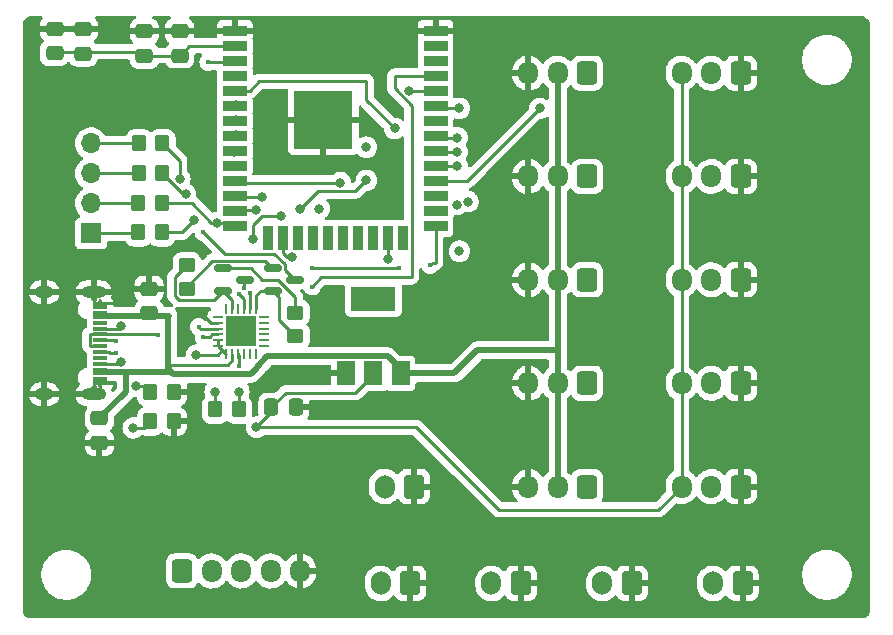
<source format=gbr>
%TF.GenerationSoftware,KiCad,Pcbnew,6.0.4-1.fc35*%
%TF.CreationDate,2022-04-06T21:04:09+03:00*%
%TF.ProjectId,Glove,476c6f76-652e-46b6-9963-61645f706362,rev?*%
%TF.SameCoordinates,Original*%
%TF.FileFunction,Copper,L1,Top*%
%TF.FilePolarity,Positive*%
%FSLAX46Y46*%
G04 Gerber Fmt 4.6, Leading zero omitted, Abs format (unit mm)*
G04 Created by KiCad (PCBNEW 6.0.4-1.fc35) date 2022-04-06 21:04:09*
%MOMM*%
%LPD*%
G01*
G04 APERTURE LIST*
G04 Aperture macros list*
%AMRoundRect*
0 Rectangle with rounded corners*
0 $1 Rounding radius*
0 $2 $3 $4 $5 $6 $7 $8 $9 X,Y pos of 4 corners*
0 Add a 4 corners polygon primitive as box body*
4,1,4,$2,$3,$4,$5,$6,$7,$8,$9,$2,$3,0*
0 Add four circle primitives for the rounded corners*
1,1,$1+$1,$2,$3*
1,1,$1+$1,$4,$5*
1,1,$1+$1,$6,$7*
1,1,$1+$1,$8,$9*
0 Add four rect primitives between the rounded corners*
20,1,$1+$1,$2,$3,$4,$5,0*
20,1,$1+$1,$4,$5,$6,$7,0*
20,1,$1+$1,$6,$7,$8,$9,0*
20,1,$1+$1,$8,$9,$2,$3,0*%
G04 Aperture macros list end*
%TA.AperFunction,SMDPad,CuDef*%
%ADD10RoundRect,0.250000X-0.350000X-0.450000X0.350000X-0.450000X0.350000X0.450000X-0.350000X0.450000X0*%
%TD*%
%TA.AperFunction,ComponentPad*%
%ADD11RoundRect,0.250000X0.600000X0.725000X-0.600000X0.725000X-0.600000X-0.725000X0.600000X-0.725000X0*%
%TD*%
%TA.AperFunction,ComponentPad*%
%ADD12O,1.700000X1.950000*%
%TD*%
%TA.AperFunction,SMDPad,CuDef*%
%ADD13RoundRect,0.250000X0.475000X-0.337500X0.475000X0.337500X-0.475000X0.337500X-0.475000X-0.337500X0*%
%TD*%
%TA.AperFunction,ComponentPad*%
%ADD14RoundRect,0.250000X0.600000X0.750000X-0.600000X0.750000X-0.600000X-0.750000X0.600000X-0.750000X0*%
%TD*%
%TA.AperFunction,ComponentPad*%
%ADD15O,1.700000X2.000000*%
%TD*%
%TA.AperFunction,SMDPad,CuDef*%
%ADD16RoundRect,0.250000X0.450000X-0.350000X0.450000X0.350000X-0.450000X0.350000X-0.450000X-0.350000X0*%
%TD*%
%TA.AperFunction,SMDPad,CuDef*%
%ADD17RoundRect,0.250000X0.350000X0.450000X-0.350000X0.450000X-0.350000X-0.450000X0.350000X-0.450000X0*%
%TD*%
%TA.AperFunction,SMDPad,CuDef*%
%ADD18R,2.000000X0.900000*%
%TD*%
%TA.AperFunction,SMDPad,CuDef*%
%ADD19R,0.900000X2.000000*%
%TD*%
%TA.AperFunction,SMDPad,CuDef*%
%ADD20R,5.000000X5.000000*%
%TD*%
%TA.AperFunction,SMDPad,CuDef*%
%ADD21RoundRect,0.250000X-0.337500X-0.475000X0.337500X-0.475000X0.337500X0.475000X-0.337500X0.475000X0*%
%TD*%
%TA.AperFunction,ComponentPad*%
%ADD22RoundRect,0.250000X-0.600000X-0.725000X0.600000X-0.725000X0.600000X0.725000X-0.600000X0.725000X0*%
%TD*%
%TA.AperFunction,SMDPad,CuDef*%
%ADD23RoundRect,0.150000X-0.587500X-0.150000X0.587500X-0.150000X0.587500X0.150000X-0.587500X0.150000X0*%
%TD*%
%TA.AperFunction,SMDPad,CuDef*%
%ADD24R,2.600000X2.600000*%
%TD*%
%TA.AperFunction,SMDPad,CuDef*%
%ADD25RoundRect,0.062500X-0.062500X-0.350000X0.062500X-0.350000X0.062500X0.350000X-0.062500X0.350000X0*%
%TD*%
%TA.AperFunction,SMDPad,CuDef*%
%ADD26RoundRect,0.062500X-0.350000X-0.062500X0.350000X-0.062500X0.350000X0.062500X-0.350000X0.062500X0*%
%TD*%
%TA.AperFunction,ComponentPad*%
%ADD27O,2.100000X1.000000*%
%TD*%
%TA.AperFunction,ComponentPad*%
%ADD28O,1.600000X1.000000*%
%TD*%
%TA.AperFunction,SMDPad,CuDef*%
%ADD29R,1.150000X0.300000*%
%TD*%
%TA.AperFunction,ComponentPad*%
%ADD30R,1.700000X1.700000*%
%TD*%
%TA.AperFunction,ComponentPad*%
%ADD31O,1.700000X1.700000*%
%TD*%
%TA.AperFunction,SMDPad,CuDef*%
%ADD32R,3.800000X2.000000*%
%TD*%
%TA.AperFunction,SMDPad,CuDef*%
%ADD33R,1.500000X2.000000*%
%TD*%
%TA.AperFunction,ViaPad*%
%ADD34C,0.450000*%
%TD*%
%TA.AperFunction,ViaPad*%
%ADD35C,0.800000*%
%TD*%
%TA.AperFunction,Conductor*%
%ADD36C,0.250000*%
%TD*%
%TA.AperFunction,Conductor*%
%ADD37C,0.500000*%
%TD*%
G04 APERTURE END LIST*
D10*
%TO.P,R9,1*%
%TO.N,+3V3*%
X127000000Y-90000000D03*
%TO.P,R9,2*%
%TO.N,Net-(U3-Pad9)*%
X129000000Y-90000000D03*
%TD*%
%TO.P,R2,1*%
%TO.N,Net-(J1-PadA5)*%
X121500000Y-88500000D03*
%TO.P,R2,2*%
%TO.N,GND*%
X123500000Y-88500000D03*
%TD*%
%TO.P,R1,1*%
%TO.N,Net-(J1-PadB5)*%
X121500000Y-91000000D03*
%TO.P,R1,2*%
%TO.N,GND*%
X123500000Y-91000000D03*
%TD*%
D11*
%TO.P,RV_Pinky1,1,1*%
%TO.N,GND*%
X171500000Y-96525000D03*
D12*
%TO.P,RV_Pinky1,2,2*%
%TO.N,PinkyPot*%
X169000000Y-96525000D03*
%TO.P,RV_Pinky1,3,3*%
%TO.N,+3V3*%
X166500000Y-96525000D03*
%TD*%
D13*
%TO.P,C3,1*%
%TO.N,GND*%
X117200000Y-92837500D03*
%TO.P,C3,2*%
%TO.N,+5V*%
X117200000Y-90762500D03*
%TD*%
D14*
%TO.P,BTN_A1,1,1*%
%TO.N,GND*%
X152894444Y-104725000D03*
D15*
%TO.P,BTN_A1,2,2*%
%TO.N,BtnA*%
X150394444Y-104725000D03*
%TD*%
D13*
%TO.P,C2,1*%
%TO.N,+3V3*%
X124000000Y-60037500D03*
%TO.P,C2,2*%
%TO.N,GND*%
X124000000Y-57962500D03*
%TD*%
D11*
%TO.P,Ring_Servo1,1,PWM*%
%TO.N,RingPWM*%
X158500000Y-87775000D03*
D12*
%TO.P,Ring_Servo1,2,+*%
%TO.N,+5V*%
X156000000Y-87775000D03*
%TO.P,Ring_Servo1,3,-*%
%TO.N,GND*%
X153500000Y-87775000D03*
%TD*%
D16*
%TO.P,R3,1*%
%TO.N,Net-(Q1-Pad2)*%
X133800000Y-83800000D03*
%TO.P,R3,2*%
%TO.N,Net-(Q2-Pad1)*%
X133800000Y-81800000D03*
%TD*%
D13*
%TO.P,C1,1*%
%TO.N,+3V3*%
X121000000Y-60075000D03*
%TO.P,C1,2*%
%TO.N,GND*%
X121000000Y-58000000D03*
%TD*%
D17*
%TO.P,R7,1*%
%TO.N,JTAG_MTDO*%
X122540000Y-67480000D03*
%TO.P,R7,2*%
%TO.N,/MTDO*%
X120540000Y-67480000D03*
%TD*%
D11*
%TO.P,RV_Pointer1,1,1*%
%TO.N,GND*%
X171500000Y-87775000D03*
D12*
%TO.P,RV_Pointer1,2,2*%
%TO.N,PointerPot*%
X169000000Y-87775000D03*
%TO.P,RV_Pointer1,3,3*%
%TO.N,+3V3*%
X166500000Y-87775000D03*
%TD*%
D14*
%TO.P,BTN_Trigger1,1,1*%
%TO.N,GND*%
X143850000Y-96525000D03*
D15*
%TO.P,BTN_Trigger1,2,2*%
%TO.N,BtnTrigger*%
X141350000Y-96525000D03*
%TD*%
D14*
%TO.P,BTN_B1,1,1*%
%TO.N,GND*%
X171650000Y-104725000D03*
D15*
%TO.P,BTN_B1,2,2*%
%TO.N,BtnB*%
X169150000Y-104725000D03*
%TD*%
D17*
%TO.P,R6,1*%
%TO.N,BtnGrab*%
X122520000Y-70020000D03*
%TO.P,R6,2*%
%TO.N,/MTCK*%
X120520000Y-70020000D03*
%TD*%
D18*
%TO.P,U2,1,GND*%
%TO.N,GND*%
X128660000Y-57955000D03*
%TO.P,U2,2,VDD*%
%TO.N,+3V3*%
X128660000Y-59225000D03*
%TO.P,U2,3,EN*%
%TO.N,EN*%
X128660000Y-60495000D03*
%TO.P,U2,4,SENSOR_VP*%
%TO.N,PinkyPot*%
X128660000Y-61765000D03*
%TO.P,U2,5,SENSOR_VN*%
%TO.N,RingPot*%
X128660000Y-63035000D03*
%TO.P,U2,6,IO34*%
%TO.N,MiddlePot*%
X128660000Y-64305000D03*
%TO.P,U2,7,IO35*%
%TO.N,PointerPot*%
X128660000Y-65575000D03*
%TO.P,U2,8,IO32*%
%TO.N,ThumbPot*%
X128660000Y-66845000D03*
%TO.P,U2,9,IO33*%
%TO.N,JoyX*%
X128660000Y-68115000D03*
%TO.P,U2,10,IO25*%
%TO.N,JoyY*%
X128660000Y-69385000D03*
%TO.P,U2,11,IO26*%
%TO.N,JoyClick*%
X128660000Y-70655000D03*
%TO.P,U2,12,IO27*%
%TO.N,BtnA*%
X128660000Y-71925000D03*
%TO.P,U2,13,IO14*%
%TO.N,BtnB*%
X128660000Y-73195000D03*
%TO.P,U2,14,IO12*%
%TO.N,BtnTrigger*%
X128660000Y-74465000D03*
D19*
%TO.P,U2,15,GND*%
%TO.N,GND*%
X131445000Y-75465000D03*
%TO.P,U2,16,IO13*%
%TO.N,BtnGrab*%
X132715000Y-75465000D03*
%TO.P,U2,17,SHD/SD2*%
%TO.N,unconnected-(U2-Pad17)*%
X133985000Y-75465000D03*
%TO.P,U2,18,SWP/SD3*%
%TO.N,unconnected-(U2-Pad18)*%
X135255000Y-75465000D03*
%TO.P,U2,19,SCS/CMD*%
%TO.N,unconnected-(U2-Pad19)*%
X136525000Y-75465000D03*
%TO.P,U2,20,SCK/CLK*%
%TO.N,unconnected-(U2-Pad20)*%
X137795000Y-75465000D03*
%TO.P,U2,21,SDO/SD0*%
%TO.N,unconnected-(U2-Pad21)*%
X139065000Y-75465000D03*
%TO.P,U2,22,SDI/SD1*%
%TO.N,unconnected-(U2-Pad22)*%
X140335000Y-75465000D03*
%TO.P,U2,23,IO15*%
%TO.N,JTAG_MTDO*%
X141605000Y-75465000D03*
%TO.P,U2,24,IO2*%
%TO.N,unconnected-(U2-Pad24)*%
X142875000Y-75465000D03*
D18*
%TO.P,U2,25,IO0*%
%TO.N,IO0*%
X145660000Y-74465000D03*
%TO.P,U2,26,IO4*%
%TO.N,unconnected-(U2-Pad26)*%
X145660000Y-73195000D03*
%TO.P,U2,27,IO16*%
%TO.N,unconnected-(U2-Pad27)*%
X145660000Y-71925000D03*
%TO.P,U2,28,IO17*%
%TO.N,ThumbPWM*%
X145660000Y-70655000D03*
%TO.P,U2,29,IO5*%
%TO.N,PinkyPWM*%
X145660000Y-69385000D03*
%TO.P,U2,30,IO18*%
%TO.N,RingPWM*%
X145660000Y-68115000D03*
%TO.P,U2,31,IO19*%
%TO.N,MiddlePWM*%
X145660000Y-66845000D03*
%TO.P,U2,32,NC*%
%TO.N,unconnected-(U2-Pad32)*%
X145660000Y-65575000D03*
%TO.P,U2,33,IO21*%
%TO.N,PointerPWM*%
X145660000Y-64305000D03*
%TO.P,U2,34,RXD0/IO3*%
%TO.N,TXD*%
X145660000Y-63035000D03*
%TO.P,U2,35,TXD0/IO1*%
%TO.N,RXD*%
X145660000Y-61765000D03*
%TO.P,U2,36,IO22*%
%TO.N,unconnected-(U2-Pad36)*%
X145660000Y-60495000D03*
%TO.P,U2,37,IO23*%
%TO.N,BtnPinch*%
X145660000Y-59225000D03*
%TO.P,U2,38,GND*%
%TO.N,GND*%
X145660000Y-57955000D03*
D20*
%TO.P,U2,39,GND*%
X136160000Y-65455000D03*
%TD*%
D21*
%TO.P,C_Out1,1*%
%TO.N,+3V3*%
X131762500Y-89800000D03*
%TO.P,C_Out1,2*%
%TO.N,GND*%
X133837500Y-89800000D03*
%TD*%
D17*
%TO.P,R4,1*%
%TO.N,BtnB*%
X122500000Y-75000000D03*
%TO.P,R4,2*%
%TO.N,/MTMS*%
X120500000Y-75000000D03*
%TD*%
D22*
%TO.P,J2,1,Pin_1*%
%TO.N,+3V3*%
X124200000Y-103675000D03*
D12*
%TO.P,J2,2,Pin_2*%
%TO.N,JoyX*%
X126700000Y-103675000D03*
%TO.P,J2,3,Pin_3*%
%TO.N,JoyY*%
X129200000Y-103675000D03*
%TO.P,J2,4,Pin_4*%
%TO.N,JoyClick*%
X131700000Y-103675000D03*
%TO.P,J2,5,Pin_5*%
%TO.N,GND*%
X134200000Y-103675000D03*
%TD*%
D17*
%TO.P,R5,1*%
%TO.N,BtnTrigger*%
X122500000Y-72500000D03*
%TO.P,R5,2*%
%TO.N,/MTDI*%
X120500000Y-72500000D03*
%TD*%
D14*
%TO.P,BTN_Grab1,1,1*%
%TO.N,GND*%
X143516667Y-104725000D03*
D15*
%TO.P,BTN_Grab1,2,2*%
%TO.N,BtnGrab*%
X141016667Y-104725000D03*
%TD*%
D11*
%TO.P,Pinky_Servo1,1,PWM*%
%TO.N,PinkyPWM*%
X158500000Y-96525000D03*
D12*
%TO.P,Pinky_Servo1,2,+*%
%TO.N,+5V*%
X156000000Y-96525000D03*
%TO.P,Pinky_Servo1,3,-*%
%TO.N,GND*%
X153500000Y-96525000D03*
%TD*%
D23*
%TO.P,Q1,1,G*%
%TO.N,Net-(Q1-Pad1)*%
X131862500Y-78050000D03*
%TO.P,Q1,2,S*%
%TO.N,Net-(Q1-Pad2)*%
X131862500Y-79950000D03*
%TO.P,Q1,3,D*%
%TO.N,EN*%
X133737500Y-79000000D03*
%TD*%
D11*
%TO.P,RV_Ring1,1,1*%
%TO.N,GND*%
X171500000Y-70275000D03*
D12*
%TO.P,RV_Ring1,2,2*%
%TO.N,RingPot*%
X169000000Y-70275000D03*
%TO.P,RV_Ring1,3,3*%
%TO.N,+3V3*%
X166500000Y-70275000D03*
%TD*%
D16*
%TO.P,R8,1*%
%TO.N,Net-(Q1-Pad1)*%
X124600000Y-79800000D03*
%TO.P,R8,2*%
%TO.N,Net-(Q2-Pad2)*%
X124600000Y-77800000D03*
%TD*%
D24*
%TO.P,U3,25,GND*%
%TO.N,GND*%
X129200000Y-83400000D03*
D25*
%TO.P,U3,24,~{DCD}*%
%TO.N,unconnected-(U3-Pad24)*%
X127950000Y-81462500D03*
%TO.P,U3,23,~{DTR}*%
%TO.N,Net-(Q2-Pad2)*%
X128450000Y-81462500D03*
%TO.P,U3,22,~{DSR}*%
%TO.N,unconnected-(U3-Pad22)*%
X128950000Y-81462500D03*
%TO.P,U3,21,TXD*%
%TO.N,TXD*%
X129450000Y-81462500D03*
%TO.P,U3,20,RXD*%
%TO.N,RXD*%
X129950000Y-81462500D03*
%TO.P,U3,19,~{RTS}*%
%TO.N,Net-(Q1-Pad2)*%
X130450000Y-81462500D03*
D26*
%TO.P,U3,18,~{CTS}*%
%TO.N,unconnected-(U3-Pad18)*%
X131137500Y-82150000D03*
%TO.P,U3,17,SUSPEND*%
%TO.N,unconnected-(U3-Pad17)*%
X131137500Y-82650000D03*
%TO.P,U3,16,NC*%
%TO.N,unconnected-(U3-Pad16)*%
X131137500Y-83150000D03*
%TO.P,U3,15,~{SUSPEND}*%
%TO.N,unconnected-(U3-Pad15)*%
X131137500Y-83650000D03*
%TO.P,U3,14,~{TXT}/GPIO.0*%
%TO.N,unconnected-(U3-Pad14)*%
X131137500Y-84150000D03*
%TO.P,U3,13,~{RXT}/GPIO.1*%
%TO.N,unconnected-(U3-Pad13)*%
X131137500Y-84650000D03*
D25*
%TO.P,U3,12,RS485/GPIO.2*%
%TO.N,unconnected-(U3-Pad12)*%
X130450000Y-85337500D03*
%TO.P,U3,11,~{WAKEUP}/GPIO.3*%
%TO.N,unconnected-(U3-Pad11)*%
X129950000Y-85337500D03*
%TO.P,U3,10,NC*%
%TO.N,unconnected-(U3-Pad10)*%
X129450000Y-85337500D03*
%TO.P,U3,9,~{RST}*%
%TO.N,Net-(U3-Pad9)*%
X128950000Y-85337500D03*
%TO.P,U3,8,VBUS*%
%TO.N,+5V*%
X128450000Y-85337500D03*
%TO.P,U3,7,VREGIN*%
%TO.N,+3V3*%
X127950000Y-85337500D03*
D26*
%TO.P,U3,6,VDD*%
X127262500Y-84650000D03*
%TO.P,U3,5,VIO*%
X127262500Y-84150000D03*
%TO.P,U3,4,D-*%
%TO.N,Net-(J1-PadA7)*%
X127262500Y-83650000D03*
%TO.P,U3,3,D+*%
%TO.N,Net-(J1-PadA6)*%
X127262500Y-83150000D03*
%TO.P,U3,2,GND*%
%TO.N,GND*%
X127262500Y-82650000D03*
%TO.P,U3,1,~{RI}/CLK*%
%TO.N,unconnected-(U3-Pad1)*%
X127262500Y-82150000D03*
%TD*%
D27*
%TO.P,J1,S1,SHIELD*%
%TO.N,GND*%
X116705000Y-80080000D03*
X116705000Y-88720000D03*
D28*
X112525000Y-88720000D03*
X112525000Y-80080000D03*
D29*
%TO.P,J1,B12,GND*%
X117270000Y-81350000D03*
%TO.P,J1,B9,VBUS*%
%TO.N,+5V*%
X117270000Y-82150000D03*
%TO.P,J1,B8,SBU2*%
%TO.N,unconnected-(J1-PadB8)*%
X117270000Y-82650000D03*
%TO.P,J1,B7,D-*%
%TO.N,Net-(J1-PadA7)*%
X117270000Y-83650000D03*
%TO.P,J1,B6,D+*%
%TO.N,Net-(J1-PadA6)*%
X117270000Y-85150000D03*
%TO.P,J1,B5,CC2*%
%TO.N,Net-(J1-PadB5)*%
X117270000Y-86150000D03*
%TO.P,J1,B4,VBUS*%
%TO.N,+5V*%
X117270000Y-86650000D03*
%TO.P,J1,B1,GND*%
%TO.N,GND*%
X117270000Y-87450000D03*
%TO.P,J1,A12,GND*%
X117270000Y-87750000D03*
%TO.P,J1,A9,VBUS*%
%TO.N,+5V*%
X117270000Y-86950000D03*
%TO.P,J1,A8,SBU1*%
%TO.N,unconnected-(J1-PadA8)*%
X117270000Y-85650000D03*
%TO.P,J1,A7,D-*%
%TO.N,Net-(J1-PadA7)*%
X117270000Y-84650000D03*
%TO.P,J1,A6,D+*%
%TO.N,Net-(J1-PadA6)*%
X117270000Y-84150000D03*
%TO.P,J1,A5,CC1*%
%TO.N,Net-(J1-PadA5)*%
X117270000Y-83150000D03*
%TO.P,J1,A4,VBUS*%
%TO.N,+5V*%
X117270000Y-81850000D03*
%TO.P,J1,A1,GND*%
%TO.N,GND*%
X117270000Y-81050000D03*
%TD*%
D11*
%TO.P,Pointer_Servo1,1,PWM*%
%TO.N,PointerPWM*%
X158500000Y-70275000D03*
D12*
%TO.P,Pointer_Servo1,2,+*%
%TO.N,+5V*%
X156000000Y-70275000D03*
%TO.P,Pointer_Servo1,3,-*%
%TO.N,GND*%
X153500000Y-70275000D03*
%TD*%
D13*
%TO.P,C5,1*%
%TO.N,+3V3*%
X115820000Y-59875000D03*
%TO.P,C5,2*%
%TO.N,GND*%
X115820000Y-57800000D03*
%TD*%
D11*
%TO.P,Middle_Servo1,1,PWM*%
%TO.N,MiddlePWM*%
X158500000Y-79025000D03*
D12*
%TO.P,Middle_Servo1,2,+*%
%TO.N,+5V*%
X156000000Y-79025000D03*
%TO.P,Middle_Servo1,3,-*%
%TO.N,GND*%
X153500000Y-79025000D03*
%TD*%
D13*
%TO.P,C4,1*%
%TO.N,+3V3*%
X113400000Y-59837500D03*
%TO.P,C4,2*%
%TO.N,GND*%
X113400000Y-57762500D03*
%TD*%
D14*
%TO.P,BTN_Pinch1,1,1*%
%TO.N,GND*%
X162272221Y-104725000D03*
D15*
%TO.P,BTN_Pinch1,2,2*%
%TO.N,BtnPinch*%
X159772221Y-104725000D03*
%TD*%
D30*
%TO.P,J_JTAG1,1,Pin_1*%
%TO.N,/MTMS*%
X116500000Y-75100000D03*
D31*
%TO.P,J_JTAG1,2,Pin_2*%
%TO.N,/MTDI*%
X116500000Y-72560000D03*
%TO.P,J_JTAG1,3,Pin_3*%
%TO.N,/MTCK*%
X116500000Y-70020000D03*
%TO.P,J_JTAG1,4,Pin_4*%
%TO.N,/MTDO*%
X116500000Y-67480000D03*
%TD*%
D11*
%TO.P,RV_Thumb1,1,1*%
%TO.N,GND*%
X171500000Y-61525000D03*
D12*
%TO.P,RV_Thumb1,2,2*%
%TO.N,ThumbPot*%
X169000000Y-61525000D03*
%TO.P,RV_Thumb1,3,3*%
%TO.N,+3V3*%
X166500000Y-61525000D03*
%TD*%
D13*
%TO.P,C_In1,1*%
%TO.N,+5V*%
X121400000Y-81837500D03*
%TO.P,C_In1,2*%
%TO.N,GND*%
X121400000Y-79762500D03*
%TD*%
D11*
%TO.P,RV_Middle1,1,1*%
%TO.N,GND*%
X171500000Y-79025000D03*
D12*
%TO.P,RV_Middle1,2,2*%
%TO.N,MiddlePot*%
X169000000Y-79025000D03*
%TO.P,RV_Middle1,3,3*%
%TO.N,+3V3*%
X166500000Y-79025000D03*
%TD*%
D23*
%TO.P,Q2,1,G*%
%TO.N,Net-(Q2-Pad1)*%
X127662500Y-78050000D03*
%TO.P,Q2,2,S*%
%TO.N,Net-(Q2-Pad2)*%
X127662500Y-79950000D03*
%TO.P,Q2,3,D*%
%TO.N,IO0*%
X129537500Y-79000000D03*
%TD*%
D32*
%TO.P,U1,4*%
%TO.N,N/C*%
X140400000Y-80650000D03*
D33*
%TO.P,U1,3,VI*%
%TO.N,+5V*%
X142700000Y-86950000D03*
%TO.P,U1,2,VO*%
%TO.N,+3V3*%
X140400000Y-86950000D03*
%TO.P,U1,1,GND*%
%TO.N,GND*%
X138100000Y-86950000D03*
%TD*%
D11*
%TO.P,Thumb_Servo1,1,PWM*%
%TO.N,ThumbPWM*%
X158500000Y-61525000D03*
D12*
%TO.P,Thumb_Servo1,2,+*%
%TO.N,+5V*%
X156000000Y-61525000D03*
%TO.P,Thumb_Servo1,3,-*%
%TO.N,GND*%
X153500000Y-61525000D03*
%TD*%
D34*
%TO.N,EN*%
X126000000Y-75000000D03*
%TO.N,Net-(U3-Pad9)*%
X129000000Y-86325500D03*
D35*
X129000000Y-88500000D03*
%TO.N,+3V3*%
X127000000Y-88500000D03*
%TO.N,Net-(J1-PadA5)*%
X119000000Y-82925500D03*
%TO.N,Net-(J1-PadB5)*%
X119000000Y-86000000D03*
X120062299Y-91562299D03*
%TO.N,Net-(J1-PadA5)*%
X120299989Y-88000000D03*
%TO.N,GND*%
X135000000Y-87000000D03*
D34*
X128800000Y-83200000D03*
X131400000Y-75800000D03*
X125800000Y-81800000D03*
D35*
X123400000Y-62400000D03*
D34*
X132000000Y-63400000D03*
X135400000Y-83800000D03*
D35*
%TO.N,BtnA*%
X131000000Y-72000000D03*
%TO.N,BtnB*%
X125224500Y-74000000D03*
X130449409Y-73125993D03*
%TO.N,BtnGrab*%
X133495864Y-77063223D03*
X124500000Y-71775500D03*
%TO.N,BtnPinch*%
X145800000Y-59200000D03*
X148400000Y-72400000D03*
%TO.N,BtnTrigger*%
X127124500Y-74189533D03*
D34*
%TO.N,+3V3*%
X115820000Y-59875000D03*
D35*
X125400000Y-85400000D03*
X130500000Y-91500000D03*
%TO.N,JoyX*%
X134200000Y-73000000D03*
X139800000Y-70600000D03*
X128600000Y-68200000D03*
%TO.N,JoyY*%
X135800000Y-73000000D03*
X128600000Y-69400000D03*
%TO.N,JoyClick*%
X137600000Y-70800000D03*
%TO.N,MiddlePWM*%
X147500000Y-67000000D03*
%TO.N,PinkyPWM*%
X147500000Y-69400000D03*
%TO.N,PointerPWM*%
X147675500Y-64500000D03*
%TO.N,JTAG_MTDO*%
X124012299Y-70487701D03*
X141605000Y-77275500D03*
%TO.N,RingPWM*%
X147500000Y-68200000D03*
%TO.N,MiddlePot*%
X128750000Y-64250000D03*
X139800000Y-67800000D03*
%TO.N,PinkyPot*%
X147436533Y-72665963D03*
X147675500Y-76600000D03*
X128750000Y-61750000D03*
%TO.N,PointerPot*%
X128750000Y-65500000D03*
%TO.N,RingPot*%
X142200000Y-66200000D03*
%TO.N,ThumbPot*%
X128750000Y-66750000D03*
%TO.N,ThumbPWM*%
X154500000Y-64500000D03*
D34*
%TO.N,Net-(J1-PadA7)*%
X125994759Y-83825014D03*
X122200000Y-83675500D03*
%TO.N,Net-(J1-PadA6)*%
X118600000Y-85200000D03*
X118600000Y-84200000D03*
X125600000Y-83000000D03*
%TO.N,EN*%
X126400000Y-60600000D03*
%TO.N,IO0*%
X145200000Y-77800000D03*
X129452735Y-79734292D03*
X135200000Y-78000000D03*
X142600000Y-78000000D03*
%TO.N,RXD*%
X129928698Y-80176233D03*
X135200000Y-79600000D03*
D35*
%TO.N,TXD*%
X130200000Y-75600000D03*
D34*
X129000000Y-80200000D03*
D35*
X143400000Y-63000000D03*
X132600000Y-73600000D03*
%TD*%
D36*
%TO.N,BtnTrigger*%
X127124500Y-74189533D02*
X128384533Y-74189533D01*
X128384533Y-74189533D02*
X128660000Y-74465000D01*
%TO.N,JTAG_MTDO*%
X141605000Y-77275500D02*
X141605000Y-75465000D01*
%TO.N,BtnGrab*%
X133495864Y-77063223D02*
X133063223Y-77063223D01*
X133063223Y-77063223D02*
X132715000Y-76715000D01*
X132715000Y-76715000D02*
X132715000Y-75465000D01*
%TO.N,EN*%
X133737500Y-79000000D02*
X132924520Y-78187020D01*
X132924520Y-78187020D02*
X132924520Y-77703448D01*
X132924520Y-77703448D02*
X132021072Y-76800000D01*
X132021072Y-76800000D02*
X127800000Y-76800000D01*
X127800000Y-76800000D02*
X126000000Y-75000000D01*
%TO.N,BtnB*%
X124224500Y-75000000D02*
X122500000Y-75000000D01*
X125224500Y-74000000D02*
X124224500Y-75000000D01*
%TO.N,BtnTrigger*%
X127124500Y-74189533D02*
X126689533Y-74189533D01*
X126689533Y-74189533D02*
X125000000Y-72500000D01*
X125000000Y-72500000D02*
X122500000Y-72500000D01*
%TO.N,BtnB*%
X130449409Y-73125993D02*
X128729007Y-73125993D01*
X128729007Y-73125993D02*
X128660000Y-73195000D01*
%TO.N,BtnA*%
X131000000Y-72000000D02*
X128735000Y-72000000D01*
X128735000Y-72000000D02*
X128660000Y-71925000D01*
%TO.N,Net-(J1-PadB5)*%
X120062299Y-91562299D02*
X120937701Y-91562299D01*
X120937701Y-91562299D02*
X121500000Y-91000000D01*
%TO.N,Net-(J1-PadA5)*%
X120299989Y-88000000D02*
X121000000Y-88000000D01*
X121000000Y-88000000D02*
X121500000Y-88500000D01*
%TO.N,Net-(U3-Pad9)*%
X129000000Y-90000000D02*
X129000000Y-88500000D01*
%TO.N,+3V3*%
X127000000Y-90000000D02*
X127000000Y-88500000D01*
%TO.N,PointerPWM*%
X147675500Y-64500000D02*
X145855000Y-64500000D01*
X145855000Y-64500000D02*
X145660000Y-64305000D01*
%TO.N,MiddlePWM*%
X147500000Y-67000000D02*
X145815000Y-67000000D01*
X145815000Y-67000000D02*
X145660000Y-66845000D01*
%TO.N,RingPWM*%
X147500000Y-68200000D02*
X145745000Y-68200000D01*
X145745000Y-68200000D02*
X145660000Y-68115000D01*
%TO.N,PinkyPWM*%
X147500000Y-69400000D02*
X145675000Y-69400000D01*
X145675000Y-69400000D02*
X145660000Y-69385000D01*
%TO.N,Net-(U3-Pad9)*%
X129000000Y-86325500D02*
X129000000Y-85387500D01*
X129000000Y-85387500D02*
X128950000Y-85337500D01*
D37*
%TO.N,+5V*%
X123000000Y-86600000D02*
X123400000Y-87000000D01*
X142700000Y-86600978D02*
X142700000Y-86950000D01*
X123400000Y-87000000D02*
X130000000Y-87000000D01*
X130000000Y-87000000D02*
X130548625Y-86451375D01*
X141599511Y-85500489D02*
X142700000Y-86600978D01*
X130548625Y-86451375D02*
X130548625Y-86375480D01*
X130548625Y-86375480D02*
X131423616Y-85500489D01*
X131423616Y-85500489D02*
X141599511Y-85500489D01*
D36*
X128450000Y-85797328D02*
X128450000Y-85337500D01*
X128047328Y-86200000D02*
X128450000Y-85797328D01*
X123000000Y-86500000D02*
X123300000Y-86200000D01*
X123300000Y-86200000D02*
X128047328Y-86200000D01*
X123000000Y-86500000D02*
X123000000Y-86600000D01*
%TO.N,Net-(J1-PadB5)*%
X119000000Y-86000000D02*
X118850000Y-86150000D01*
X118850000Y-86150000D02*
X117270000Y-86150000D01*
%TO.N,Net-(J1-PadA5)*%
X119000000Y-82925500D02*
X118775500Y-83150000D01*
X118775500Y-83150000D02*
X117270000Y-83150000D01*
%TO.N,+3V3*%
X127262500Y-84650000D02*
X127262500Y-84150000D01*
%TO.N,GND*%
X135050000Y-86950000D02*
X135000000Y-87000000D01*
X138100000Y-86950000D02*
X135050000Y-86950000D01*
%TO.N,+3V3*%
X131762500Y-89800000D02*
X131762500Y-90237500D01*
X131762500Y-90237500D02*
X130500000Y-91500000D01*
%TO.N,GND*%
X127262500Y-82650000D02*
X126650000Y-82650000D01*
X126650000Y-82650000D02*
X125800000Y-81800000D01*
X117270000Y-88155000D02*
X116705000Y-88720000D01*
X117270000Y-87750000D02*
X117270000Y-88155000D01*
X116705000Y-88720000D02*
X112525000Y-88720000D01*
%TO.N,BtnGrab*%
X122520000Y-70020000D02*
X124275500Y-71775500D01*
X124275500Y-71775500D02*
X124500000Y-71775500D01*
D37*
%TO.N,+5V*%
X142700000Y-86950000D02*
X147250000Y-86950000D01*
X123000000Y-86600000D02*
X123000000Y-82100978D01*
X119450489Y-86850489D02*
X123000000Y-86850489D01*
X156000000Y-96500000D02*
X156000000Y-85000000D01*
X156000000Y-85000000D02*
X156000000Y-61625000D01*
X147250000Y-86950000D02*
X149200000Y-85000000D01*
X123000000Y-86850489D02*
X123000000Y-86600000D01*
X123050489Y-82050489D02*
X117270000Y-82050489D01*
X123000000Y-82100978D02*
X123050489Y-82050489D01*
X119450489Y-88512011D02*
X117200000Y-90762500D01*
X119450489Y-86850489D02*
X119450489Y-88512011D01*
X117270000Y-86850489D02*
X119450489Y-86850489D01*
X149200000Y-85000000D02*
X156000000Y-85000000D01*
D36*
%TO.N,+3V3*%
X164525000Y-98500000D02*
X166500000Y-96525000D01*
X124812500Y-59225000D02*
X128660000Y-59225000D01*
X124000000Y-60037500D02*
X121037500Y-60037500D01*
X121000000Y-60075000D02*
X120660000Y-59735000D01*
X127606250Y-84993750D02*
X127200000Y-85400000D01*
X166500000Y-96525000D02*
X166500000Y-61525000D01*
X127606250Y-84993750D02*
X127262500Y-84650000D01*
X130500000Y-91500000D02*
X144000000Y-91500000D01*
X120660000Y-59735000D02*
X113502500Y-59735000D01*
X127950000Y-85337500D02*
X127606250Y-84993750D01*
X151000000Y-98500000D02*
X164525000Y-98500000D01*
X124000000Y-60037500D02*
X124812500Y-59225000D01*
X121037500Y-60037500D02*
X121000000Y-60075000D01*
X113502500Y-59735000D02*
X113400000Y-59837500D01*
X144000000Y-91500000D02*
X151000000Y-98500000D01*
X127200000Y-85400000D02*
X125400000Y-85400000D01*
%TO.N,JoyX*%
X138875489Y-71524511D02*
X139800000Y-70600000D01*
X134200000Y-73000000D02*
X135675489Y-71524511D01*
X135675489Y-71524511D02*
X138875489Y-71524511D01*
%TO.N,JoyClick*%
X137600000Y-70800000D02*
X128800000Y-70800000D01*
X128800000Y-70800000D02*
X128600000Y-70600000D01*
%TO.N,/MTMS*%
X120400000Y-75100000D02*
X116500000Y-75100000D01*
X120500000Y-75000000D02*
X120400000Y-75100000D01*
%TO.N,/MTDI*%
X120440000Y-72560000D02*
X116500000Y-72560000D01*
X120500000Y-72500000D02*
X120440000Y-72560000D01*
%TO.N,/MTCK*%
X116500000Y-70020000D02*
X120520000Y-70020000D01*
%TO.N,/MTDO*%
X120540000Y-67480000D02*
X116500000Y-67480000D01*
%TO.N,JTAG_MTDO*%
X122540000Y-67480000D02*
X124012299Y-68952299D01*
X124012299Y-68952299D02*
X124012299Y-70487701D01*
%TO.N,RingPot*%
X129910000Y-63035000D02*
X128660000Y-63035000D01*
X139800000Y-62200000D02*
X130745000Y-62200000D01*
X130745000Y-62200000D02*
X129910000Y-63035000D01*
X139800000Y-63800000D02*
X139800000Y-62200000D01*
X142200000Y-66200000D02*
X139800000Y-63800000D01*
%TO.N,ThumbPWM*%
X148345000Y-70655000D02*
X145660000Y-70655000D01*
X154500000Y-64500000D02*
X148345000Y-70655000D01*
%TO.N,Net-(J1-PadA7)*%
X125994759Y-83825014D02*
X126587989Y-83825014D01*
X117270000Y-83650000D02*
X116395978Y-83650000D01*
X116370489Y-83675489D02*
X116370489Y-84624511D01*
X126763003Y-83650000D02*
X127262500Y-83650000D01*
X126587989Y-83825014D02*
X126763003Y-83650000D01*
X116370489Y-84624511D02*
X116395978Y-84650000D01*
X116395978Y-84650000D02*
X117270000Y-84650000D01*
X117270000Y-83650000D02*
X122174500Y-83650000D01*
X116395978Y-83650000D02*
X116370489Y-83675489D01*
X122174500Y-83650000D02*
X122200000Y-83675500D01*
%TO.N,Net-(J1-PadA6)*%
X118600000Y-85200000D02*
X118100000Y-85200000D01*
X117270000Y-84150000D02*
X118144022Y-84150000D01*
X125600000Y-83000000D02*
X125750000Y-83150000D01*
X118050000Y-85150000D02*
X117270000Y-85150000D01*
X125750000Y-83150000D02*
X127262500Y-83150000D01*
X118144022Y-84150000D02*
X118550000Y-84150000D01*
X118550000Y-84150000D02*
X118600000Y-84200000D01*
X118100000Y-85200000D02*
X118050000Y-85150000D01*
%TO.N,Net-(Q1-Pad1)*%
X131862500Y-78050000D02*
X131237980Y-77425480D01*
X124600000Y-79600000D02*
X124600000Y-79800000D01*
X126774520Y-77425480D02*
X124600000Y-79600000D01*
X131237980Y-77425480D02*
X126774520Y-77425480D01*
%TO.N,Net-(Q1-Pad2)*%
X132400000Y-82400000D02*
X132400000Y-80487500D01*
X132400000Y-80487500D02*
X131862500Y-79950000D01*
X131862500Y-79950000D02*
X130850000Y-79950000D01*
X133800000Y-83800000D02*
X132400000Y-82400000D01*
X130850000Y-79950000D02*
X130450000Y-80350000D01*
X130450000Y-81462500D02*
X130450000Y-80350000D01*
%TO.N,EN*%
X128555000Y-60600000D02*
X128660000Y-60495000D01*
X126400000Y-60600000D02*
X128555000Y-60600000D01*
%TO.N,Net-(Q2-Pad1)*%
X129996072Y-78050000D02*
X127662500Y-78050000D01*
X133800000Y-81800000D02*
X133800000Y-80478928D01*
X130946072Y-79000000D02*
X129996072Y-78050000D01*
X133800000Y-80478928D02*
X132321072Y-79000000D01*
X132321072Y-79000000D02*
X130946072Y-79000000D01*
%TO.N,Net-(Q2-Pad2)*%
X126887980Y-80724520D02*
X127662500Y-79950000D01*
X123912027Y-80724520D02*
X126887980Y-80724520D01*
X128450000Y-81462500D02*
X128450000Y-80737500D01*
X123575480Y-78824520D02*
X123575480Y-80387973D01*
X123575480Y-80387973D02*
X123912027Y-80724520D01*
X124600000Y-77800000D02*
X123575480Y-78824520D01*
X128450000Y-80737500D02*
X127662500Y-79950000D01*
%TO.N,IO0*%
X145660000Y-77565000D02*
X145435000Y-77565000D01*
X145435000Y-77565000D02*
X145200000Y-77800000D01*
X129452735Y-79084765D02*
X129537500Y-79000000D01*
X129452735Y-79734292D02*
X129452735Y-79084765D01*
X145660000Y-74465000D02*
X145660000Y-77565000D01*
X142600000Y-78000000D02*
X135200000Y-78000000D01*
%TO.N,RXD*%
X143649511Y-78750489D02*
X143649511Y-64274125D01*
X142200000Y-61800000D02*
X142235000Y-61765000D01*
X143649511Y-64274125D02*
X142200000Y-62824614D01*
X135200000Y-79600000D02*
X136000000Y-78800000D01*
X142235000Y-61765000D02*
X145660000Y-61765000D01*
X142200000Y-62824614D02*
X142200000Y-61800000D01*
X129928698Y-80176233D02*
X129950000Y-80197535D01*
X143600000Y-78800000D02*
X143649511Y-78750489D01*
X136000000Y-78800000D02*
X143600000Y-78800000D01*
X129950000Y-80197535D02*
X129950000Y-81462500D01*
%TO.N,TXD*%
X131000000Y-73600000D02*
X132600000Y-73600000D01*
X130200000Y-75600000D02*
X130200000Y-74400000D01*
X130200000Y-74400000D02*
X130800000Y-73800000D01*
X129000000Y-80200000D02*
X129450000Y-80650000D01*
X145660000Y-63035000D02*
X143435000Y-63035000D01*
X129450000Y-80650000D02*
X129450000Y-81462500D01*
X130800000Y-73800000D02*
X131000000Y-73600000D01*
%TO.N,+3V3*%
X138849022Y-88600000D02*
X132962500Y-88600000D01*
X140400000Y-86950000D02*
X140400000Y-87049022D01*
X132962500Y-88600000D02*
X131762500Y-89800000D01*
X140400000Y-87049022D02*
X138849022Y-88600000D01*
%TD*%
%TA.AperFunction,Conductor*%
%TO.N,GND*%
G36*
X112333480Y-56728502D02*
G01*
X112379973Y-56782158D01*
X112390077Y-56852432D01*
X112360583Y-56917012D01*
X112354531Y-56923519D01*
X112331261Y-56946829D01*
X112322249Y-56958240D01*
X112237184Y-57096243D01*
X112231037Y-57109424D01*
X112179862Y-57263710D01*
X112176995Y-57277086D01*
X112167328Y-57371438D01*
X112167000Y-57377855D01*
X112167000Y-57490385D01*
X112171475Y-57505624D01*
X112172865Y-57506829D01*
X112180548Y-57508500D01*
X114590521Y-57508500D01*
X114658642Y-57528502D01*
X114673034Y-57539276D01*
X114678865Y-57544329D01*
X114686548Y-57546000D01*
X117034884Y-57546000D01*
X117050123Y-57541525D01*
X117051328Y-57540135D01*
X117052999Y-57532452D01*
X117052999Y-57415405D01*
X117052662Y-57408886D01*
X117042743Y-57313294D01*
X117039851Y-57299900D01*
X116988412Y-57145716D01*
X116982239Y-57132538D01*
X116896937Y-56994693D01*
X116887901Y-56983292D01*
X116828178Y-56923673D01*
X116794099Y-56861390D01*
X116799102Y-56790570D01*
X116841599Y-56733698D01*
X116908098Y-56708829D01*
X116917196Y-56708500D01*
X120213493Y-56708500D01*
X120281614Y-56728502D01*
X120328107Y-56782158D01*
X120338211Y-56852432D01*
X120308717Y-56917012D01*
X120253369Y-56954024D01*
X120208216Y-56969088D01*
X120195038Y-56975261D01*
X120057193Y-57060563D01*
X120045792Y-57069599D01*
X119931261Y-57184329D01*
X119922249Y-57195740D01*
X119837184Y-57333743D01*
X119831037Y-57346924D01*
X119779862Y-57501210D01*
X119776995Y-57514586D01*
X119767328Y-57608938D01*
X119767000Y-57615355D01*
X119767000Y-57727885D01*
X119771475Y-57743124D01*
X119772865Y-57744329D01*
X119780548Y-57746000D01*
X122214884Y-57746000D01*
X122230123Y-57741525D01*
X122231328Y-57740135D01*
X122232999Y-57732452D01*
X122232999Y-57615405D01*
X122232662Y-57608886D01*
X122222743Y-57513294D01*
X122219851Y-57499900D01*
X122168412Y-57345716D01*
X122162239Y-57332538D01*
X122076937Y-57194693D01*
X122067901Y-57183292D01*
X121953171Y-57068761D01*
X121941760Y-57059749D01*
X121803757Y-56974684D01*
X121790576Y-56968537D01*
X121747029Y-56954093D01*
X121688670Y-56913662D01*
X121661433Y-56848098D01*
X121673967Y-56778216D01*
X121722292Y-56726204D01*
X121786697Y-56708500D01*
X123122461Y-56708500D01*
X123190582Y-56728502D01*
X123237075Y-56782158D01*
X123247179Y-56852432D01*
X123217685Y-56917012D01*
X123188764Y-56941644D01*
X123057193Y-57023063D01*
X123045792Y-57032099D01*
X122931261Y-57146829D01*
X122922249Y-57158240D01*
X122837184Y-57296243D01*
X122831037Y-57309424D01*
X122779862Y-57463710D01*
X122776995Y-57477086D01*
X122767328Y-57571438D01*
X122767000Y-57577855D01*
X122767000Y-57690385D01*
X122771475Y-57705624D01*
X122772865Y-57706829D01*
X122780548Y-57708500D01*
X125214884Y-57708500D01*
X125230123Y-57704025D01*
X125231328Y-57702635D01*
X125232999Y-57694952D01*
X125232999Y-57682885D01*
X127152000Y-57682885D01*
X127156475Y-57698124D01*
X127157865Y-57699329D01*
X127165548Y-57701000D01*
X128387885Y-57701000D01*
X128403124Y-57696525D01*
X128404329Y-57695135D01*
X128406000Y-57687452D01*
X128406000Y-57682885D01*
X128914000Y-57682885D01*
X128918475Y-57698124D01*
X128919865Y-57699329D01*
X128927548Y-57701000D01*
X130149884Y-57701000D01*
X130165123Y-57696525D01*
X130166328Y-57695135D01*
X130167999Y-57687452D01*
X130167999Y-57682885D01*
X144152000Y-57682885D01*
X144156475Y-57698124D01*
X144157865Y-57699329D01*
X144165548Y-57701000D01*
X145387885Y-57701000D01*
X145403124Y-57696525D01*
X145404329Y-57695135D01*
X145406000Y-57687452D01*
X145406000Y-57682885D01*
X145914000Y-57682885D01*
X145918475Y-57698124D01*
X145919865Y-57699329D01*
X145927548Y-57701000D01*
X147149884Y-57701000D01*
X147165123Y-57696525D01*
X147166328Y-57695135D01*
X147167999Y-57687452D01*
X147167999Y-57460331D01*
X147167629Y-57453510D01*
X147162105Y-57402648D01*
X147158479Y-57387396D01*
X147113324Y-57266946D01*
X147104786Y-57251351D01*
X147028285Y-57149276D01*
X147015724Y-57136715D01*
X146913649Y-57060214D01*
X146898054Y-57051676D01*
X146777606Y-57006522D01*
X146762351Y-57002895D01*
X146711486Y-56997369D01*
X146704672Y-56997000D01*
X145932115Y-56997000D01*
X145916876Y-57001475D01*
X145915671Y-57002865D01*
X145914000Y-57010548D01*
X145914000Y-57682885D01*
X145406000Y-57682885D01*
X145406000Y-57015116D01*
X145401525Y-56999877D01*
X145400135Y-56998672D01*
X145392452Y-56997001D01*
X144615331Y-56997001D01*
X144608510Y-56997371D01*
X144557648Y-57002895D01*
X144542396Y-57006521D01*
X144421946Y-57051676D01*
X144406351Y-57060214D01*
X144304276Y-57136715D01*
X144291715Y-57149276D01*
X144215214Y-57251351D01*
X144206676Y-57266946D01*
X144161522Y-57387394D01*
X144157895Y-57402649D01*
X144152369Y-57453514D01*
X144152000Y-57460328D01*
X144152000Y-57682885D01*
X130167999Y-57682885D01*
X130167999Y-57460331D01*
X130167629Y-57453510D01*
X130162105Y-57402648D01*
X130158479Y-57387396D01*
X130113324Y-57266946D01*
X130104786Y-57251351D01*
X130028285Y-57149276D01*
X130015724Y-57136715D01*
X129913649Y-57060214D01*
X129898054Y-57051676D01*
X129777606Y-57006522D01*
X129762351Y-57002895D01*
X129711486Y-56997369D01*
X129704672Y-56997000D01*
X128932115Y-56997000D01*
X128916876Y-57001475D01*
X128915671Y-57002865D01*
X128914000Y-57010548D01*
X128914000Y-57682885D01*
X128406000Y-57682885D01*
X128406000Y-57015116D01*
X128401525Y-56999877D01*
X128400135Y-56998672D01*
X128392452Y-56997001D01*
X127615331Y-56997001D01*
X127608510Y-56997371D01*
X127557648Y-57002895D01*
X127542396Y-57006521D01*
X127421946Y-57051676D01*
X127406351Y-57060214D01*
X127304276Y-57136715D01*
X127291715Y-57149276D01*
X127215214Y-57251351D01*
X127206676Y-57266946D01*
X127161522Y-57387394D01*
X127157895Y-57402649D01*
X127152369Y-57453514D01*
X127152000Y-57460328D01*
X127152000Y-57682885D01*
X125232999Y-57682885D01*
X125232999Y-57577905D01*
X125232662Y-57571386D01*
X125222743Y-57475794D01*
X125219851Y-57462400D01*
X125168412Y-57308216D01*
X125162239Y-57295038D01*
X125076937Y-57157193D01*
X125067901Y-57145792D01*
X124953171Y-57031261D01*
X124941760Y-57022249D01*
X124811182Y-56941760D01*
X124763689Y-56888988D01*
X124752265Y-56818916D01*
X124780539Y-56753792D01*
X124839533Y-56714293D01*
X124877298Y-56708500D01*
X181702117Y-56708500D01*
X181721499Y-56710000D01*
X181745208Y-56713691D01*
X181754109Y-56712527D01*
X181754116Y-56712527D01*
X181756231Y-56712250D01*
X181784915Y-56711792D01*
X181874042Y-56720568D01*
X181898269Y-56725387D01*
X182004239Y-56757531D01*
X182027059Y-56766983D01*
X182124721Y-56819182D01*
X182145259Y-56832904D01*
X182230864Y-56903156D01*
X182248331Y-56920623D01*
X182318587Y-57006229D01*
X182332309Y-57026765D01*
X182369447Y-57096243D01*
X182384511Y-57124426D01*
X182393963Y-57147246D01*
X182426110Y-57253217D01*
X182430929Y-57277443D01*
X182437773Y-57346924D01*
X182439031Y-57359699D01*
X182438575Y-57375870D01*
X182439272Y-57375879D01*
X182439162Y-57384852D01*
X182437781Y-57393724D01*
X182438945Y-57402626D01*
X182438945Y-57402628D01*
X182441908Y-57425283D01*
X182442972Y-57441621D01*
X182442972Y-106950633D01*
X182441472Y-106970018D01*
X182437781Y-106993724D01*
X182438945Y-107002624D01*
X182439222Y-107004743D01*
X182439679Y-107033431D01*
X182438761Y-107042754D01*
X182430901Y-107122552D01*
X182426084Y-107146771D01*
X182393936Y-107252750D01*
X182384487Y-107275559D01*
X182332284Y-107373223D01*
X182318560Y-107393762D01*
X182248312Y-107479357D01*
X182230848Y-107496821D01*
X182145242Y-107567075D01*
X182124714Y-107580791D01*
X182027045Y-107632993D01*
X182004229Y-107642443D01*
X181898264Y-107674585D01*
X181874037Y-107679404D01*
X181791562Y-107687525D01*
X181775614Y-107687076D01*
X181775605Y-107687800D01*
X181766631Y-107687690D01*
X181757760Y-107686309D01*
X181743243Y-107688207D01*
X181726185Y-107690437D01*
X181709851Y-107691500D01*
X111449367Y-107691500D01*
X111429982Y-107690000D01*
X111415148Y-107687690D01*
X111415145Y-107687690D01*
X111406276Y-107686309D01*
X111396976Y-107687525D01*
X111395254Y-107687750D01*
X111366569Y-107688207D01*
X111277444Y-107679429D01*
X111253222Y-107674611D01*
X111147248Y-107642464D01*
X111124430Y-107633013D01*
X111026765Y-107580810D01*
X111006230Y-107567088D01*
X110920629Y-107496836D01*
X110903164Y-107479371D01*
X110832912Y-107393770D01*
X110819189Y-107373233D01*
X110766988Y-107275573D01*
X110757536Y-107252752D01*
X110725389Y-107146778D01*
X110720570Y-107122552D01*
X110712711Y-107042754D01*
X110712607Y-107019151D01*
X110712768Y-107017354D01*
X110713576Y-107012552D01*
X110713729Y-107000000D01*
X110709773Y-106972376D01*
X110708500Y-106954514D01*
X110708500Y-104132703D01*
X112290743Y-104132703D01*
X112328268Y-104417734D01*
X112404129Y-104695036D01*
X112405813Y-104698984D01*
X112493427Y-104904390D01*
X112516923Y-104959476D01*
X112554784Y-105022737D01*
X112633014Y-105153449D01*
X112664561Y-105206161D01*
X112844313Y-105430528D01*
X112861397Y-105446740D01*
X113047046Y-105622914D01*
X113052851Y-105628423D01*
X113286317Y-105796186D01*
X113290112Y-105798195D01*
X113290113Y-105798196D01*
X113311869Y-105809715D01*
X113540392Y-105930712D01*
X113810373Y-106029511D01*
X114091264Y-106090755D01*
X114119841Y-106093004D01*
X114314282Y-106108307D01*
X114314291Y-106108307D01*
X114316739Y-106108500D01*
X114472271Y-106108500D01*
X114474407Y-106108354D01*
X114474418Y-106108354D01*
X114682548Y-106094165D01*
X114682554Y-106094164D01*
X114686825Y-106093873D01*
X114691020Y-106093004D01*
X114691022Y-106093004D01*
X114827584Y-106064723D01*
X114968342Y-106035574D01*
X115239343Y-105939607D01*
X115494812Y-105807750D01*
X115498313Y-105805289D01*
X115498317Y-105805287D01*
X115612707Y-105724892D01*
X115730023Y-105642441D01*
X115940622Y-105446740D01*
X116122713Y-105224268D01*
X116272927Y-104979142D01*
X116306956Y-104901623D01*
X116386757Y-104719830D01*
X116388483Y-104715898D01*
X116464112Y-104450400D01*
X122841500Y-104450400D01*
X122841837Y-104453646D01*
X122841837Y-104453650D01*
X122850875Y-104540752D01*
X122852474Y-104556166D01*
X122854655Y-104562702D01*
X122854655Y-104562704D01*
X122886405Y-104657870D01*
X122908450Y-104723946D01*
X123001522Y-104874348D01*
X123126697Y-104999305D01*
X123132927Y-105003145D01*
X123132928Y-105003146D01*
X123270090Y-105087694D01*
X123277262Y-105092115D01*
X123312938Y-105103948D01*
X123438611Y-105145632D01*
X123438613Y-105145632D01*
X123445139Y-105147797D01*
X123451975Y-105148497D01*
X123451978Y-105148498D01*
X123487663Y-105152154D01*
X123549600Y-105158500D01*
X124850400Y-105158500D01*
X124853646Y-105158163D01*
X124853650Y-105158163D01*
X124949308Y-105148238D01*
X124949312Y-105148237D01*
X124956166Y-105147526D01*
X124962702Y-105145345D01*
X124962704Y-105145345D01*
X125100390Y-105099409D01*
X125123946Y-105091550D01*
X125274348Y-104998478D01*
X125309602Y-104963163D01*
X125394134Y-104878483D01*
X125399305Y-104873303D01*
X125489081Y-104727660D01*
X125541852Y-104680168D01*
X125611924Y-104668744D01*
X125677048Y-104697018D01*
X125687510Y-104706805D01*
X125729215Y-104750523D01*
X125796576Y-104821135D01*
X125981542Y-104958754D01*
X125986293Y-104961170D01*
X125986297Y-104961172D01*
X126059673Y-104998478D01*
X126187051Y-105063240D01*
X126192145Y-105064822D01*
X126192148Y-105064823D01*
X126337258Y-105109881D01*
X126407227Y-105131607D01*
X126412516Y-105132308D01*
X126630489Y-105161198D01*
X126630494Y-105161198D01*
X126635774Y-105161898D01*
X126641103Y-105161698D01*
X126641105Y-105161698D01*
X126750966Y-105157574D01*
X126866158Y-105153249D01*
X126888802Y-105148498D01*
X127086572Y-105107002D01*
X127091791Y-105105907D01*
X127096750Y-105103949D01*
X127096752Y-105103948D01*
X127301256Y-105023185D01*
X127301258Y-105023184D01*
X127306221Y-105021224D01*
X127311525Y-105018006D01*
X127498757Y-104904390D01*
X127498756Y-104904390D01*
X127503317Y-104901623D01*
X127543134Y-104867072D01*
X127673412Y-104754023D01*
X127673414Y-104754021D01*
X127677445Y-104750523D01*
X127744500Y-104668744D01*
X127820240Y-104576373D01*
X127820244Y-104576367D01*
X127823624Y-104572245D01*
X127841552Y-104540750D01*
X127892632Y-104491445D01*
X127962262Y-104477583D01*
X128028333Y-104503566D01*
X128055573Y-104532716D01*
X128137441Y-104654319D01*
X128296576Y-104821135D01*
X128481542Y-104958754D01*
X128486293Y-104961170D01*
X128486297Y-104961172D01*
X128559673Y-104998478D01*
X128687051Y-105063240D01*
X128692145Y-105064822D01*
X128692148Y-105064823D01*
X128837258Y-105109881D01*
X128907227Y-105131607D01*
X128912516Y-105132308D01*
X129130489Y-105161198D01*
X129130494Y-105161198D01*
X129135774Y-105161898D01*
X129141103Y-105161698D01*
X129141105Y-105161698D01*
X129250966Y-105157574D01*
X129366158Y-105153249D01*
X129388802Y-105148498D01*
X129586572Y-105107002D01*
X129591791Y-105105907D01*
X129596750Y-105103949D01*
X129596752Y-105103948D01*
X129801256Y-105023185D01*
X129801258Y-105023184D01*
X129806221Y-105021224D01*
X129811525Y-105018006D01*
X129998757Y-104904390D01*
X129998756Y-104904390D01*
X130003317Y-104901623D01*
X130043134Y-104867072D01*
X130173412Y-104754023D01*
X130173414Y-104754021D01*
X130177445Y-104750523D01*
X130244500Y-104668744D01*
X130320240Y-104576373D01*
X130320244Y-104576367D01*
X130323624Y-104572245D01*
X130341552Y-104540750D01*
X130392632Y-104491445D01*
X130462262Y-104477583D01*
X130528333Y-104503566D01*
X130555573Y-104532716D01*
X130637441Y-104654319D01*
X130796576Y-104821135D01*
X130981542Y-104958754D01*
X130986293Y-104961170D01*
X130986297Y-104961172D01*
X131059673Y-104998478D01*
X131187051Y-105063240D01*
X131192145Y-105064822D01*
X131192148Y-105064823D01*
X131337258Y-105109881D01*
X131407227Y-105131607D01*
X131412516Y-105132308D01*
X131630489Y-105161198D01*
X131630494Y-105161198D01*
X131635774Y-105161898D01*
X131641103Y-105161698D01*
X131641105Y-105161698D01*
X131750966Y-105157574D01*
X131866158Y-105153249D01*
X131888802Y-105148498D01*
X132086572Y-105107002D01*
X132091791Y-105105907D01*
X132096750Y-105103949D01*
X132096752Y-105103948D01*
X132301256Y-105023185D01*
X132301258Y-105023184D01*
X132306221Y-105021224D01*
X132311525Y-105018006D01*
X132498757Y-104904390D01*
X132498756Y-104904390D01*
X132503317Y-104901623D01*
X132543134Y-104867072D01*
X132673412Y-104754023D01*
X132673414Y-104754021D01*
X132677445Y-104750523D01*
X132744500Y-104668744D01*
X132820240Y-104576373D01*
X132820244Y-104576367D01*
X132823624Y-104572245D01*
X132836681Y-104549308D01*
X132841829Y-104540265D01*
X132892912Y-104490959D01*
X132962542Y-104477098D01*
X133028613Y-104503082D01*
X133055851Y-104532232D01*
X133134852Y-104649578D01*
X133141519Y-104657870D01*
X133293228Y-104816900D01*
X133301186Y-104823941D01*
X133477525Y-104955141D01*
X133486562Y-104960745D01*
X133682484Y-105060357D01*
X133692335Y-105064357D01*
X133902240Y-105129534D01*
X133912624Y-105131817D01*
X133928043Y-105133861D01*
X133942207Y-105131665D01*
X133946000Y-105118478D01*
X133946000Y-105116192D01*
X134454000Y-105116192D01*
X134457973Y-105129723D01*
X134468580Y-105131248D01*
X134586421Y-105106523D01*
X134596617Y-105103463D01*
X134801029Y-105022737D01*
X134810561Y-105018006D01*
X134950827Y-104932890D01*
X139658167Y-104932890D01*
X139662092Y-104979142D01*
X139671630Y-105091550D01*
X139672747Y-105104720D01*
X139674085Y-105109875D01*
X139674086Y-105109881D01*
X139729324Y-105322703D01*
X139730666Y-105327872D01*
X139825355Y-105538075D01*
X139954108Y-105729319D01*
X140113243Y-105896135D01*
X140298209Y-106033754D01*
X140302960Y-106036170D01*
X140302964Y-106036172D01*
X140365371Y-106067901D01*
X140503718Y-106138240D01*
X140508812Y-106139822D01*
X140508815Y-106139823D01*
X140708687Y-106201885D01*
X140723894Y-106206607D01*
X140729183Y-106207308D01*
X140947156Y-106236198D01*
X140947161Y-106236198D01*
X140952441Y-106236898D01*
X140957770Y-106236698D01*
X140957772Y-106236698D01*
X141067633Y-106232574D01*
X141182825Y-106228249D01*
X141188135Y-106227135D01*
X141403239Y-106182002D01*
X141408458Y-106180907D01*
X141413417Y-106178949D01*
X141413419Y-106178948D01*
X141617923Y-106098185D01*
X141617925Y-106098184D01*
X141622888Y-106096224D01*
X141628195Y-106093004D01*
X141815424Y-105979390D01*
X141815423Y-105979390D01*
X141819984Y-105976623D01*
X141872892Y-105930712D01*
X141990079Y-105829023D01*
X141990081Y-105829021D01*
X141994112Y-105825523D01*
X142018167Y-105796186D01*
X142023673Y-105789471D01*
X142082333Y-105749476D01*
X142153303Y-105747545D01*
X142214051Y-105784290D01*
X142228251Y-105803059D01*
X142314730Y-105942807D01*
X142323766Y-105954208D01*
X142438496Y-106068739D01*
X142449907Y-106077751D01*
X142587910Y-106162816D01*
X142601091Y-106168963D01*
X142755377Y-106220138D01*
X142768753Y-106223005D01*
X142863105Y-106232672D01*
X142869521Y-106233000D01*
X143244552Y-106233000D01*
X143259791Y-106228525D01*
X143260996Y-106227135D01*
X143262667Y-106219452D01*
X143262667Y-106214884D01*
X143770667Y-106214884D01*
X143775142Y-106230123D01*
X143776532Y-106231328D01*
X143784215Y-106232999D01*
X144163762Y-106232999D01*
X144170281Y-106232662D01*
X144265873Y-106222743D01*
X144279267Y-106219851D01*
X144433451Y-106168412D01*
X144446629Y-106162239D01*
X144584474Y-106076937D01*
X144595875Y-106067901D01*
X144710406Y-105953171D01*
X144719418Y-105941760D01*
X144804483Y-105803757D01*
X144810630Y-105790576D01*
X144861805Y-105636290D01*
X144864672Y-105622914D01*
X144874339Y-105528562D01*
X144874667Y-105522146D01*
X144874667Y-104997115D01*
X144870192Y-104981876D01*
X144868802Y-104980671D01*
X144861119Y-104979000D01*
X143788782Y-104979000D01*
X143773543Y-104983475D01*
X143772338Y-104984865D01*
X143770667Y-104992548D01*
X143770667Y-106214884D01*
X143262667Y-106214884D01*
X143262667Y-104932890D01*
X149035944Y-104932890D01*
X149039869Y-104979142D01*
X149049407Y-105091550D01*
X149050524Y-105104720D01*
X149051862Y-105109875D01*
X149051863Y-105109881D01*
X149107101Y-105322703D01*
X149108443Y-105327872D01*
X149203132Y-105538075D01*
X149331885Y-105729319D01*
X149491020Y-105896135D01*
X149675986Y-106033754D01*
X149680737Y-106036170D01*
X149680741Y-106036172D01*
X149743148Y-106067901D01*
X149881495Y-106138240D01*
X149886589Y-106139822D01*
X149886592Y-106139823D01*
X150086464Y-106201885D01*
X150101671Y-106206607D01*
X150106960Y-106207308D01*
X150324933Y-106236198D01*
X150324938Y-106236198D01*
X150330218Y-106236898D01*
X150335547Y-106236698D01*
X150335549Y-106236698D01*
X150445410Y-106232574D01*
X150560602Y-106228249D01*
X150565912Y-106227135D01*
X150781016Y-106182002D01*
X150786235Y-106180907D01*
X150791194Y-106178949D01*
X150791196Y-106178948D01*
X150995700Y-106098185D01*
X150995702Y-106098184D01*
X151000665Y-106096224D01*
X151005972Y-106093004D01*
X151193201Y-105979390D01*
X151193200Y-105979390D01*
X151197761Y-105976623D01*
X151250669Y-105930712D01*
X151367856Y-105829023D01*
X151367858Y-105829021D01*
X151371889Y-105825523D01*
X151395944Y-105796186D01*
X151401450Y-105789471D01*
X151460110Y-105749476D01*
X151531080Y-105747545D01*
X151591828Y-105784290D01*
X151606028Y-105803059D01*
X151692507Y-105942807D01*
X151701543Y-105954208D01*
X151816273Y-106068739D01*
X151827684Y-106077751D01*
X151965687Y-106162816D01*
X151978868Y-106168963D01*
X152133154Y-106220138D01*
X152146530Y-106223005D01*
X152240882Y-106232672D01*
X152247298Y-106233000D01*
X152622329Y-106233000D01*
X152637568Y-106228525D01*
X152638773Y-106227135D01*
X152640444Y-106219452D01*
X152640444Y-106214884D01*
X153148444Y-106214884D01*
X153152919Y-106230123D01*
X153154309Y-106231328D01*
X153161992Y-106232999D01*
X153541539Y-106232999D01*
X153548058Y-106232662D01*
X153643650Y-106222743D01*
X153657044Y-106219851D01*
X153811228Y-106168412D01*
X153824406Y-106162239D01*
X153962251Y-106076937D01*
X153973652Y-106067901D01*
X154088183Y-105953171D01*
X154097195Y-105941760D01*
X154182260Y-105803757D01*
X154188407Y-105790576D01*
X154239582Y-105636290D01*
X154242449Y-105622914D01*
X154252116Y-105528562D01*
X154252444Y-105522146D01*
X154252444Y-104997115D01*
X154247969Y-104981876D01*
X154246579Y-104980671D01*
X154238896Y-104979000D01*
X153166559Y-104979000D01*
X153151320Y-104983475D01*
X153150115Y-104984865D01*
X153148444Y-104992548D01*
X153148444Y-106214884D01*
X152640444Y-106214884D01*
X152640444Y-104932890D01*
X158413721Y-104932890D01*
X158417646Y-104979142D01*
X158427184Y-105091550D01*
X158428301Y-105104720D01*
X158429639Y-105109875D01*
X158429640Y-105109881D01*
X158484878Y-105322703D01*
X158486220Y-105327872D01*
X158580909Y-105538075D01*
X158709662Y-105729319D01*
X158868797Y-105896135D01*
X159053763Y-106033754D01*
X159058514Y-106036170D01*
X159058518Y-106036172D01*
X159120925Y-106067901D01*
X159259272Y-106138240D01*
X159264366Y-106139822D01*
X159264369Y-106139823D01*
X159464241Y-106201885D01*
X159479448Y-106206607D01*
X159484737Y-106207308D01*
X159702710Y-106236198D01*
X159702715Y-106236198D01*
X159707995Y-106236898D01*
X159713324Y-106236698D01*
X159713326Y-106236698D01*
X159823187Y-106232574D01*
X159938379Y-106228249D01*
X159943689Y-106227135D01*
X160158793Y-106182002D01*
X160164012Y-106180907D01*
X160168971Y-106178949D01*
X160168973Y-106178948D01*
X160373477Y-106098185D01*
X160373479Y-106098184D01*
X160378442Y-106096224D01*
X160383749Y-106093004D01*
X160570978Y-105979390D01*
X160570977Y-105979390D01*
X160575538Y-105976623D01*
X160628446Y-105930712D01*
X160745633Y-105829023D01*
X160745635Y-105829021D01*
X160749666Y-105825523D01*
X160773721Y-105796186D01*
X160779227Y-105789471D01*
X160837887Y-105749476D01*
X160908857Y-105747545D01*
X160969605Y-105784290D01*
X160983805Y-105803059D01*
X161070284Y-105942807D01*
X161079320Y-105954208D01*
X161194050Y-106068739D01*
X161205461Y-106077751D01*
X161343464Y-106162816D01*
X161356645Y-106168963D01*
X161510931Y-106220138D01*
X161524307Y-106223005D01*
X161618659Y-106232672D01*
X161625075Y-106233000D01*
X162000106Y-106233000D01*
X162015345Y-106228525D01*
X162016550Y-106227135D01*
X162018221Y-106219452D01*
X162018221Y-106214884D01*
X162526221Y-106214884D01*
X162530696Y-106230123D01*
X162532086Y-106231328D01*
X162539769Y-106232999D01*
X162919316Y-106232999D01*
X162925835Y-106232662D01*
X163021427Y-106222743D01*
X163034821Y-106219851D01*
X163189005Y-106168412D01*
X163202183Y-106162239D01*
X163340028Y-106076937D01*
X163351429Y-106067901D01*
X163465960Y-105953171D01*
X163474972Y-105941760D01*
X163560037Y-105803757D01*
X163566184Y-105790576D01*
X163617359Y-105636290D01*
X163620226Y-105622914D01*
X163629893Y-105528562D01*
X163630221Y-105522146D01*
X163630221Y-104997115D01*
X163625746Y-104981876D01*
X163624356Y-104980671D01*
X163616673Y-104979000D01*
X162544336Y-104979000D01*
X162529097Y-104983475D01*
X162527892Y-104984865D01*
X162526221Y-104992548D01*
X162526221Y-106214884D01*
X162018221Y-106214884D01*
X162018221Y-104932890D01*
X167791500Y-104932890D01*
X167795425Y-104979142D01*
X167804963Y-105091550D01*
X167806080Y-105104720D01*
X167807418Y-105109875D01*
X167807419Y-105109881D01*
X167862657Y-105322703D01*
X167863999Y-105327872D01*
X167958688Y-105538075D01*
X168087441Y-105729319D01*
X168246576Y-105896135D01*
X168431542Y-106033754D01*
X168436293Y-106036170D01*
X168436297Y-106036172D01*
X168498704Y-106067901D01*
X168637051Y-106138240D01*
X168642145Y-106139822D01*
X168642148Y-106139823D01*
X168842020Y-106201885D01*
X168857227Y-106206607D01*
X168862516Y-106207308D01*
X169080489Y-106236198D01*
X169080494Y-106236198D01*
X169085774Y-106236898D01*
X169091103Y-106236698D01*
X169091105Y-106236698D01*
X169200966Y-106232574D01*
X169316158Y-106228249D01*
X169321468Y-106227135D01*
X169536572Y-106182002D01*
X169541791Y-106180907D01*
X169546750Y-106178949D01*
X169546752Y-106178948D01*
X169751256Y-106098185D01*
X169751258Y-106098184D01*
X169756221Y-106096224D01*
X169761528Y-106093004D01*
X169948757Y-105979390D01*
X169948756Y-105979390D01*
X169953317Y-105976623D01*
X170006225Y-105930712D01*
X170123412Y-105829023D01*
X170123414Y-105829021D01*
X170127445Y-105825523D01*
X170151500Y-105796186D01*
X170157006Y-105789471D01*
X170215666Y-105749476D01*
X170286636Y-105747545D01*
X170347384Y-105784290D01*
X170361584Y-105803059D01*
X170448063Y-105942807D01*
X170457099Y-105954208D01*
X170571829Y-106068739D01*
X170583240Y-106077751D01*
X170721243Y-106162816D01*
X170734424Y-106168963D01*
X170888710Y-106220138D01*
X170902086Y-106223005D01*
X170996438Y-106232672D01*
X171002854Y-106233000D01*
X171377885Y-106233000D01*
X171393124Y-106228525D01*
X171394329Y-106227135D01*
X171396000Y-106219452D01*
X171396000Y-106214884D01*
X171904000Y-106214884D01*
X171908475Y-106230123D01*
X171909865Y-106231328D01*
X171917548Y-106232999D01*
X172297095Y-106232999D01*
X172303614Y-106232662D01*
X172399206Y-106222743D01*
X172412600Y-106219851D01*
X172566784Y-106168412D01*
X172579962Y-106162239D01*
X172717807Y-106076937D01*
X172729208Y-106067901D01*
X172843739Y-105953171D01*
X172852751Y-105941760D01*
X172937816Y-105803757D01*
X172943963Y-105790576D01*
X172995138Y-105636290D01*
X172998005Y-105622914D01*
X173007672Y-105528562D01*
X173008000Y-105522146D01*
X173008000Y-104997115D01*
X173003525Y-104981876D01*
X173002135Y-104980671D01*
X172994452Y-104979000D01*
X171922115Y-104979000D01*
X171906876Y-104983475D01*
X171905671Y-104984865D01*
X171904000Y-104992548D01*
X171904000Y-106214884D01*
X171396000Y-106214884D01*
X171396000Y-104452885D01*
X171904000Y-104452885D01*
X171908475Y-104468124D01*
X171909865Y-104469329D01*
X171917548Y-104471000D01*
X172989884Y-104471000D01*
X173005123Y-104466525D01*
X173006328Y-104465135D01*
X173007999Y-104457452D01*
X173007999Y-104132703D01*
X176690743Y-104132703D01*
X176728268Y-104417734D01*
X176804129Y-104695036D01*
X176805813Y-104698984D01*
X176893427Y-104904390D01*
X176916923Y-104959476D01*
X176954784Y-105022737D01*
X177033014Y-105153449D01*
X177064561Y-105206161D01*
X177244313Y-105430528D01*
X177261397Y-105446740D01*
X177447046Y-105622914D01*
X177452851Y-105628423D01*
X177686317Y-105796186D01*
X177690112Y-105798195D01*
X177690113Y-105798196D01*
X177711869Y-105809715D01*
X177940392Y-105930712D01*
X178210373Y-106029511D01*
X178491264Y-106090755D01*
X178519841Y-106093004D01*
X178714282Y-106108307D01*
X178714291Y-106108307D01*
X178716739Y-106108500D01*
X178872271Y-106108500D01*
X178874407Y-106108354D01*
X178874418Y-106108354D01*
X179082548Y-106094165D01*
X179082554Y-106094164D01*
X179086825Y-106093873D01*
X179091020Y-106093004D01*
X179091022Y-106093004D01*
X179227584Y-106064723D01*
X179368342Y-106035574D01*
X179639343Y-105939607D01*
X179894812Y-105807750D01*
X179898313Y-105805289D01*
X179898317Y-105805287D01*
X180012707Y-105724892D01*
X180130023Y-105642441D01*
X180340622Y-105446740D01*
X180522713Y-105224268D01*
X180672927Y-104979142D01*
X180706956Y-104901623D01*
X180786757Y-104719830D01*
X180788483Y-104715898D01*
X180867244Y-104439406D01*
X180907751Y-104154784D01*
X180907778Y-104149792D01*
X180909235Y-103871583D01*
X180909235Y-103871576D01*
X180909257Y-103867297D01*
X180900217Y-103798627D01*
X180886601Y-103695207D01*
X180871732Y-103582266D01*
X180795871Y-103304964D01*
X180764130Y-103230548D01*
X180684763Y-103044476D01*
X180684761Y-103044472D01*
X180683077Y-103040524D01*
X180567194Y-102846897D01*
X180537643Y-102797521D01*
X180537640Y-102797517D01*
X180535439Y-102793839D01*
X180355687Y-102569472D01*
X180147149Y-102371577D01*
X179913683Y-102203814D01*
X179909808Y-102201762D01*
X179868654Y-102179972D01*
X179659608Y-102069288D01*
X179389627Y-101970489D01*
X179108736Y-101909245D01*
X179077685Y-101906801D01*
X178885718Y-101891693D01*
X178885709Y-101891693D01*
X178883261Y-101891500D01*
X178727729Y-101891500D01*
X178725593Y-101891646D01*
X178725582Y-101891646D01*
X178517452Y-101905835D01*
X178517446Y-101905836D01*
X178513175Y-101906127D01*
X178508980Y-101906996D01*
X178508978Y-101906996D01*
X178372416Y-101935277D01*
X178231658Y-101964426D01*
X177960657Y-102060393D01*
X177705188Y-102192250D01*
X177701687Y-102194711D01*
X177701683Y-102194713D01*
X177646057Y-102233808D01*
X177469977Y-102357559D01*
X177391597Y-102430394D01*
X177281073Y-102533100D01*
X177259378Y-102553260D01*
X177077287Y-102775732D01*
X176927073Y-103020858D01*
X176925347Y-103024791D01*
X176925346Y-103024792D01*
X176840973Y-103217000D01*
X176811517Y-103284102D01*
X176732756Y-103560594D01*
X176692249Y-103845216D01*
X176692227Y-103849505D01*
X176692226Y-103849512D01*
X176690798Y-104122128D01*
X176690743Y-104132703D01*
X173007999Y-104132703D01*
X173007999Y-103927905D01*
X173007662Y-103921386D01*
X172997743Y-103825794D01*
X172994851Y-103812400D01*
X172943412Y-103658216D01*
X172937239Y-103645038D01*
X172851937Y-103507193D01*
X172842901Y-103495792D01*
X172728171Y-103381261D01*
X172716760Y-103372249D01*
X172578757Y-103287184D01*
X172565576Y-103281037D01*
X172411290Y-103229862D01*
X172397914Y-103226995D01*
X172303562Y-103217328D01*
X172297145Y-103217000D01*
X171922115Y-103217000D01*
X171906876Y-103221475D01*
X171905671Y-103222865D01*
X171904000Y-103230548D01*
X171904000Y-104452885D01*
X171396000Y-104452885D01*
X171396000Y-103235116D01*
X171391525Y-103219877D01*
X171390135Y-103218672D01*
X171382452Y-103217001D01*
X171002905Y-103217001D01*
X170996386Y-103217338D01*
X170900794Y-103227257D01*
X170887400Y-103230149D01*
X170733216Y-103281588D01*
X170720038Y-103287761D01*
X170582193Y-103373063D01*
X170570792Y-103382099D01*
X170456261Y-103496829D01*
X170447247Y-103508243D01*
X170361277Y-103647713D01*
X170308505Y-103695207D01*
X170238434Y-103706631D01*
X170173310Y-103678357D01*
X170162847Y-103668570D01*
X170142951Y-103647713D01*
X170053424Y-103553865D01*
X169868458Y-103416246D01*
X169863707Y-103413830D01*
X169863703Y-103413828D01*
X169741731Y-103351815D01*
X169662949Y-103311760D01*
X169657855Y-103310178D01*
X169657852Y-103310177D01*
X169447871Y-103244976D01*
X169442773Y-103243393D01*
X169437484Y-103242692D01*
X169219511Y-103213802D01*
X169219506Y-103213802D01*
X169214226Y-103213102D01*
X169208897Y-103213302D01*
X169208895Y-103213302D01*
X169110368Y-103217001D01*
X168983842Y-103221751D01*
X168978623Y-103222846D01*
X168958849Y-103226995D01*
X168758209Y-103269093D01*
X168753250Y-103271051D01*
X168753248Y-103271052D01*
X168548744Y-103351815D01*
X168548742Y-103351816D01*
X168543779Y-103353776D01*
X168539220Y-103356543D01*
X168539217Y-103356544D01*
X168440832Y-103416246D01*
X168346683Y-103473377D01*
X168342653Y-103476874D01*
X168241280Y-103564841D01*
X168172555Y-103624477D01*
X168169168Y-103628608D01*
X168029760Y-103798627D01*
X168029756Y-103798633D01*
X168026376Y-103802755D01*
X168023737Y-103807391D01*
X168023735Y-103807394D01*
X167987197Y-103871583D01*
X167912325Y-104003114D01*
X167833663Y-104219825D01*
X167832714Y-104225074D01*
X167832713Y-104225077D01*
X167793377Y-104442608D01*
X167793376Y-104442615D01*
X167792639Y-104446692D01*
X167791500Y-104470844D01*
X167791500Y-104932890D01*
X162018221Y-104932890D01*
X162018221Y-104452885D01*
X162526221Y-104452885D01*
X162530696Y-104468124D01*
X162532086Y-104469329D01*
X162539769Y-104471000D01*
X163612105Y-104471000D01*
X163627344Y-104466525D01*
X163628549Y-104465135D01*
X163630220Y-104457452D01*
X163630220Y-103927905D01*
X163629883Y-103921386D01*
X163619964Y-103825794D01*
X163617072Y-103812400D01*
X163565633Y-103658216D01*
X163559460Y-103645038D01*
X163474158Y-103507193D01*
X163465122Y-103495792D01*
X163350392Y-103381261D01*
X163338981Y-103372249D01*
X163200978Y-103287184D01*
X163187797Y-103281037D01*
X163033511Y-103229862D01*
X163020135Y-103226995D01*
X162925783Y-103217328D01*
X162919366Y-103217000D01*
X162544336Y-103217000D01*
X162529097Y-103221475D01*
X162527892Y-103222865D01*
X162526221Y-103230548D01*
X162526221Y-104452885D01*
X162018221Y-104452885D01*
X162018221Y-103235116D01*
X162013746Y-103219877D01*
X162012356Y-103218672D01*
X162004673Y-103217001D01*
X161625126Y-103217001D01*
X161618607Y-103217338D01*
X161523015Y-103227257D01*
X161509621Y-103230149D01*
X161355437Y-103281588D01*
X161342259Y-103287761D01*
X161204414Y-103373063D01*
X161193013Y-103382099D01*
X161078482Y-103496829D01*
X161069468Y-103508243D01*
X160983498Y-103647713D01*
X160930726Y-103695207D01*
X160860655Y-103706631D01*
X160795531Y-103678357D01*
X160785068Y-103668570D01*
X160765172Y-103647713D01*
X160675645Y-103553865D01*
X160490679Y-103416246D01*
X160485928Y-103413830D01*
X160485924Y-103413828D01*
X160363952Y-103351815D01*
X160285170Y-103311760D01*
X160280076Y-103310178D01*
X160280073Y-103310177D01*
X160070092Y-103244976D01*
X160064994Y-103243393D01*
X160059705Y-103242692D01*
X159841732Y-103213802D01*
X159841727Y-103213802D01*
X159836447Y-103213102D01*
X159831118Y-103213302D01*
X159831116Y-103213302D01*
X159732589Y-103217001D01*
X159606063Y-103221751D01*
X159600844Y-103222846D01*
X159581070Y-103226995D01*
X159380430Y-103269093D01*
X159375471Y-103271051D01*
X159375469Y-103271052D01*
X159170965Y-103351815D01*
X159170963Y-103351816D01*
X159166000Y-103353776D01*
X159161441Y-103356543D01*
X159161438Y-103356544D01*
X159063053Y-103416246D01*
X158968904Y-103473377D01*
X158964874Y-103476874D01*
X158863501Y-103564841D01*
X158794776Y-103624477D01*
X158791389Y-103628608D01*
X158651981Y-103798627D01*
X158651977Y-103798633D01*
X158648597Y-103802755D01*
X158645958Y-103807391D01*
X158645956Y-103807394D01*
X158609418Y-103871583D01*
X158534546Y-104003114D01*
X158455884Y-104219825D01*
X158454935Y-104225074D01*
X158454934Y-104225077D01*
X158415598Y-104442608D01*
X158415597Y-104442615D01*
X158414860Y-104446692D01*
X158413721Y-104470844D01*
X158413721Y-104932890D01*
X152640444Y-104932890D01*
X152640444Y-104452885D01*
X153148444Y-104452885D01*
X153152919Y-104468124D01*
X153154309Y-104469329D01*
X153161992Y-104471000D01*
X154234328Y-104471000D01*
X154249567Y-104466525D01*
X154250772Y-104465135D01*
X154252443Y-104457452D01*
X154252443Y-103927905D01*
X154252106Y-103921386D01*
X154242187Y-103825794D01*
X154239295Y-103812400D01*
X154187856Y-103658216D01*
X154181683Y-103645038D01*
X154096381Y-103507193D01*
X154087345Y-103495792D01*
X153972615Y-103381261D01*
X153961204Y-103372249D01*
X153823201Y-103287184D01*
X153810020Y-103281037D01*
X153655734Y-103229862D01*
X153642358Y-103226995D01*
X153548006Y-103217328D01*
X153541589Y-103217000D01*
X153166559Y-103217000D01*
X153151320Y-103221475D01*
X153150115Y-103222865D01*
X153148444Y-103230548D01*
X153148444Y-104452885D01*
X152640444Y-104452885D01*
X152640444Y-103235116D01*
X152635969Y-103219877D01*
X152634579Y-103218672D01*
X152626896Y-103217001D01*
X152247349Y-103217001D01*
X152240830Y-103217338D01*
X152145238Y-103227257D01*
X152131844Y-103230149D01*
X151977660Y-103281588D01*
X151964482Y-103287761D01*
X151826637Y-103373063D01*
X151815236Y-103382099D01*
X151700705Y-103496829D01*
X151691691Y-103508243D01*
X151605721Y-103647713D01*
X151552949Y-103695207D01*
X151482878Y-103706631D01*
X151417754Y-103678357D01*
X151407291Y-103668570D01*
X151387395Y-103647713D01*
X151297868Y-103553865D01*
X151112902Y-103416246D01*
X151108151Y-103413830D01*
X151108147Y-103413828D01*
X150986175Y-103351815D01*
X150907393Y-103311760D01*
X150902299Y-103310178D01*
X150902296Y-103310177D01*
X150692315Y-103244976D01*
X150687217Y-103243393D01*
X150681928Y-103242692D01*
X150463955Y-103213802D01*
X150463950Y-103213802D01*
X150458670Y-103213102D01*
X150453341Y-103213302D01*
X150453339Y-103213302D01*
X150354812Y-103217001D01*
X150228286Y-103221751D01*
X150223067Y-103222846D01*
X150203293Y-103226995D01*
X150002653Y-103269093D01*
X149997694Y-103271051D01*
X149997692Y-103271052D01*
X149793188Y-103351815D01*
X149793186Y-103351816D01*
X149788223Y-103353776D01*
X149783664Y-103356543D01*
X149783661Y-103356544D01*
X149685276Y-103416246D01*
X149591127Y-103473377D01*
X149587097Y-103476874D01*
X149485724Y-103564841D01*
X149416999Y-103624477D01*
X149413612Y-103628608D01*
X149274204Y-103798627D01*
X149274200Y-103798633D01*
X149270820Y-103802755D01*
X149268181Y-103807391D01*
X149268179Y-103807394D01*
X149231641Y-103871583D01*
X149156769Y-104003114D01*
X149078107Y-104219825D01*
X149077158Y-104225074D01*
X149077157Y-104225077D01*
X149037821Y-104442608D01*
X149037820Y-104442615D01*
X149037083Y-104446692D01*
X149035944Y-104470844D01*
X149035944Y-104932890D01*
X143262667Y-104932890D01*
X143262667Y-104452885D01*
X143770667Y-104452885D01*
X143775142Y-104468124D01*
X143776532Y-104469329D01*
X143784215Y-104471000D01*
X144856551Y-104471000D01*
X144871790Y-104466525D01*
X144872995Y-104465135D01*
X144874666Y-104457452D01*
X144874666Y-103927905D01*
X144874329Y-103921386D01*
X144864410Y-103825794D01*
X144861518Y-103812400D01*
X144810079Y-103658216D01*
X144803906Y-103645038D01*
X144718604Y-103507193D01*
X144709568Y-103495792D01*
X144594838Y-103381261D01*
X144583427Y-103372249D01*
X144445424Y-103287184D01*
X144432243Y-103281037D01*
X144277957Y-103229862D01*
X144264581Y-103226995D01*
X144170229Y-103217328D01*
X144163812Y-103217000D01*
X143788782Y-103217000D01*
X143773543Y-103221475D01*
X143772338Y-103222865D01*
X143770667Y-103230548D01*
X143770667Y-104452885D01*
X143262667Y-104452885D01*
X143262667Y-103235116D01*
X143258192Y-103219877D01*
X143256802Y-103218672D01*
X143249119Y-103217001D01*
X142869572Y-103217001D01*
X142863053Y-103217338D01*
X142767461Y-103227257D01*
X142754067Y-103230149D01*
X142599883Y-103281588D01*
X142586705Y-103287761D01*
X142448860Y-103373063D01*
X142437459Y-103382099D01*
X142322928Y-103496829D01*
X142313914Y-103508243D01*
X142227944Y-103647713D01*
X142175172Y-103695207D01*
X142105101Y-103706631D01*
X142039977Y-103678357D01*
X142029514Y-103668570D01*
X142009618Y-103647713D01*
X141920091Y-103553865D01*
X141735125Y-103416246D01*
X141730374Y-103413830D01*
X141730370Y-103413828D01*
X141608398Y-103351815D01*
X141529616Y-103311760D01*
X141524522Y-103310178D01*
X141524519Y-103310177D01*
X141314538Y-103244976D01*
X141309440Y-103243393D01*
X141304151Y-103242692D01*
X141086178Y-103213802D01*
X141086173Y-103213802D01*
X141080893Y-103213102D01*
X141075564Y-103213302D01*
X141075562Y-103213302D01*
X140977035Y-103217001D01*
X140850509Y-103221751D01*
X140845290Y-103222846D01*
X140825516Y-103226995D01*
X140624876Y-103269093D01*
X140619917Y-103271051D01*
X140619915Y-103271052D01*
X140415411Y-103351815D01*
X140415409Y-103351816D01*
X140410446Y-103353776D01*
X140405887Y-103356543D01*
X140405884Y-103356544D01*
X140307499Y-103416246D01*
X140213350Y-103473377D01*
X140209320Y-103476874D01*
X140107947Y-103564841D01*
X140039222Y-103624477D01*
X140035835Y-103628608D01*
X139896427Y-103798627D01*
X139896423Y-103798633D01*
X139893043Y-103802755D01*
X139890404Y-103807391D01*
X139890402Y-103807394D01*
X139853864Y-103871583D01*
X139778992Y-104003114D01*
X139700330Y-104219825D01*
X139699381Y-104225074D01*
X139699380Y-104225077D01*
X139660044Y-104442608D01*
X139660043Y-104442615D01*
X139659306Y-104446692D01*
X139658167Y-104470844D01*
X139658167Y-104932890D01*
X134950827Y-104932890D01*
X134998462Y-104903984D01*
X135007052Y-104897720D01*
X135173052Y-104753673D01*
X135180472Y-104746042D01*
X135319826Y-104576089D01*
X135325850Y-104567322D01*
X135434576Y-104376318D01*
X135439041Y-104366654D01*
X135514031Y-104160059D01*
X135516802Y-104149792D01*
X135553504Y-103946826D01*
X135552085Y-103933586D01*
X135537450Y-103929000D01*
X134472115Y-103929000D01*
X134456876Y-103933475D01*
X134455671Y-103934865D01*
X134454000Y-103942548D01*
X134454000Y-105116192D01*
X133946000Y-105116192D01*
X133946000Y-103402885D01*
X134454000Y-103402885D01*
X134458475Y-103418124D01*
X134459865Y-103419329D01*
X134467548Y-103421000D01*
X135533849Y-103421000D01*
X135548527Y-103416690D01*
X135550590Y-103404807D01*
X135543876Y-103325675D01*
X135542086Y-103315203D01*
X135486870Y-103102465D01*
X135483335Y-103092425D01*
X135393063Y-102892030D01*
X135387894Y-102882744D01*
X135265150Y-102700425D01*
X135258481Y-102692130D01*
X135106772Y-102533100D01*
X135098814Y-102526059D01*
X134922475Y-102394859D01*
X134913438Y-102389255D01*
X134717516Y-102289643D01*
X134707665Y-102285643D01*
X134497760Y-102220466D01*
X134487376Y-102218183D01*
X134471957Y-102216139D01*
X134457793Y-102218335D01*
X134454000Y-102231522D01*
X134454000Y-103402885D01*
X133946000Y-103402885D01*
X133946000Y-102233808D01*
X133942027Y-102220277D01*
X133931420Y-102218752D01*
X133813579Y-102243477D01*
X133803383Y-102246537D01*
X133598971Y-102327263D01*
X133589439Y-102331994D01*
X133401538Y-102446016D01*
X133392948Y-102452280D01*
X133226948Y-102596327D01*
X133219528Y-102603958D01*
X133080174Y-102773911D01*
X133074152Y-102782674D01*
X133058762Y-102809711D01*
X133007680Y-102859018D01*
X132938049Y-102872880D01*
X132871978Y-102846897D01*
X132844739Y-102817747D01*
X132808869Y-102764468D01*
X132762559Y-102695681D01*
X132703918Y-102634209D01*
X132674725Y-102603608D01*
X132603424Y-102528865D01*
X132418458Y-102391246D01*
X132413707Y-102388830D01*
X132413703Y-102388828D01*
X132295588Y-102328776D01*
X132212949Y-102286760D01*
X132207855Y-102285178D01*
X132207852Y-102285177D01*
X131997871Y-102219976D01*
X131992773Y-102218393D01*
X131987484Y-102217692D01*
X131769511Y-102188802D01*
X131769506Y-102188802D01*
X131764226Y-102188102D01*
X131758897Y-102188302D01*
X131758895Y-102188302D01*
X131653735Y-102192250D01*
X131533842Y-102196751D01*
X131528623Y-102197846D01*
X131497539Y-102204368D01*
X131308209Y-102244093D01*
X131303250Y-102246051D01*
X131303248Y-102246052D01*
X131098744Y-102326815D01*
X131098742Y-102326816D01*
X131093779Y-102328776D01*
X131089220Y-102331543D01*
X131089217Y-102331544D01*
X130994113Y-102389255D01*
X130896683Y-102448377D01*
X130892653Y-102451874D01*
X130753282Y-102572814D01*
X130722555Y-102599477D01*
X130719168Y-102603608D01*
X130579760Y-102773627D01*
X130579756Y-102773633D01*
X130576376Y-102777755D01*
X130558448Y-102809250D01*
X130507368Y-102858555D01*
X130437738Y-102872417D01*
X130371667Y-102846434D01*
X130344427Y-102817284D01*
X130328639Y-102793834D01*
X130262559Y-102695681D01*
X130203918Y-102634209D01*
X130174725Y-102603608D01*
X130103424Y-102528865D01*
X129918458Y-102391246D01*
X129913707Y-102388830D01*
X129913703Y-102388828D01*
X129795588Y-102328776D01*
X129712949Y-102286760D01*
X129707855Y-102285178D01*
X129707852Y-102285177D01*
X129497871Y-102219976D01*
X129492773Y-102218393D01*
X129487484Y-102217692D01*
X129269511Y-102188802D01*
X129269506Y-102188802D01*
X129264226Y-102188102D01*
X129258897Y-102188302D01*
X129258895Y-102188302D01*
X129153735Y-102192250D01*
X129033842Y-102196751D01*
X129028623Y-102197846D01*
X128997539Y-102204368D01*
X128808209Y-102244093D01*
X128803250Y-102246051D01*
X128803248Y-102246052D01*
X128598744Y-102326815D01*
X128598742Y-102326816D01*
X128593779Y-102328776D01*
X128589220Y-102331543D01*
X128589217Y-102331544D01*
X128494113Y-102389255D01*
X128396683Y-102448377D01*
X128392653Y-102451874D01*
X128253282Y-102572814D01*
X128222555Y-102599477D01*
X128219168Y-102603608D01*
X128079760Y-102773627D01*
X128079756Y-102773633D01*
X128076376Y-102777755D01*
X128058448Y-102809250D01*
X128007368Y-102858555D01*
X127937738Y-102872417D01*
X127871667Y-102846434D01*
X127844427Y-102817284D01*
X127828639Y-102793834D01*
X127762559Y-102695681D01*
X127703918Y-102634209D01*
X127674725Y-102603608D01*
X127603424Y-102528865D01*
X127418458Y-102391246D01*
X127413707Y-102388830D01*
X127413703Y-102388828D01*
X127295588Y-102328776D01*
X127212949Y-102286760D01*
X127207855Y-102285178D01*
X127207852Y-102285177D01*
X126997871Y-102219976D01*
X126992773Y-102218393D01*
X126987484Y-102217692D01*
X126769511Y-102188802D01*
X126769506Y-102188802D01*
X126764226Y-102188102D01*
X126758897Y-102188302D01*
X126758895Y-102188302D01*
X126653735Y-102192250D01*
X126533842Y-102196751D01*
X126528623Y-102197846D01*
X126497539Y-102204368D01*
X126308209Y-102244093D01*
X126303250Y-102246051D01*
X126303248Y-102246052D01*
X126098744Y-102326815D01*
X126098742Y-102326816D01*
X126093779Y-102328776D01*
X126089220Y-102331543D01*
X126089217Y-102331544D01*
X125994113Y-102389255D01*
X125896683Y-102448377D01*
X125892653Y-102451874D01*
X125753282Y-102572814D01*
X125722555Y-102599477D01*
X125693330Y-102635120D01*
X125634671Y-102675114D01*
X125563701Y-102677046D01*
X125502952Y-102640302D01*
X125488752Y-102621532D01*
X125402332Y-102481880D01*
X125398478Y-102475652D01*
X125273303Y-102350695D01*
X125242965Y-102331994D01*
X125128968Y-102261725D01*
X125128966Y-102261724D01*
X125122738Y-102257885D01*
X125009353Y-102220277D01*
X124961389Y-102204368D01*
X124961387Y-102204368D01*
X124954861Y-102202203D01*
X124948025Y-102201503D01*
X124948022Y-102201502D01*
X124904969Y-102197091D01*
X124850400Y-102191500D01*
X123549600Y-102191500D01*
X123546354Y-102191837D01*
X123546350Y-102191837D01*
X123450692Y-102201762D01*
X123450688Y-102201763D01*
X123443834Y-102202474D01*
X123437298Y-102204655D01*
X123437296Y-102204655D01*
X123305194Y-102248728D01*
X123276054Y-102258450D01*
X123125652Y-102351522D01*
X123120479Y-102356704D01*
X123116712Y-102360478D01*
X123000695Y-102476697D01*
X122996855Y-102482927D01*
X122996854Y-102482928D01*
X122922466Y-102603608D01*
X122907885Y-102627262D01*
X122886472Y-102691822D01*
X122856432Y-102782390D01*
X122852203Y-102795139D01*
X122851503Y-102801975D01*
X122851502Y-102801978D01*
X122849338Y-102823102D01*
X122841500Y-102899600D01*
X122841500Y-104450400D01*
X116464112Y-104450400D01*
X116467244Y-104439406D01*
X116507751Y-104154784D01*
X116507778Y-104149792D01*
X116509235Y-103871583D01*
X116509235Y-103871576D01*
X116509257Y-103867297D01*
X116500217Y-103798627D01*
X116486601Y-103695207D01*
X116471732Y-103582266D01*
X116395871Y-103304964D01*
X116364130Y-103230548D01*
X116284763Y-103044476D01*
X116284761Y-103044472D01*
X116283077Y-103040524D01*
X116167194Y-102846897D01*
X116137643Y-102797521D01*
X116137640Y-102797517D01*
X116135439Y-102793839D01*
X115955687Y-102569472D01*
X115747149Y-102371577D01*
X115513683Y-102203814D01*
X115509808Y-102201762D01*
X115468654Y-102179972D01*
X115259608Y-102069288D01*
X114989627Y-101970489D01*
X114708736Y-101909245D01*
X114677685Y-101906801D01*
X114485718Y-101891693D01*
X114485709Y-101891693D01*
X114483261Y-101891500D01*
X114327729Y-101891500D01*
X114325593Y-101891646D01*
X114325582Y-101891646D01*
X114117452Y-101905835D01*
X114117446Y-101905836D01*
X114113175Y-101906127D01*
X114108980Y-101906996D01*
X114108978Y-101906996D01*
X113972416Y-101935277D01*
X113831658Y-101964426D01*
X113560657Y-102060393D01*
X113305188Y-102192250D01*
X113301687Y-102194711D01*
X113301683Y-102194713D01*
X113246057Y-102233808D01*
X113069977Y-102357559D01*
X112991597Y-102430394D01*
X112881073Y-102533100D01*
X112859378Y-102553260D01*
X112677287Y-102775732D01*
X112527073Y-103020858D01*
X112525347Y-103024791D01*
X112525346Y-103024792D01*
X112440973Y-103217000D01*
X112411517Y-103284102D01*
X112332756Y-103560594D01*
X112292249Y-103845216D01*
X112292227Y-103849505D01*
X112292226Y-103849512D01*
X112290798Y-104122128D01*
X112290743Y-104132703D01*
X110708500Y-104132703D01*
X110708500Y-96732890D01*
X139991500Y-96732890D01*
X139996950Y-96797115D01*
X140004390Y-96884797D01*
X140006080Y-96904720D01*
X140007418Y-96909875D01*
X140007419Y-96909881D01*
X140056125Y-97097535D01*
X140063999Y-97127872D01*
X140158688Y-97338075D01*
X140287441Y-97529319D01*
X140291120Y-97533176D01*
X140291122Y-97533178D01*
X140328861Y-97572738D01*
X140446576Y-97696135D01*
X140450854Y-97699318D01*
X140489634Y-97728171D01*
X140631542Y-97833754D01*
X140636293Y-97836170D01*
X140636297Y-97836172D01*
X140698704Y-97867901D01*
X140837051Y-97938240D01*
X140842145Y-97939822D01*
X140842148Y-97939823D01*
X141018082Y-97994452D01*
X141057227Y-98006607D01*
X141062516Y-98007308D01*
X141280489Y-98036198D01*
X141280494Y-98036198D01*
X141285774Y-98036898D01*
X141291103Y-98036698D01*
X141291105Y-98036698D01*
X141400966Y-98032573D01*
X141516158Y-98028249D01*
X141521468Y-98027135D01*
X141736572Y-97982002D01*
X141741791Y-97980907D01*
X141746750Y-97978949D01*
X141746752Y-97978948D01*
X141951256Y-97898185D01*
X141951258Y-97898184D01*
X141956221Y-97896224D01*
X142001982Y-97868456D01*
X142148757Y-97779390D01*
X142148756Y-97779390D01*
X142153317Y-97776623D01*
X142222460Y-97716624D01*
X142323412Y-97629023D01*
X142323414Y-97629021D01*
X142327445Y-97625523D01*
X142357006Y-97589471D01*
X142415666Y-97549476D01*
X142486636Y-97547545D01*
X142547384Y-97584290D01*
X142561584Y-97603059D01*
X142648063Y-97742807D01*
X142657099Y-97754208D01*
X142771829Y-97868739D01*
X142783240Y-97877751D01*
X142921243Y-97962816D01*
X142934424Y-97968963D01*
X143088710Y-98020138D01*
X143102086Y-98023005D01*
X143196438Y-98032672D01*
X143202854Y-98033000D01*
X143577885Y-98033000D01*
X143593124Y-98028525D01*
X143594329Y-98027135D01*
X143596000Y-98019452D01*
X143596000Y-98014884D01*
X144104000Y-98014884D01*
X144108475Y-98030123D01*
X144109865Y-98031328D01*
X144117548Y-98032999D01*
X144497095Y-98032999D01*
X144503614Y-98032662D01*
X144599206Y-98022743D01*
X144612600Y-98019851D01*
X144766784Y-97968412D01*
X144779962Y-97962239D01*
X144917807Y-97876937D01*
X144929208Y-97867901D01*
X145043739Y-97753171D01*
X145052751Y-97741760D01*
X145137816Y-97603757D01*
X145143963Y-97590576D01*
X145195138Y-97436290D01*
X145198005Y-97422914D01*
X145207672Y-97328562D01*
X145208000Y-97322146D01*
X145208000Y-96797115D01*
X145203525Y-96781876D01*
X145202135Y-96780671D01*
X145194452Y-96779000D01*
X144122115Y-96779000D01*
X144106876Y-96783475D01*
X144105671Y-96784865D01*
X144104000Y-96792548D01*
X144104000Y-98014884D01*
X143596000Y-98014884D01*
X143596000Y-96252885D01*
X144104000Y-96252885D01*
X144108475Y-96268124D01*
X144109865Y-96269329D01*
X144117548Y-96271000D01*
X145189884Y-96271000D01*
X145205123Y-96266525D01*
X145206328Y-96265135D01*
X145207999Y-96257452D01*
X145207999Y-95727905D01*
X145207662Y-95721386D01*
X145197743Y-95625794D01*
X145194851Y-95612400D01*
X145143412Y-95458216D01*
X145137239Y-95445038D01*
X145051937Y-95307193D01*
X145042901Y-95295792D01*
X144928171Y-95181261D01*
X144916760Y-95172249D01*
X144778757Y-95087184D01*
X144765576Y-95081037D01*
X144611290Y-95029862D01*
X144597914Y-95026995D01*
X144503562Y-95017328D01*
X144497145Y-95017000D01*
X144122115Y-95017000D01*
X144106876Y-95021475D01*
X144105671Y-95022865D01*
X144104000Y-95030548D01*
X144104000Y-96252885D01*
X143596000Y-96252885D01*
X143596000Y-95035116D01*
X143591525Y-95019877D01*
X143590135Y-95018672D01*
X143582452Y-95017001D01*
X143202905Y-95017001D01*
X143196386Y-95017338D01*
X143100794Y-95027257D01*
X143087400Y-95030149D01*
X142933216Y-95081588D01*
X142920038Y-95087761D01*
X142782193Y-95173063D01*
X142770792Y-95182099D01*
X142656261Y-95296829D01*
X142647247Y-95308243D01*
X142561277Y-95447713D01*
X142508505Y-95495207D01*
X142438434Y-95506631D01*
X142373310Y-95478357D01*
X142362847Y-95468570D01*
X142344634Y-95449477D01*
X142253424Y-95353865D01*
X142215505Y-95325652D01*
X142141126Y-95270313D01*
X142068458Y-95216246D01*
X142063707Y-95213830D01*
X142063703Y-95213828D01*
X141941731Y-95151815D01*
X141862949Y-95111760D01*
X141857855Y-95110178D01*
X141857852Y-95110177D01*
X141647871Y-95044976D01*
X141642773Y-95043393D01*
X141608134Y-95038802D01*
X141419511Y-95013802D01*
X141419506Y-95013802D01*
X141414226Y-95013102D01*
X141408897Y-95013302D01*
X141408895Y-95013302D01*
X141310368Y-95017001D01*
X141183842Y-95021751D01*
X141178623Y-95022846D01*
X141158849Y-95026995D01*
X140958209Y-95069093D01*
X140953250Y-95071051D01*
X140953248Y-95071052D01*
X140748744Y-95151815D01*
X140748742Y-95151816D01*
X140743779Y-95153776D01*
X140739220Y-95156543D01*
X140739217Y-95156544D01*
X140640832Y-95216246D01*
X140546683Y-95273377D01*
X140542653Y-95276874D01*
X140420674Y-95382722D01*
X140372555Y-95424477D01*
X140369168Y-95428608D01*
X140229760Y-95598627D01*
X140229756Y-95598633D01*
X140226376Y-95602755D01*
X140223737Y-95607391D01*
X140223735Y-95607394D01*
X140194218Y-95659248D01*
X140112325Y-95803114D01*
X140033663Y-96019825D01*
X140032714Y-96025074D01*
X140032713Y-96025077D01*
X139993377Y-96242608D01*
X139993376Y-96242615D01*
X139992639Y-96246692D01*
X139992132Y-96257452D01*
X139991653Y-96267608D01*
X139991500Y-96270844D01*
X139991500Y-96732890D01*
X110708500Y-96732890D01*
X110708500Y-93222095D01*
X115967001Y-93222095D01*
X115967338Y-93228614D01*
X115977257Y-93324206D01*
X115980149Y-93337600D01*
X116031588Y-93491784D01*
X116037761Y-93504962D01*
X116123063Y-93642807D01*
X116132099Y-93654208D01*
X116246829Y-93768739D01*
X116258240Y-93777751D01*
X116396243Y-93862816D01*
X116409424Y-93868963D01*
X116563710Y-93920138D01*
X116577086Y-93923005D01*
X116671438Y-93932672D01*
X116677854Y-93933000D01*
X116927885Y-93933000D01*
X116943124Y-93928525D01*
X116944329Y-93927135D01*
X116946000Y-93919452D01*
X116946000Y-93914884D01*
X117454000Y-93914884D01*
X117458475Y-93930123D01*
X117459865Y-93931328D01*
X117467548Y-93932999D01*
X117722095Y-93932999D01*
X117728614Y-93932662D01*
X117824206Y-93922743D01*
X117837600Y-93919851D01*
X117991784Y-93868412D01*
X118004962Y-93862239D01*
X118142807Y-93776937D01*
X118154208Y-93767901D01*
X118268739Y-93653171D01*
X118277751Y-93641760D01*
X118362816Y-93503757D01*
X118368963Y-93490576D01*
X118420138Y-93336290D01*
X118423005Y-93322914D01*
X118432672Y-93228562D01*
X118433000Y-93222146D01*
X118433000Y-93109615D01*
X118428525Y-93094376D01*
X118427135Y-93093171D01*
X118419452Y-93091500D01*
X117472115Y-93091500D01*
X117456876Y-93095975D01*
X117455671Y-93097365D01*
X117454000Y-93105048D01*
X117454000Y-93914884D01*
X116946000Y-93914884D01*
X116946000Y-93109615D01*
X116941525Y-93094376D01*
X116940135Y-93093171D01*
X116932452Y-93091500D01*
X115985116Y-93091500D01*
X115969877Y-93095975D01*
X115968672Y-93097365D01*
X115967001Y-93105048D01*
X115967001Y-93222095D01*
X110708500Y-93222095D01*
X110708500Y-88985768D01*
X111252425Y-88985768D01*
X111284138Y-89093521D01*
X111288731Y-89104889D01*
X111374607Y-89269154D01*
X111381321Y-89279415D01*
X111497468Y-89423873D01*
X111506046Y-89432632D01*
X111648039Y-89551778D01*
X111658159Y-89558708D01*
X111820585Y-89648002D01*
X111831858Y-89652834D01*
X112008538Y-89708880D01*
X112020532Y-89711430D01*
X112164761Y-89727607D01*
X112171785Y-89728000D01*
X112252885Y-89728000D01*
X112268124Y-89723525D01*
X112269329Y-89722135D01*
X112271000Y-89714452D01*
X112271000Y-89709885D01*
X112779000Y-89709885D01*
X112783475Y-89725124D01*
X112784865Y-89726329D01*
X112792548Y-89728000D01*
X112871657Y-89728000D01*
X112877805Y-89727699D01*
X113015603Y-89714188D01*
X113027638Y-89711805D01*
X113205076Y-89658233D01*
X113216416Y-89653559D01*
X113380077Y-89566540D01*
X113390294Y-89559751D01*
X113533933Y-89442603D01*
X113542637Y-89433959D01*
X113660784Y-89291144D01*
X113667644Y-89280973D01*
X113755804Y-89117924D01*
X113760556Y-89106619D01*
X113796250Y-88991308D01*
X113796456Y-88977205D01*
X113789701Y-88974000D01*
X112797115Y-88974000D01*
X112781876Y-88978475D01*
X112780671Y-88979865D01*
X112779000Y-88987548D01*
X112779000Y-89709885D01*
X112271000Y-89709885D01*
X112271000Y-88992115D01*
X112266525Y-88976876D01*
X112265135Y-88975671D01*
X112257452Y-88974000D01*
X111267076Y-88974000D01*
X111253545Y-88977973D01*
X111252425Y-88985768D01*
X110708500Y-88985768D01*
X110708500Y-88462795D01*
X111253544Y-88462795D01*
X111260299Y-88466000D01*
X112252885Y-88466000D01*
X112268124Y-88461525D01*
X112269329Y-88460135D01*
X112271000Y-88452452D01*
X112271000Y-88447885D01*
X112779000Y-88447885D01*
X112783475Y-88463124D01*
X112784865Y-88464329D01*
X112792548Y-88466000D01*
X113782924Y-88466000D01*
X113796455Y-88462027D01*
X113797575Y-88454232D01*
X113765862Y-88346479D01*
X113761269Y-88335111D01*
X113675393Y-88170846D01*
X113668679Y-88160585D01*
X113552532Y-88016127D01*
X113543954Y-88007368D01*
X113401961Y-87888222D01*
X113391841Y-87881292D01*
X113229415Y-87791998D01*
X113218142Y-87787166D01*
X113041462Y-87731120D01*
X113029468Y-87728570D01*
X112885239Y-87712393D01*
X112878215Y-87712000D01*
X112797115Y-87712000D01*
X112781876Y-87716475D01*
X112780671Y-87717865D01*
X112779000Y-87725548D01*
X112779000Y-88447885D01*
X112271000Y-88447885D01*
X112271000Y-87730115D01*
X112266525Y-87714876D01*
X112265135Y-87713671D01*
X112257452Y-87712000D01*
X112178343Y-87712000D01*
X112172195Y-87712301D01*
X112034397Y-87725812D01*
X112022362Y-87728195D01*
X111844924Y-87781767D01*
X111833584Y-87786441D01*
X111669923Y-87873460D01*
X111659706Y-87880249D01*
X111516067Y-87997397D01*
X111507363Y-88006041D01*
X111389216Y-88148856D01*
X111382356Y-88159027D01*
X111294196Y-88322076D01*
X111289444Y-88333381D01*
X111253750Y-88448692D01*
X111253544Y-88462795D01*
X110708500Y-88462795D01*
X110708500Y-80345768D01*
X111252425Y-80345768D01*
X111284138Y-80453521D01*
X111288731Y-80464889D01*
X111374607Y-80629154D01*
X111381321Y-80639415D01*
X111497468Y-80783873D01*
X111506046Y-80792632D01*
X111648039Y-80911778D01*
X111658159Y-80918708D01*
X111820585Y-81008002D01*
X111831858Y-81012834D01*
X112008538Y-81068880D01*
X112020532Y-81071430D01*
X112164761Y-81087607D01*
X112171785Y-81088000D01*
X112252885Y-81088000D01*
X112268124Y-81083525D01*
X112269329Y-81082135D01*
X112271000Y-81074452D01*
X112271000Y-81069885D01*
X112779000Y-81069885D01*
X112783475Y-81085124D01*
X112784865Y-81086329D01*
X112792548Y-81088000D01*
X112871657Y-81088000D01*
X112877805Y-81087699D01*
X113015603Y-81074188D01*
X113027638Y-81071805D01*
X113205076Y-81018233D01*
X113216416Y-81013559D01*
X113380077Y-80926540D01*
X113390294Y-80919751D01*
X113533933Y-80802603D01*
X113542637Y-80793959D01*
X113660784Y-80651144D01*
X113667644Y-80640973D01*
X113755804Y-80477924D01*
X113760556Y-80466619D01*
X113796250Y-80351308D01*
X113796456Y-80337205D01*
X113789701Y-80334000D01*
X112797115Y-80334000D01*
X112781876Y-80338475D01*
X112780671Y-80339865D01*
X112779000Y-80347548D01*
X112779000Y-81069885D01*
X112271000Y-81069885D01*
X112271000Y-80352115D01*
X112266525Y-80336876D01*
X112265135Y-80335671D01*
X112257452Y-80334000D01*
X111267076Y-80334000D01*
X111253545Y-80337973D01*
X111252425Y-80345768D01*
X110708500Y-80345768D01*
X110708500Y-79822795D01*
X111253544Y-79822795D01*
X111260299Y-79826000D01*
X112252885Y-79826000D01*
X112268124Y-79821525D01*
X112269329Y-79820135D01*
X112271000Y-79812452D01*
X112271000Y-79807885D01*
X112779000Y-79807885D01*
X112783475Y-79823124D01*
X112784865Y-79824329D01*
X112792548Y-79826000D01*
X113782924Y-79826000D01*
X113793839Y-79822795D01*
X115183544Y-79822795D01*
X115190299Y-79826000D01*
X116432885Y-79826000D01*
X116448124Y-79821525D01*
X116449329Y-79820135D01*
X116451000Y-79812452D01*
X116451000Y-79807885D01*
X116959000Y-79807885D01*
X116963475Y-79823124D01*
X116964865Y-79824329D01*
X116972548Y-79826000D01*
X118212924Y-79826000D01*
X118226455Y-79822027D01*
X118227575Y-79814232D01*
X118195862Y-79706479D01*
X118191269Y-79695111D01*
X118105393Y-79530846D01*
X118098679Y-79520585D01*
X118074398Y-79490385D01*
X120167000Y-79490385D01*
X120171475Y-79505624D01*
X120172865Y-79506829D01*
X120180548Y-79508500D01*
X121127885Y-79508500D01*
X121143124Y-79504025D01*
X121144329Y-79502635D01*
X121146000Y-79494952D01*
X121146000Y-79490385D01*
X121654000Y-79490385D01*
X121658475Y-79505624D01*
X121659865Y-79506829D01*
X121667548Y-79508500D01*
X122614884Y-79508500D01*
X122630123Y-79504025D01*
X122631328Y-79502635D01*
X122632999Y-79494952D01*
X122632999Y-79377905D01*
X122632662Y-79371386D01*
X122622743Y-79275794D01*
X122619851Y-79262400D01*
X122568412Y-79108216D01*
X122562239Y-79095038D01*
X122476937Y-78957193D01*
X122467901Y-78945792D01*
X122353171Y-78831261D01*
X122341760Y-78822249D01*
X122203757Y-78737184D01*
X122190576Y-78731037D01*
X122036290Y-78679862D01*
X122022914Y-78676995D01*
X121928562Y-78667328D01*
X121922145Y-78667000D01*
X121672115Y-78667000D01*
X121656876Y-78671475D01*
X121655671Y-78672865D01*
X121654000Y-78680548D01*
X121654000Y-79490385D01*
X121146000Y-79490385D01*
X121146000Y-78685116D01*
X121141525Y-78669877D01*
X121140135Y-78668672D01*
X121132452Y-78667001D01*
X120877905Y-78667001D01*
X120871386Y-78667338D01*
X120775794Y-78677257D01*
X120762400Y-78680149D01*
X120608216Y-78731588D01*
X120595038Y-78737761D01*
X120457193Y-78823063D01*
X120445792Y-78832099D01*
X120331261Y-78946829D01*
X120322249Y-78958240D01*
X120237184Y-79096243D01*
X120231037Y-79109424D01*
X120179862Y-79263710D01*
X120176995Y-79277086D01*
X120167328Y-79371438D01*
X120167000Y-79377855D01*
X120167000Y-79490385D01*
X118074398Y-79490385D01*
X117982532Y-79376127D01*
X117973954Y-79367368D01*
X117831961Y-79248222D01*
X117821841Y-79241292D01*
X117659415Y-79151998D01*
X117648142Y-79147166D01*
X117471462Y-79091120D01*
X117459468Y-79088570D01*
X117315239Y-79072393D01*
X117308215Y-79072000D01*
X116977115Y-79072000D01*
X116961876Y-79076475D01*
X116960671Y-79077865D01*
X116959000Y-79085548D01*
X116959000Y-79807885D01*
X116451000Y-79807885D01*
X116451000Y-79090115D01*
X116446525Y-79074876D01*
X116445135Y-79073671D01*
X116437452Y-79072000D01*
X116108343Y-79072000D01*
X116102195Y-79072301D01*
X115964397Y-79085812D01*
X115952362Y-79088195D01*
X115774924Y-79141767D01*
X115763584Y-79146441D01*
X115599923Y-79233460D01*
X115589706Y-79240249D01*
X115446067Y-79357397D01*
X115437363Y-79366041D01*
X115319216Y-79508856D01*
X115312356Y-79519027D01*
X115224196Y-79682076D01*
X115219444Y-79693381D01*
X115183750Y-79808692D01*
X115183544Y-79822795D01*
X113793839Y-79822795D01*
X113796455Y-79822027D01*
X113797575Y-79814232D01*
X113765862Y-79706479D01*
X113761269Y-79695111D01*
X113675393Y-79530846D01*
X113668679Y-79520585D01*
X113552532Y-79376127D01*
X113543954Y-79367368D01*
X113401961Y-79248222D01*
X113391841Y-79241292D01*
X113229415Y-79151998D01*
X113218142Y-79147166D01*
X113041462Y-79091120D01*
X113029468Y-79088570D01*
X112885239Y-79072393D01*
X112878215Y-79072000D01*
X112797115Y-79072000D01*
X112781876Y-79076475D01*
X112780671Y-79077865D01*
X112779000Y-79085548D01*
X112779000Y-79807885D01*
X112271000Y-79807885D01*
X112271000Y-79090115D01*
X112266525Y-79074876D01*
X112265135Y-79073671D01*
X112257452Y-79072000D01*
X112178343Y-79072000D01*
X112172195Y-79072301D01*
X112034397Y-79085812D01*
X112022362Y-79088195D01*
X111844924Y-79141767D01*
X111833584Y-79146441D01*
X111669923Y-79233460D01*
X111659706Y-79240249D01*
X111516067Y-79357397D01*
X111507363Y-79366041D01*
X111389216Y-79508856D01*
X111382356Y-79519027D01*
X111294196Y-79682076D01*
X111289444Y-79693381D01*
X111253750Y-79808692D01*
X111253544Y-79822795D01*
X110708500Y-79822795D01*
X110708500Y-60225400D01*
X112166500Y-60225400D01*
X112166837Y-60228646D01*
X112166837Y-60228650D01*
X112176473Y-60321517D01*
X112177474Y-60331166D01*
X112179655Y-60337702D01*
X112179655Y-60337704D01*
X112196229Y-60387382D01*
X112233450Y-60498946D01*
X112326522Y-60649348D01*
X112451697Y-60774305D01*
X112457927Y-60778145D01*
X112457928Y-60778146D01*
X112595090Y-60862694D01*
X112602262Y-60867115D01*
X112674222Y-60890983D01*
X112763611Y-60920632D01*
X112763613Y-60920632D01*
X112770139Y-60922797D01*
X112776975Y-60923497D01*
X112776978Y-60923498D01*
X112820031Y-60927909D01*
X112874600Y-60933500D01*
X113925400Y-60933500D01*
X113928646Y-60933163D01*
X113928650Y-60933163D01*
X114024308Y-60923238D01*
X114024312Y-60923237D01*
X114031166Y-60922526D01*
X114037702Y-60920345D01*
X114037704Y-60920345D01*
X114169806Y-60876272D01*
X114198946Y-60866550D01*
X114349348Y-60773478D01*
X114392055Y-60730697D01*
X114469134Y-60653483D01*
X114474305Y-60648303D01*
X114491194Y-60620904D01*
X114543964Y-60573411D01*
X114614036Y-60561986D01*
X114679160Y-60590259D01*
X114705598Y-60620716D01*
X114723316Y-60649348D01*
X114746522Y-60686848D01*
X114871697Y-60811805D01*
X114877927Y-60815645D01*
X114877928Y-60815646D01*
X115015090Y-60900194D01*
X115022262Y-60904615D01*
X115078409Y-60923238D01*
X115183611Y-60958132D01*
X115183613Y-60958132D01*
X115190139Y-60960297D01*
X115196975Y-60960997D01*
X115196978Y-60960998D01*
X115240031Y-60965409D01*
X115294600Y-60971000D01*
X116345400Y-60971000D01*
X116348646Y-60970663D01*
X116348650Y-60970663D01*
X116444308Y-60960738D01*
X116444312Y-60960737D01*
X116451166Y-60960026D01*
X116457702Y-60957845D01*
X116457704Y-60957845D01*
X116602266Y-60909615D01*
X116618946Y-60904050D01*
X116769348Y-60810978D01*
X116894305Y-60685803D01*
X116913588Y-60654521D01*
X116983275Y-60541468D01*
X116983276Y-60541466D01*
X116987115Y-60535238D01*
X117007853Y-60472713D01*
X117013784Y-60454833D01*
X117054214Y-60396473D01*
X117119779Y-60369236D01*
X117133377Y-60368500D01*
X119643102Y-60368500D01*
X119711223Y-60388502D01*
X119757716Y-60442158D01*
X119768429Y-60481496D01*
X119776762Y-60561808D01*
X119777474Y-60568666D01*
X119779655Y-60575202D01*
X119779655Y-60575204D01*
X119807695Y-60659248D01*
X119833450Y-60736446D01*
X119926522Y-60886848D01*
X120051697Y-61011805D01*
X120057927Y-61015645D01*
X120057928Y-61015646D01*
X120195090Y-61100194D01*
X120202262Y-61104615D01*
X120258409Y-61123238D01*
X120363611Y-61158132D01*
X120363613Y-61158132D01*
X120370139Y-61160297D01*
X120376975Y-61160997D01*
X120376978Y-61160998D01*
X120415933Y-61164989D01*
X120474600Y-61171000D01*
X121525400Y-61171000D01*
X121528646Y-61170663D01*
X121528650Y-61170663D01*
X121624308Y-61160738D01*
X121624312Y-61160737D01*
X121631166Y-61160026D01*
X121637702Y-61157845D01*
X121637704Y-61157845D01*
X121775806Y-61111770D01*
X121798946Y-61104050D01*
X121949348Y-61010978D01*
X122074305Y-60885803D01*
X122085825Y-60867115D01*
X122167115Y-60735238D01*
X122168795Y-60736274D01*
X122209121Y-60690469D01*
X122276405Y-60671000D01*
X122745954Y-60671000D01*
X122814075Y-60691002D01*
X122853098Y-60730697D01*
X122862807Y-60746386D01*
X122926522Y-60849348D01*
X123051697Y-60974305D01*
X123057927Y-60978145D01*
X123057928Y-60978146D01*
X123195090Y-61062694D01*
X123202262Y-61067115D01*
X123273963Y-61090897D01*
X123363611Y-61120632D01*
X123363613Y-61120632D01*
X123370139Y-61122797D01*
X123376975Y-61123497D01*
X123376978Y-61123498D01*
X123420031Y-61127909D01*
X123474600Y-61133500D01*
X124525400Y-61133500D01*
X124528646Y-61133163D01*
X124528650Y-61133163D01*
X124624308Y-61123238D01*
X124624312Y-61123237D01*
X124631166Y-61122526D01*
X124637702Y-61120345D01*
X124637704Y-61120345D01*
X124769806Y-61076272D01*
X124798946Y-61066550D01*
X124949348Y-60973478D01*
X125074305Y-60848303D01*
X125117551Y-60778146D01*
X125163275Y-60703968D01*
X125163276Y-60703966D01*
X125167115Y-60697738D01*
X125205271Y-60582700D01*
X125220632Y-60536389D01*
X125220632Y-60536387D01*
X125222797Y-60529861D01*
X125233500Y-60425400D01*
X125233500Y-59984500D01*
X125253502Y-59916379D01*
X125307158Y-59869886D01*
X125359500Y-59858500D01*
X125800021Y-59858500D01*
X125868142Y-59878502D01*
X125914635Y-59932158D01*
X125924739Y-60002432D01*
X125895245Y-60067012D01*
X125888178Y-60074524D01*
X125849597Y-60112306D01*
X125827982Y-60133473D01*
X125738838Y-60271797D01*
X125736427Y-60278420D01*
X125736426Y-60278423D01*
X125684966Y-60419809D01*
X125684965Y-60419814D01*
X125682556Y-60426432D01*
X125661931Y-60589694D01*
X125677989Y-60753468D01*
X125729932Y-60909615D01*
X125738340Y-60923498D01*
X125778453Y-60989731D01*
X125815179Y-61050373D01*
X125820070Y-61055438D01*
X125820071Y-61055439D01*
X125879630Y-61117114D01*
X125929491Y-61168747D01*
X126067189Y-61258854D01*
X126221428Y-61316215D01*
X126228409Y-61317146D01*
X126228411Y-61317147D01*
X126377561Y-61337048D01*
X126377565Y-61337048D01*
X126384542Y-61337979D01*
X126391553Y-61337341D01*
X126391557Y-61337341D01*
X126541403Y-61323704D01*
X126541404Y-61323704D01*
X126548424Y-61323065D01*
X126577062Y-61313760D01*
X126698230Y-61274390D01*
X126698233Y-61274389D01*
X126704929Y-61272213D01*
X126740059Y-61251271D01*
X126804577Y-61233500D01*
X127025500Y-61233500D01*
X127093621Y-61253502D01*
X127140114Y-61307158D01*
X127151500Y-61359500D01*
X127151500Y-62263134D01*
X127158255Y-62325316D01*
X127169672Y-62355771D01*
X127174855Y-62426577D01*
X127169674Y-62444224D01*
X127158255Y-62474684D01*
X127151500Y-62536866D01*
X127151500Y-63533134D01*
X127158255Y-63595316D01*
X127169672Y-63625771D01*
X127174855Y-63696577D01*
X127169674Y-63714224D01*
X127158255Y-63744684D01*
X127151500Y-63806866D01*
X127151500Y-64803134D01*
X127158255Y-64865316D01*
X127169672Y-64895771D01*
X127174855Y-64966577D01*
X127169674Y-64984224D01*
X127158255Y-65014684D01*
X127151500Y-65076866D01*
X127151500Y-66073134D01*
X127158255Y-66135316D01*
X127169672Y-66165771D01*
X127174855Y-66236577D01*
X127169674Y-66254224D01*
X127158255Y-66284684D01*
X127151500Y-66346866D01*
X127151500Y-67343134D01*
X127158255Y-67405316D01*
X127169672Y-67435771D01*
X127174855Y-67506577D01*
X127169674Y-67524224D01*
X127158255Y-67554684D01*
X127151500Y-67616866D01*
X127151500Y-68613134D01*
X127158255Y-68675316D01*
X127169672Y-68705771D01*
X127174855Y-68776577D01*
X127169674Y-68794224D01*
X127158255Y-68824684D01*
X127151500Y-68886866D01*
X127151500Y-69883134D01*
X127158255Y-69945316D01*
X127169672Y-69975771D01*
X127174855Y-70046577D01*
X127169674Y-70064224D01*
X127158255Y-70094684D01*
X127151500Y-70156866D01*
X127151500Y-71153134D01*
X127158255Y-71215316D01*
X127169672Y-71245771D01*
X127174855Y-71316577D01*
X127169674Y-71334224D01*
X127158255Y-71364684D01*
X127151500Y-71426866D01*
X127151500Y-72423134D01*
X127158255Y-72485316D01*
X127169672Y-72515771D01*
X127174855Y-72586577D01*
X127169674Y-72604224D01*
X127158255Y-72634684D01*
X127151500Y-72696866D01*
X127151500Y-73155402D01*
X127131498Y-73223523D01*
X127077842Y-73270016D01*
X127038670Y-73280712D01*
X127035617Y-73281033D01*
X127029013Y-73281033D01*
X126842212Y-73320739D01*
X126834440Y-73324199D01*
X126833346Y-73324346D01*
X126829902Y-73325465D01*
X126829697Y-73324835D01*
X126764075Y-73333636D01*
X126699777Y-73303532D01*
X126694094Y-73298189D01*
X125503652Y-72107747D01*
X125496112Y-72099461D01*
X125492000Y-72092982D01*
X125485609Y-72086980D01*
X125442349Y-72046357D01*
X125439507Y-72043602D01*
X125432976Y-72037071D01*
X125398950Y-71974759D01*
X125396761Y-71934806D01*
X125412814Y-71782065D01*
X125413504Y-71775500D01*
X125405933Y-71703463D01*
X125394232Y-71592135D01*
X125394232Y-71592133D01*
X125393542Y-71585572D01*
X125334527Y-71403944D01*
X125239040Y-71238556D01*
X125224139Y-71222006D01*
X125115675Y-71101545D01*
X125115674Y-71101544D01*
X125111253Y-71096634D01*
X125012157Y-71024636D01*
X124962094Y-70988263D01*
X124962093Y-70988262D01*
X124956752Y-70984382D01*
X124928845Y-70971957D01*
X124874748Y-70925978D01*
X124854098Y-70858051D01*
X124860258Y-70817916D01*
X124905841Y-70677629D01*
X124910877Y-70629720D01*
X124925113Y-70494266D01*
X124925803Y-70487701D01*
X124922390Y-70455230D01*
X124906531Y-70304336D01*
X124906531Y-70304334D01*
X124905841Y-70297773D01*
X124846826Y-70116145D01*
X124834436Y-70094684D01*
X124806238Y-70045844D01*
X124751339Y-69950757D01*
X124678162Y-69869486D01*
X124647446Y-69805480D01*
X124645799Y-69785177D01*
X124645799Y-69031066D01*
X124646326Y-69019883D01*
X124648001Y-69012390D01*
X124647632Y-69000635D01*
X124645861Y-68944313D01*
X124645799Y-68940354D01*
X124645799Y-68912443D01*
X124645294Y-68908443D01*
X124644361Y-68896600D01*
X124644163Y-68890283D01*
X124642972Y-68852409D01*
X124637321Y-68832957D01*
X124633313Y-68813605D01*
X124631766Y-68801362D01*
X124630773Y-68793502D01*
X124627855Y-68786131D01*
X124614499Y-68752396D01*
X124610654Y-68741169D01*
X124609426Y-68736944D01*
X124598317Y-68698706D01*
X124594283Y-68691884D01*
X124594280Y-68691878D01*
X124588005Y-68681267D01*
X124579309Y-68663517D01*
X124574771Y-68652055D01*
X124574768Y-68652050D01*
X124571851Y-68644682D01*
X124555045Y-68621550D01*
X124545872Y-68608924D01*
X124539356Y-68599006D01*
X124526506Y-68577279D01*
X124516841Y-68560936D01*
X124502517Y-68546612D01*
X124489675Y-68531577D01*
X124477771Y-68515192D01*
X124443705Y-68487010D01*
X124434926Y-68479021D01*
X123685405Y-67729500D01*
X123651379Y-67667188D01*
X123648500Y-67640405D01*
X123648500Y-66979600D01*
X123648163Y-66976350D01*
X123638238Y-66880692D01*
X123638237Y-66880688D01*
X123637526Y-66873834D01*
X123621734Y-66826498D01*
X123583868Y-66713002D01*
X123581550Y-66706054D01*
X123488478Y-66555652D01*
X123363303Y-66430695D01*
X123286520Y-66383365D01*
X123218968Y-66341725D01*
X123218966Y-66341724D01*
X123212738Y-66337885D01*
X123132995Y-66311436D01*
X123051389Y-66284368D01*
X123051387Y-66284368D01*
X123044861Y-66282203D01*
X123038025Y-66281503D01*
X123038022Y-66281502D01*
X122994969Y-66277091D01*
X122940400Y-66271500D01*
X122139600Y-66271500D01*
X122136354Y-66271837D01*
X122136350Y-66271837D01*
X122040692Y-66281762D01*
X122040688Y-66281763D01*
X122033834Y-66282474D01*
X122027298Y-66284655D01*
X122027296Y-66284655D01*
X121929595Y-66317251D01*
X121866054Y-66338450D01*
X121715652Y-66431522D01*
X121660401Y-66486870D01*
X121629216Y-66518109D01*
X121566934Y-66552188D01*
X121496114Y-66547185D01*
X121451025Y-66518264D01*
X121368483Y-66435866D01*
X121363303Y-66430695D01*
X121286520Y-66383365D01*
X121218968Y-66341725D01*
X121218966Y-66341724D01*
X121212738Y-66337885D01*
X121132995Y-66311436D01*
X121051389Y-66284368D01*
X121051387Y-66284368D01*
X121044861Y-66282203D01*
X121038025Y-66281503D01*
X121038022Y-66281502D01*
X120994969Y-66277091D01*
X120940400Y-66271500D01*
X120139600Y-66271500D01*
X120136354Y-66271837D01*
X120136350Y-66271837D01*
X120040692Y-66281762D01*
X120040688Y-66281763D01*
X120033834Y-66282474D01*
X120027298Y-66284655D01*
X120027296Y-66284655D01*
X119929595Y-66317251D01*
X119866054Y-66338450D01*
X119715652Y-66431522D01*
X119590695Y-66556697D01*
X119497885Y-66707262D01*
X119489937Y-66731226D01*
X119480337Y-66760168D01*
X119439906Y-66818527D01*
X119374342Y-66845764D01*
X119360744Y-66846500D01*
X117776805Y-66846500D01*
X117708684Y-66826498D01*
X117671013Y-66788940D01*
X117582822Y-66652617D01*
X117582820Y-66652614D01*
X117580014Y-66648277D01*
X117429670Y-66483051D01*
X117425619Y-66479852D01*
X117425615Y-66479848D01*
X117258414Y-66347800D01*
X117258410Y-66347798D01*
X117254359Y-66344598D01*
X117242199Y-66337885D01*
X117202136Y-66315769D01*
X117058789Y-66236638D01*
X117053920Y-66234914D01*
X117053916Y-66234912D01*
X116853087Y-66163795D01*
X116853083Y-66163794D01*
X116848212Y-66162069D01*
X116843119Y-66161162D01*
X116843116Y-66161161D01*
X116633373Y-66123800D01*
X116633367Y-66123799D01*
X116628284Y-66122894D01*
X116554452Y-66121992D01*
X116410081Y-66120228D01*
X116410079Y-66120228D01*
X116404911Y-66120165D01*
X116184091Y-66153955D01*
X115971756Y-66223357D01*
X115941443Y-66239137D01*
X115791388Y-66317251D01*
X115773607Y-66326507D01*
X115769474Y-66329610D01*
X115769471Y-66329612D01*
X115627954Y-66435866D01*
X115594965Y-66460635D01*
X115591393Y-66464373D01*
X115458319Y-66603627D01*
X115440629Y-66622138D01*
X115314743Y-66806680D01*
X115296601Y-66845764D01*
X115227884Y-66993803D01*
X115220688Y-67009305D01*
X115160989Y-67224570D01*
X115137251Y-67446695D01*
X115137548Y-67451848D01*
X115137548Y-67451851D01*
X115142457Y-67536987D01*
X115150110Y-67669715D01*
X115151247Y-67674761D01*
X115151248Y-67674767D01*
X115155266Y-67692595D01*
X115199222Y-67887639D01*
X115283266Y-68094616D01*
X115399987Y-68285088D01*
X115546250Y-68453938D01*
X115718126Y-68596632D01*
X115770331Y-68627138D01*
X115791445Y-68639476D01*
X115840169Y-68691114D01*
X115853240Y-68760897D01*
X115826509Y-68826669D01*
X115786055Y-68860027D01*
X115773607Y-68866507D01*
X115769474Y-68869610D01*
X115769471Y-68869612D01*
X115599100Y-68997530D01*
X115594965Y-69000635D01*
X115562384Y-69034729D01*
X115468740Y-69132722D01*
X115440629Y-69162138D01*
X115437715Y-69166410D01*
X115437714Y-69166411D01*
X115397028Y-69226054D01*
X115314743Y-69346680D01*
X115292855Y-69393834D01*
X115254629Y-69476186D01*
X115220688Y-69549305D01*
X115160989Y-69764570D01*
X115137251Y-69986695D01*
X115137548Y-69991848D01*
X115137548Y-69991851D01*
X115145077Y-70122430D01*
X115150110Y-70209715D01*
X115151247Y-70214761D01*
X115151248Y-70214767D01*
X115168540Y-70291495D01*
X115199222Y-70427639D01*
X115247736Y-70547115D01*
X115270751Y-70603794D01*
X115283266Y-70634616D01*
X115285965Y-70639020D01*
X115393580Y-70814632D01*
X115399987Y-70825088D01*
X115546250Y-70993938D01*
X115718126Y-71136632D01*
X115751555Y-71156166D01*
X115791445Y-71179476D01*
X115840169Y-71231114D01*
X115853240Y-71300897D01*
X115826509Y-71366669D01*
X115786055Y-71400027D01*
X115773607Y-71406507D01*
X115769474Y-71409610D01*
X115769471Y-71409612D01*
X115607523Y-71531206D01*
X115594965Y-71540635D01*
X115564812Y-71572188D01*
X115480112Y-71660822D01*
X115440629Y-71702138D01*
X115437715Y-71706410D01*
X115437714Y-71706411D01*
X115385943Y-71782305D01*
X115314743Y-71886680D01*
X115282609Y-71955907D01*
X115241903Y-72043602D01*
X115220688Y-72089305D01*
X115160989Y-72304570D01*
X115137251Y-72526695D01*
X115137548Y-72531848D01*
X115137548Y-72531851D01*
X115146867Y-72693469D01*
X115150110Y-72749715D01*
X115151247Y-72754761D01*
X115151248Y-72754767D01*
X115165191Y-72816635D01*
X115199222Y-72967639D01*
X115242392Y-73073955D01*
X115274693Y-73153502D01*
X115283266Y-73174616D01*
X115302816Y-73206518D01*
X115371969Y-73319366D01*
X115399987Y-73365088D01*
X115546250Y-73533938D01*
X115550230Y-73537242D01*
X115554981Y-73541187D01*
X115594616Y-73600090D01*
X115596113Y-73671071D01*
X115558997Y-73731593D01*
X115518724Y-73756112D01*
X115403295Y-73799385D01*
X115286739Y-73886739D01*
X115199385Y-74003295D01*
X115148255Y-74139684D01*
X115141500Y-74201866D01*
X115141500Y-75998134D01*
X115148255Y-76060316D01*
X115199385Y-76196705D01*
X115286739Y-76313261D01*
X115403295Y-76400615D01*
X115539684Y-76451745D01*
X115601866Y-76458500D01*
X117398134Y-76458500D01*
X117460316Y-76451745D01*
X117596705Y-76400615D01*
X117713261Y-76313261D01*
X117800615Y-76196705D01*
X117851745Y-76060316D01*
X117858500Y-75998134D01*
X117858500Y-75859500D01*
X117878502Y-75791379D01*
X117932158Y-75744886D01*
X117984500Y-75733500D01*
X119363219Y-75733500D01*
X119431340Y-75753502D01*
X119470363Y-75793197D01*
X119551522Y-75924348D01*
X119676697Y-76049305D01*
X119682927Y-76053145D01*
X119682928Y-76053146D01*
X119820090Y-76137694D01*
X119827262Y-76142115D01*
X119873565Y-76157473D01*
X119988611Y-76195632D01*
X119988613Y-76195632D01*
X119995139Y-76197797D01*
X120001975Y-76198497D01*
X120001978Y-76198498D01*
X120045031Y-76202909D01*
X120099600Y-76208500D01*
X120900400Y-76208500D01*
X120903646Y-76208163D01*
X120903650Y-76208163D01*
X120999308Y-76198238D01*
X120999312Y-76198237D01*
X121006166Y-76197526D01*
X121012702Y-76195345D01*
X121012704Y-76195345D01*
X121159115Y-76146498D01*
X121173946Y-76141550D01*
X121324348Y-76048478D01*
X121410784Y-75961891D01*
X121473066Y-75927812D01*
X121543886Y-75932815D01*
X121588976Y-75961736D01*
X121676697Y-76049305D01*
X121682927Y-76053145D01*
X121682928Y-76053146D01*
X121820090Y-76137694D01*
X121827262Y-76142115D01*
X121873565Y-76157473D01*
X121988611Y-76195632D01*
X121988613Y-76195632D01*
X121995139Y-76197797D01*
X122001975Y-76198497D01*
X122001978Y-76198498D01*
X122045031Y-76202909D01*
X122099600Y-76208500D01*
X122900400Y-76208500D01*
X122903646Y-76208163D01*
X122903650Y-76208163D01*
X122999308Y-76198238D01*
X122999312Y-76198237D01*
X123006166Y-76197526D01*
X123012702Y-76195345D01*
X123012704Y-76195345D01*
X123159115Y-76146498D01*
X123173946Y-76141550D01*
X123324348Y-76048478D01*
X123449305Y-75923303D01*
X123517443Y-75812763D01*
X123538275Y-75778968D01*
X123538276Y-75778966D01*
X123542115Y-75772738D01*
X123559663Y-75719832D01*
X123600094Y-75661473D01*
X123665658Y-75634236D01*
X123679256Y-75633500D01*
X124145733Y-75633500D01*
X124156916Y-75634027D01*
X124164409Y-75635702D01*
X124172335Y-75635453D01*
X124172336Y-75635453D01*
X124232486Y-75633562D01*
X124236445Y-75633500D01*
X124264356Y-75633500D01*
X124268291Y-75633003D01*
X124268356Y-75632995D01*
X124280193Y-75632062D01*
X124312451Y-75631048D01*
X124316470Y-75630922D01*
X124324389Y-75630673D01*
X124343843Y-75625021D01*
X124363200Y-75621013D01*
X124375430Y-75619468D01*
X124375431Y-75619468D01*
X124383297Y-75618474D01*
X124390668Y-75615555D01*
X124390670Y-75615555D01*
X124424412Y-75602196D01*
X124435642Y-75598351D01*
X124470483Y-75588229D01*
X124470484Y-75588229D01*
X124478093Y-75586018D01*
X124484912Y-75581985D01*
X124484917Y-75581983D01*
X124495528Y-75575707D01*
X124513276Y-75567012D01*
X124532117Y-75559552D01*
X124567887Y-75533564D01*
X124577807Y-75527048D01*
X124609035Y-75508580D01*
X124609038Y-75508578D01*
X124615862Y-75504542D01*
X124630183Y-75490221D01*
X124645217Y-75477380D01*
X124655194Y-75470131D01*
X124661607Y-75465472D01*
X124689798Y-75431395D01*
X124697788Y-75422616D01*
X125061731Y-75058673D01*
X125124043Y-75024647D01*
X125194858Y-75029712D01*
X125251694Y-75072259D01*
X125276225Y-75135474D01*
X125277989Y-75153468D01*
X125329932Y-75309615D01*
X125333581Y-75315640D01*
X125411018Y-75443502D01*
X125415179Y-75450373D01*
X125529491Y-75568747D01*
X125587283Y-75606565D01*
X125631429Y-75635453D01*
X125667189Y-75658854D01*
X125673793Y-75661310D01*
X125673795Y-75661311D01*
X125793901Y-75705978D01*
X125839076Y-75734980D01*
X126696107Y-76592011D01*
X126730133Y-76654323D01*
X126725068Y-76725138D01*
X126682521Y-76781974D01*
X126630949Y-76802818D01*
X126631263Y-76804042D01*
X126623587Y-76806013D01*
X126615723Y-76807006D01*
X126608357Y-76809922D01*
X126608351Y-76809924D01*
X126574618Y-76823280D01*
X126563388Y-76827125D01*
X126528537Y-76837250D01*
X126520927Y-76839461D01*
X126514104Y-76843496D01*
X126503486Y-76849775D01*
X126485733Y-76858472D01*
X126478088Y-76861499D01*
X126466903Y-76865928D01*
X126460488Y-76870589D01*
X126431132Y-76891917D01*
X126421215Y-76898431D01*
X126383158Y-76920938D01*
X126368837Y-76935259D01*
X126353804Y-76948099D01*
X126337413Y-76960008D01*
X126324683Y-76975396D01*
X126309222Y-76994085D01*
X126301232Y-77002864D01*
X125994862Y-77309234D01*
X125932550Y-77343260D01*
X125861735Y-77338195D01*
X125804899Y-77295648D01*
X125786243Y-77260015D01*
X125786048Y-77259429D01*
X125741550Y-77126054D01*
X125648478Y-76975652D01*
X125523303Y-76850695D01*
X125505078Y-76839461D01*
X125378968Y-76761725D01*
X125378966Y-76761724D01*
X125372738Y-76757885D01*
X125212254Y-76704655D01*
X125211389Y-76704368D01*
X125211387Y-76704368D01*
X125204861Y-76702203D01*
X125198025Y-76701503D01*
X125198022Y-76701502D01*
X125154969Y-76697091D01*
X125100400Y-76691500D01*
X124099600Y-76691500D01*
X124096354Y-76691837D01*
X124096350Y-76691837D01*
X124000692Y-76701762D01*
X124000688Y-76701763D01*
X123993834Y-76702474D01*
X123987298Y-76704655D01*
X123987296Y-76704655D01*
X123925902Y-76725138D01*
X123826054Y-76758450D01*
X123675652Y-76851522D01*
X123550695Y-76976697D01*
X123546855Y-76982927D01*
X123546854Y-76982928D01*
X123481484Y-77088978D01*
X123457885Y-77127262D01*
X123455581Y-77134209D01*
X123406313Y-77282749D01*
X123402203Y-77295139D01*
X123401503Y-77301975D01*
X123401502Y-77301978D01*
X123397668Y-77339396D01*
X123391500Y-77399600D01*
X123391500Y-78060405D01*
X123371498Y-78128526D01*
X123354595Y-78149500D01*
X123183227Y-78320868D01*
X123174941Y-78328408D01*
X123168462Y-78332520D01*
X123163037Y-78338297D01*
X123121837Y-78382171D01*
X123119082Y-78385013D01*
X123099345Y-78404750D01*
X123096865Y-78407947D01*
X123089162Y-78416967D01*
X123058894Y-78449199D01*
X123055075Y-78456145D01*
X123055073Y-78456148D01*
X123049132Y-78466954D01*
X123038281Y-78483473D01*
X123025866Y-78499479D01*
X123022721Y-78506748D01*
X123022718Y-78506752D01*
X123008306Y-78540057D01*
X123003089Y-78550707D01*
X122981785Y-78589460D01*
X122979814Y-78597135D01*
X122979814Y-78597136D01*
X122976747Y-78609082D01*
X122970343Y-78627786D01*
X122962299Y-78646375D01*
X122961060Y-78654198D01*
X122961057Y-78654208D01*
X122955381Y-78690044D01*
X122952975Y-78701664D01*
X122943952Y-78736809D01*
X122941980Y-78744490D01*
X122941980Y-78764744D01*
X122940429Y-78784454D01*
X122937260Y-78804463D01*
X122938006Y-78812355D01*
X122941421Y-78848481D01*
X122941980Y-78860339D01*
X122941980Y-80309206D01*
X122941453Y-80320389D01*
X122939778Y-80327882D01*
X122940027Y-80335808D01*
X122940027Y-80335809D01*
X122941918Y-80395959D01*
X122941980Y-80399918D01*
X122941980Y-80427829D01*
X122942477Y-80431763D01*
X122942477Y-80431764D01*
X122942485Y-80431829D01*
X122943418Y-80443666D01*
X122944807Y-80487862D01*
X122949822Y-80505123D01*
X122950458Y-80507312D01*
X122954467Y-80526673D01*
X122957006Y-80546770D01*
X122959925Y-80554141D01*
X122959925Y-80554143D01*
X122973284Y-80587885D01*
X122977129Y-80599115D01*
X122989462Y-80641566D01*
X122993495Y-80648385D01*
X122993497Y-80648390D01*
X122999773Y-80659001D01*
X123008468Y-80676749D01*
X123015928Y-80695590D01*
X123020590Y-80702006D01*
X123020590Y-80702007D01*
X123041916Y-80731360D01*
X123048432Y-80741280D01*
X123065350Y-80769886D01*
X123070938Y-80779335D01*
X123085259Y-80793656D01*
X123098099Y-80808689D01*
X123110008Y-80825080D01*
X123116114Y-80830131D01*
X123144085Y-80853271D01*
X123152864Y-80861261D01*
X123407188Y-81115585D01*
X123441214Y-81177897D01*
X123436149Y-81248712D01*
X123393602Y-81305548D01*
X123327082Y-81330359D01*
X123270995Y-81321546D01*
X123258787Y-81316626D01*
X123258783Y-81316625D01*
X123251999Y-81313891D01*
X123229959Y-81310538D01*
X123203509Y-81306514D01*
X123192520Y-81304338D01*
X123144879Y-81292681D01*
X123139277Y-81292333D01*
X123139274Y-81292333D01*
X123135664Y-81292109D01*
X123135654Y-81292109D01*
X123133725Y-81291989D01*
X123117558Y-81291989D01*
X123098610Y-81290556D01*
X123091269Y-81289439D01*
X123084372Y-81288390D01*
X123084370Y-81288390D01*
X123077140Y-81287290D01*
X123069848Y-81287883D01*
X123069845Y-81287883D01*
X123024471Y-81291574D01*
X123014256Y-81291989D01*
X122696020Y-81291989D01*
X122627899Y-81271987D01*
X122581406Y-81218331D01*
X122576497Y-81205866D01*
X122568871Y-81183007D01*
X122568867Y-81182997D01*
X122566550Y-81176054D01*
X122473478Y-81025652D01*
X122348303Y-80900695D01*
X122343765Y-80897898D01*
X122303176Y-80840647D01*
X122299946Y-80769724D01*
X122335572Y-80708313D01*
X122344068Y-80700938D01*
X122354207Y-80692902D01*
X122468739Y-80578171D01*
X122477751Y-80566760D01*
X122562816Y-80428757D01*
X122568963Y-80415576D01*
X122620138Y-80261290D01*
X122623005Y-80247914D01*
X122632672Y-80153562D01*
X122633000Y-80147146D01*
X122633000Y-80034615D01*
X122628525Y-80019376D01*
X122627135Y-80018171D01*
X122619452Y-80016500D01*
X120185116Y-80016500D01*
X120169877Y-80020975D01*
X120168672Y-80022365D01*
X120167001Y-80030048D01*
X120167001Y-80147095D01*
X120167338Y-80153614D01*
X120177257Y-80249206D01*
X120180149Y-80262600D01*
X120231588Y-80416784D01*
X120237761Y-80429962D01*
X120323063Y-80567807D01*
X120332099Y-80579208D01*
X120446828Y-80693738D01*
X120455762Y-80700794D01*
X120496823Y-80758712D01*
X120500053Y-80829635D01*
X120464426Y-80891046D01*
X120456593Y-80897846D01*
X120450652Y-80901522D01*
X120325695Y-81026697D01*
X120321855Y-81032927D01*
X120321854Y-81032928D01*
X120288093Y-81087699D01*
X120232885Y-81177262D01*
X120224789Y-81201671D01*
X120223467Y-81205657D01*
X120183036Y-81264016D01*
X120117472Y-81291253D01*
X120103874Y-81291989D01*
X118469014Y-81291989D01*
X118400893Y-81271987D01*
X118354400Y-81218331D01*
X118348688Y-81203017D01*
X118347135Y-81201671D01*
X118339452Y-81200000D01*
X117973164Y-81200000D01*
X117955353Y-81197912D01*
X117955316Y-81198255D01*
X117896531Y-81191869D01*
X117893134Y-81191500D01*
X117246000Y-81191500D01*
X117177879Y-81171498D01*
X117131386Y-81117842D01*
X117120000Y-81065500D01*
X117120000Y-80778000D01*
X117140002Y-80709879D01*
X117193658Y-80663386D01*
X117246000Y-80652000D01*
X117294000Y-80652000D01*
X117362121Y-80672002D01*
X117408614Y-80725658D01*
X117420000Y-80778000D01*
X117420000Y-80881885D01*
X117424475Y-80897124D01*
X117425865Y-80898329D01*
X117433548Y-80900000D01*
X118334884Y-80900000D01*
X118350123Y-80895525D01*
X118351328Y-80894135D01*
X118352999Y-80886452D01*
X118352999Y-80855331D01*
X118352629Y-80848510D01*
X118347105Y-80797648D01*
X118343479Y-80782396D01*
X118298324Y-80661946D01*
X118289787Y-80646352D01*
X118218731Y-80551542D01*
X118193884Y-80485036D01*
X118199193Y-80438720D01*
X118226250Y-80351309D01*
X118226456Y-80337205D01*
X118219701Y-80334000D01*
X116977115Y-80334000D01*
X116961876Y-80338475D01*
X116960671Y-80339865D01*
X116959000Y-80347548D01*
X116959000Y-80782321D01*
X116938998Y-80850442D01*
X116885342Y-80896935D01*
X116815068Y-80907039D01*
X116756471Y-80882417D01*
X116644743Y-80796994D01*
X116644739Y-80796991D01*
X116639322Y-80792850D01*
X116523750Y-80738958D01*
X116470465Y-80692041D01*
X116451000Y-80624763D01*
X116451000Y-80352115D01*
X116446525Y-80336876D01*
X116445135Y-80335671D01*
X116437452Y-80334000D01*
X115197076Y-80334000D01*
X115183545Y-80337973D01*
X115182425Y-80345768D01*
X115214138Y-80453521D01*
X115218731Y-80464889D01*
X115304607Y-80629154D01*
X115311321Y-80639415D01*
X115427468Y-80783873D01*
X115436046Y-80792632D01*
X115507215Y-80852350D01*
X115546542Y-80911459D01*
X115547668Y-80982447D01*
X115530436Y-81019695D01*
X115487057Y-81083525D01*
X115464723Y-81116388D01*
X115397470Y-81284534D01*
X115396356Y-81291262D01*
X115396355Y-81291266D01*
X115369007Y-81456461D01*
X115367892Y-81463198D01*
X115368249Y-81470015D01*
X115368249Y-81470019D01*
X115373903Y-81577893D01*
X115377370Y-81644047D01*
X115379181Y-81650620D01*
X115379181Y-81650623D01*
X115398958Y-81722421D01*
X115425461Y-81818641D01*
X115509922Y-81978836D01*
X115514327Y-81984049D01*
X115514330Y-81984053D01*
X115622406Y-82111943D01*
X115622410Y-82111947D01*
X115626813Y-82117157D01*
X115632237Y-82121304D01*
X115632238Y-82121305D01*
X115765257Y-82223006D01*
X115765261Y-82223009D01*
X115770678Y-82227150D01*
X115846729Y-82262613D01*
X115928631Y-82300805D01*
X115928634Y-82300806D01*
X115934808Y-82303685D01*
X115941456Y-82305171D01*
X115941459Y-82305172D01*
X116008813Y-82320227D01*
X116087987Y-82337925D01*
X116150103Y-82372305D01*
X116183771Y-82434810D01*
X116186500Y-82460890D01*
X116186500Y-82848134D01*
X116186869Y-82851529D01*
X116186869Y-82851533D01*
X116190656Y-82886393D01*
X116190656Y-82913607D01*
X116187959Y-82938439D01*
X116186500Y-82951866D01*
X116186500Y-82965963D01*
X116166498Y-83034084D01*
X116106885Y-83083114D01*
X116088361Y-83090448D01*
X116081945Y-83095110D01*
X116081944Y-83095110D01*
X116052591Y-83116436D01*
X116042671Y-83122952D01*
X116011443Y-83141420D01*
X116011440Y-83141422D01*
X116004616Y-83145458D01*
X115990292Y-83159782D01*
X115975265Y-83172617D01*
X115958871Y-83184528D01*
X115953815Y-83190640D01*
X115934572Y-83213899D01*
X115929342Y-83219832D01*
X115916844Y-83233142D01*
X115914086Y-83235987D01*
X115894354Y-83255719D01*
X115891874Y-83258916D01*
X115884171Y-83267936D01*
X115853903Y-83300168D01*
X115850084Y-83307114D01*
X115850082Y-83307117D01*
X115844141Y-83317923D01*
X115833290Y-83334442D01*
X115820875Y-83350448D01*
X115817730Y-83357717D01*
X115817727Y-83357721D01*
X115803315Y-83391026D01*
X115798098Y-83401676D01*
X115776794Y-83440429D01*
X115774823Y-83448104D01*
X115774823Y-83448105D01*
X115771756Y-83460051D01*
X115765352Y-83478755D01*
X115757308Y-83497344D01*
X115756069Y-83505167D01*
X115756066Y-83505177D01*
X115750390Y-83541013D01*
X115747984Y-83552633D01*
X115738961Y-83587778D01*
X115736989Y-83595459D01*
X115736989Y-83615713D01*
X115735438Y-83635423D01*
X115732269Y-83655432D01*
X115733015Y-83663324D01*
X115736430Y-83699450D01*
X115736989Y-83711308D01*
X115736989Y-84545744D01*
X115736462Y-84556927D01*
X115734787Y-84564420D01*
X115735036Y-84572346D01*
X115735036Y-84572347D01*
X115736927Y-84632497D01*
X115736989Y-84636456D01*
X115736989Y-84664367D01*
X115737486Y-84668301D01*
X115737486Y-84668302D01*
X115737494Y-84668367D01*
X115738427Y-84680204D01*
X115739816Y-84724400D01*
X115744913Y-84741943D01*
X115745467Y-84743850D01*
X115749476Y-84763211D01*
X115749892Y-84766500D01*
X115752015Y-84783308D01*
X115754934Y-84790679D01*
X115754934Y-84790681D01*
X115768293Y-84824423D01*
X115772138Y-84835653D01*
X115778673Y-84858148D01*
X115784471Y-84878104D01*
X115788504Y-84884923D01*
X115788506Y-84884928D01*
X115794782Y-84895539D01*
X115803477Y-84913287D01*
X115810937Y-84932128D01*
X115815599Y-84938544D01*
X115815599Y-84938545D01*
X115836925Y-84967898D01*
X115843441Y-84977818D01*
X115854884Y-84997166D01*
X115865947Y-85015873D01*
X115880271Y-85030197D01*
X115893106Y-85045224D01*
X115905017Y-85061618D01*
X115911129Y-85066674D01*
X115934388Y-85085917D01*
X115940321Y-85091147D01*
X115953631Y-85103645D01*
X115956476Y-85106403D01*
X115976208Y-85126135D01*
X115979405Y-85128615D01*
X115988425Y-85136318D01*
X116020657Y-85166586D01*
X116027603Y-85170405D01*
X116027606Y-85170407D01*
X116038412Y-85176348D01*
X116054931Y-85187199D01*
X116070937Y-85199614D01*
X116078206Y-85202759D01*
X116078210Y-85202762D01*
X116110540Y-85216752D01*
X116165115Y-85262163D01*
X116186500Y-85332389D01*
X116186500Y-85348134D01*
X116186869Y-85351529D01*
X116186869Y-85351533D01*
X116190656Y-85386393D01*
X116190656Y-85413607D01*
X116187735Y-85440500D01*
X116186500Y-85451866D01*
X116186500Y-85848134D01*
X116186869Y-85851529D01*
X116186869Y-85851533D01*
X116190656Y-85886393D01*
X116190656Y-85913606D01*
X116186500Y-85951866D01*
X116186500Y-86340541D01*
X116166498Y-86408662D01*
X116112842Y-86455155D01*
X116074108Y-86465804D01*
X116042696Y-86469217D01*
X116024963Y-86471143D01*
X115906810Y-86510906D01*
X115859796Y-86526728D01*
X115859794Y-86526729D01*
X115853325Y-86528906D01*
X115698095Y-86622177D01*
X115693138Y-86626865D01*
X115693135Y-86626867D01*
X115571473Y-86741918D01*
X115566515Y-86746607D01*
X115562683Y-86752245D01*
X115562680Y-86752249D01*
X115479998Y-86873911D01*
X115464723Y-86896388D01*
X115397470Y-87064534D01*
X115396356Y-87071262D01*
X115396355Y-87071266D01*
X115389129Y-87114915D01*
X115367892Y-87243198D01*
X115368249Y-87250015D01*
X115368249Y-87250019D01*
X115376061Y-87399072D01*
X115377370Y-87424047D01*
X115379181Y-87430620D01*
X115379181Y-87430623D01*
X115423524Y-87591610D01*
X115425461Y-87598641D01*
X115509922Y-87758836D01*
X115514329Y-87764051D01*
X115514331Y-87764054D01*
X115520451Y-87771295D01*
X115549145Y-87836235D01*
X115538175Y-87906378D01*
X115503852Y-87950269D01*
X115446067Y-87997397D01*
X115437363Y-88006041D01*
X115319216Y-88148856D01*
X115312356Y-88159027D01*
X115224196Y-88322076D01*
X115219444Y-88333381D01*
X115183750Y-88448692D01*
X115183544Y-88462795D01*
X115190299Y-88466000D01*
X116432885Y-88466000D01*
X116448124Y-88461525D01*
X116449329Y-88460135D01*
X116451000Y-88452452D01*
X116451000Y-88177198D01*
X116471002Y-88109077D01*
X116524658Y-88062584D01*
X116536811Y-88057779D01*
X116550204Y-88053272D01*
X116550206Y-88053271D01*
X116556675Y-88051094D01*
X116711905Y-87957823D01*
X116716862Y-87953135D01*
X116716865Y-87953133D01*
X116746427Y-87925177D01*
X116809665Y-87892905D01*
X116880311Y-87899945D01*
X116935937Y-87944062D01*
X116959000Y-88016725D01*
X116959000Y-88848000D01*
X116938998Y-88916121D01*
X116885342Y-88962614D01*
X116833000Y-88974000D01*
X115197076Y-88974000D01*
X115183545Y-88977973D01*
X115182425Y-88985768D01*
X115214138Y-89093521D01*
X115218731Y-89104889D01*
X115304607Y-89269154D01*
X115311321Y-89279415D01*
X115427468Y-89423873D01*
X115436046Y-89432632D01*
X115578039Y-89551778D01*
X115588159Y-89558708D01*
X115750585Y-89648002D01*
X115761858Y-89652834D01*
X115938538Y-89708880D01*
X115950532Y-89711430D01*
X116063866Y-89724142D01*
X116129333Y-89751613D01*
X116169555Y-89810117D01*
X116171762Y-89881079D01*
X116138993Y-89938375D01*
X116130870Y-89946512D01*
X116130866Y-89946517D01*
X116125695Y-89951697D01*
X116121855Y-89957927D01*
X116121854Y-89957928D01*
X116044803Y-90082928D01*
X116032885Y-90102262D01*
X116030581Y-90109209D01*
X115991425Y-90227262D01*
X115977203Y-90270139D01*
X115966500Y-90374600D01*
X115966500Y-91150400D01*
X115966837Y-91153646D01*
X115966837Y-91153650D01*
X115971491Y-91198498D01*
X115977474Y-91256166D01*
X115979655Y-91262702D01*
X115979655Y-91262704D01*
X116002805Y-91332093D01*
X116033450Y-91423946D01*
X116126522Y-91574348D01*
X116251697Y-91699305D01*
X116256235Y-91702102D01*
X116296824Y-91759353D01*
X116300054Y-91830276D01*
X116264428Y-91891687D01*
X116255932Y-91899062D01*
X116245793Y-91907098D01*
X116131261Y-92021829D01*
X116122249Y-92033240D01*
X116037184Y-92171243D01*
X116031037Y-92184424D01*
X115979862Y-92338710D01*
X115976995Y-92352086D01*
X115967328Y-92446438D01*
X115967000Y-92452855D01*
X115967000Y-92565385D01*
X115971475Y-92580624D01*
X115972865Y-92581829D01*
X115980548Y-92583500D01*
X118414884Y-92583500D01*
X118430123Y-92579025D01*
X118431328Y-92577635D01*
X118432999Y-92569952D01*
X118432999Y-92452905D01*
X118432662Y-92446386D01*
X118422743Y-92350794D01*
X118419851Y-92337400D01*
X118368412Y-92183216D01*
X118362239Y-92170038D01*
X118276937Y-92032193D01*
X118267901Y-92020792D01*
X118153172Y-91906262D01*
X118144238Y-91899206D01*
X118103177Y-91841288D01*
X118099947Y-91770365D01*
X118135574Y-91708954D01*
X118143407Y-91702154D01*
X118149348Y-91698478D01*
X118274305Y-91573303D01*
X118367115Y-91422738D01*
X118397180Y-91332093D01*
X118420632Y-91261389D01*
X118420632Y-91261387D01*
X118422797Y-91254861D01*
X118433500Y-91150400D01*
X118433500Y-90653871D01*
X118453502Y-90585750D01*
X118470405Y-90564776D01*
X119939400Y-89095781D01*
X119953812Y-89083395D01*
X119965407Y-89074862D01*
X119965412Y-89074857D01*
X119971307Y-89070519D01*
X119976046Y-89064941D01*
X119976049Y-89064938D01*
X120005524Y-89030243D01*
X120012454Y-89022727D01*
X120018149Y-89017032D01*
X120029623Y-89002529D01*
X120035770Y-88994760D01*
X120038561Y-88991356D01*
X120074889Y-88948596D01*
X120134238Y-88909632D01*
X120191396Y-88907174D01*
X120191474Y-88906437D01*
X120196432Y-88906958D01*
X120197106Y-88906929D01*
X120198035Y-88907127D01*
X120198050Y-88907129D01*
X120204502Y-88908500D01*
X120268362Y-88908500D01*
X120336483Y-88928502D01*
X120382976Y-88982158D01*
X120393689Y-89021497D01*
X120401226Y-89094134D01*
X120402474Y-89106166D01*
X120404655Y-89112702D01*
X120404655Y-89112704D01*
X120425638Y-89175596D01*
X120458450Y-89273946D01*
X120551522Y-89424348D01*
X120676697Y-89549305D01*
X120682927Y-89553145D01*
X120682928Y-89553146D01*
X120827262Y-89642115D01*
X120825730Y-89644601D01*
X120869030Y-89682706D01*
X120888509Y-89750978D01*
X120867986Y-89818943D01*
X120824807Y-89856436D01*
X120826054Y-89858450D01*
X120675652Y-89951522D01*
X120550695Y-90076697D01*
X120457885Y-90227262D01*
X120441395Y-90276978D01*
X120411413Y-90367373D01*
X120402203Y-90395139D01*
X120401503Y-90401975D01*
X120401502Y-90401978D01*
X120398645Y-90429861D01*
X120391500Y-90499600D01*
X120391500Y-90547879D01*
X120371498Y-90616000D01*
X120317842Y-90662493D01*
X120247568Y-90672597D01*
X120239303Y-90671126D01*
X120164243Y-90655171D01*
X120164238Y-90655171D01*
X120157786Y-90653799D01*
X119966812Y-90653799D01*
X119960360Y-90655171D01*
X119960355Y-90655171D01*
X119885295Y-90671126D01*
X119780011Y-90693505D01*
X119773981Y-90696190D01*
X119773980Y-90696190D01*
X119611577Y-90768496D01*
X119611575Y-90768497D01*
X119605547Y-90771181D01*
X119451046Y-90883433D01*
X119446625Y-90888343D01*
X119446624Y-90888344D01*
X119369813Y-90973652D01*
X119323259Y-91025355D01*
X119227772Y-91190743D01*
X119168757Y-91372371D01*
X119168067Y-91378932D01*
X119168067Y-91378934D01*
X119156033Y-91493435D01*
X119148795Y-91562299D01*
X119149485Y-91568864D01*
X119163419Y-91701435D01*
X119168757Y-91752227D01*
X119227772Y-91933855D01*
X119323259Y-92099243D01*
X119327677Y-92104150D01*
X119327678Y-92104151D01*
X119412394Y-92198238D01*
X119451046Y-92241165D01*
X119519800Y-92291118D01*
X119585305Y-92338710D01*
X119605547Y-92353417D01*
X119611575Y-92356101D01*
X119611577Y-92356102D01*
X119726184Y-92407128D01*
X119780011Y-92431093D01*
X119873411Y-92450946D01*
X119960355Y-92469427D01*
X119960360Y-92469427D01*
X119966812Y-92470799D01*
X120157786Y-92470799D01*
X120164238Y-92469427D01*
X120164243Y-92469427D01*
X120251186Y-92450946D01*
X120344587Y-92431093D01*
X120398414Y-92407128D01*
X120513021Y-92356102D01*
X120513023Y-92356101D01*
X120519051Y-92353417D01*
X120539294Y-92338710D01*
X120651970Y-92256845D01*
X120673552Y-92241165D01*
X120677967Y-92236262D01*
X120682879Y-92231839D01*
X120684004Y-92233088D01*
X120737313Y-92200248D01*
X120770499Y-92195799D01*
X120858934Y-92195799D01*
X120870117Y-92196326D01*
X120877610Y-92198001D01*
X120885536Y-92197752D01*
X120885537Y-92197752D01*
X120945687Y-92195861D01*
X120949646Y-92195799D01*
X120976036Y-92195799D01*
X120995136Y-92197823D01*
X120995139Y-92197797D01*
X121099600Y-92208500D01*
X121900400Y-92208500D01*
X121903646Y-92208163D01*
X121903650Y-92208163D01*
X121999308Y-92198238D01*
X121999312Y-92198237D01*
X122006166Y-92197526D01*
X122012702Y-92195345D01*
X122012704Y-92195345D01*
X122166998Y-92143868D01*
X122173946Y-92141550D01*
X122324348Y-92048478D01*
X122335862Y-92036944D01*
X122411138Y-91961537D01*
X122473421Y-91927458D01*
X122544241Y-91932461D01*
X122589329Y-91961382D01*
X122671829Y-92043739D01*
X122683240Y-92052751D01*
X122821243Y-92137816D01*
X122834424Y-92143963D01*
X122988710Y-92195138D01*
X123002086Y-92198005D01*
X123096438Y-92207672D01*
X123102854Y-92208000D01*
X123227885Y-92208000D01*
X123243124Y-92203525D01*
X123244329Y-92202135D01*
X123246000Y-92194452D01*
X123246000Y-92189884D01*
X123754000Y-92189884D01*
X123758475Y-92205123D01*
X123759865Y-92206328D01*
X123767548Y-92207999D01*
X123897095Y-92207999D01*
X123903614Y-92207662D01*
X123999206Y-92197743D01*
X124012600Y-92194851D01*
X124166784Y-92143412D01*
X124179962Y-92137239D01*
X124317807Y-92051937D01*
X124329208Y-92042901D01*
X124443739Y-91928171D01*
X124452751Y-91916760D01*
X124537816Y-91778757D01*
X124543963Y-91765576D01*
X124595138Y-91611290D01*
X124598005Y-91597914D01*
X124607672Y-91503562D01*
X124608000Y-91497146D01*
X124608000Y-91272115D01*
X124603525Y-91256876D01*
X124602135Y-91255671D01*
X124594452Y-91254000D01*
X123772115Y-91254000D01*
X123756876Y-91258475D01*
X123755671Y-91259865D01*
X123754000Y-91267548D01*
X123754000Y-92189884D01*
X123246000Y-92189884D01*
X123246000Y-90872000D01*
X123266002Y-90803879D01*
X123319658Y-90757386D01*
X123372000Y-90746000D01*
X124589884Y-90746000D01*
X124605123Y-90741525D01*
X124606328Y-90740135D01*
X124607999Y-90732452D01*
X124607999Y-90502905D01*
X124607662Y-90496386D01*
X124597743Y-90400794D01*
X124594851Y-90387400D01*
X124543412Y-90233216D01*
X124537239Y-90220038D01*
X124451937Y-90082193D01*
X124442901Y-90070792D01*
X124328171Y-89956261D01*
X124316760Y-89947249D01*
X124172525Y-89858342D01*
X124173893Y-89856123D01*
X124129763Y-89817268D01*
X124110301Y-89748991D01*
X124130842Y-89681030D01*
X124174821Y-89642854D01*
X124173732Y-89641094D01*
X124317807Y-89551937D01*
X124329208Y-89542901D01*
X124443739Y-89428171D01*
X124452751Y-89416760D01*
X124537816Y-89278757D01*
X124543963Y-89265576D01*
X124595138Y-89111290D01*
X124598005Y-89097914D01*
X124607672Y-89003562D01*
X124608000Y-88997146D01*
X124608000Y-88772115D01*
X124603525Y-88756876D01*
X124602135Y-88755671D01*
X124594452Y-88754000D01*
X123372000Y-88754000D01*
X123303879Y-88733998D01*
X123257386Y-88680342D01*
X123246000Y-88628000D01*
X123246000Y-88372000D01*
X123266002Y-88303879D01*
X123319658Y-88257386D01*
X123372000Y-88246000D01*
X124589884Y-88246000D01*
X124605123Y-88241525D01*
X124606328Y-88240135D01*
X124607999Y-88232452D01*
X124607999Y-88002905D01*
X124607661Y-87996377D01*
X124597402Y-87897503D01*
X124610267Y-87827682D01*
X124658838Y-87775900D01*
X124722729Y-87758500D01*
X126163143Y-87758500D01*
X126231264Y-87778502D01*
X126277757Y-87832158D01*
X126287861Y-87902432D01*
X126265138Y-87958416D01*
X126260960Y-87963056D01*
X126257659Y-87968774D01*
X126257658Y-87968775D01*
X126176248Y-88109782D01*
X126165473Y-88128444D01*
X126106458Y-88310072D01*
X126105768Y-88316633D01*
X126105768Y-88316635D01*
X126089451Y-88471886D01*
X126086496Y-88500000D01*
X126087186Y-88506565D01*
X126102993Y-88656956D01*
X126106458Y-88689928D01*
X126159776Y-88854023D01*
X126163738Y-88866216D01*
X126165766Y-88937183D01*
X126133078Y-88994170D01*
X126098347Y-89028962D01*
X126050695Y-89076697D01*
X126046855Y-89082927D01*
X126046854Y-89082928D01*
X125963300Y-89218478D01*
X125957885Y-89227262D01*
X125902203Y-89395139D01*
X125901503Y-89401975D01*
X125901502Y-89401978D01*
X125897340Y-89442603D01*
X125891500Y-89499600D01*
X125891500Y-90500400D01*
X125891837Y-90503646D01*
X125891837Y-90503650D01*
X125901600Y-90597738D01*
X125902474Y-90606166D01*
X125904655Y-90612702D01*
X125904655Y-90612704D01*
X125918390Y-90653871D01*
X125958450Y-90773946D01*
X126051522Y-90924348D01*
X126176697Y-91049305D01*
X126182927Y-91053145D01*
X126182928Y-91053146D01*
X126320090Y-91137694D01*
X126327262Y-91142115D01*
X126407005Y-91168564D01*
X126488611Y-91195632D01*
X126488613Y-91195632D01*
X126495139Y-91197797D01*
X126501975Y-91198497D01*
X126501978Y-91198498D01*
X126545031Y-91202909D01*
X126599600Y-91208500D01*
X127400400Y-91208500D01*
X127403646Y-91208163D01*
X127403650Y-91208163D01*
X127499308Y-91198238D01*
X127499312Y-91198237D01*
X127506166Y-91197526D01*
X127512702Y-91195345D01*
X127512704Y-91195345D01*
X127659667Y-91146314D01*
X127673946Y-91141550D01*
X127824348Y-91048478D01*
X127910784Y-90961891D01*
X127973066Y-90927812D01*
X128043886Y-90932815D01*
X128088975Y-90961736D01*
X128158433Y-91031073D01*
X128176697Y-91049305D01*
X128182927Y-91053145D01*
X128182928Y-91053146D01*
X128320090Y-91137694D01*
X128327262Y-91142115D01*
X128407005Y-91168564D01*
X128488611Y-91195632D01*
X128488613Y-91195632D01*
X128495139Y-91197797D01*
X128501975Y-91198497D01*
X128501978Y-91198498D01*
X128545031Y-91202909D01*
X128599600Y-91208500D01*
X129400400Y-91208500D01*
X129403644Y-91208163D01*
X129403652Y-91208163D01*
X129464968Y-91201801D01*
X129534789Y-91214666D01*
X129586571Y-91263237D01*
X129603873Y-91332093D01*
X129603281Y-91340298D01*
X129593962Y-91428968D01*
X129586496Y-91500000D01*
X129606458Y-91689928D01*
X129665473Y-91871556D01*
X129668776Y-91877278D01*
X129668777Y-91877279D01*
X129685993Y-91907098D01*
X129760960Y-92036944D01*
X129765378Y-92041851D01*
X129765379Y-92041852D01*
X129856824Y-92143412D01*
X129888747Y-92178866D01*
X130043248Y-92291118D01*
X130049276Y-92293802D01*
X130049278Y-92293803D01*
X130189205Y-92356102D01*
X130217712Y-92368794D01*
X130311113Y-92388647D01*
X130398056Y-92407128D01*
X130398061Y-92407128D01*
X130404513Y-92408500D01*
X130595487Y-92408500D01*
X130601939Y-92407128D01*
X130601944Y-92407128D01*
X130688887Y-92388647D01*
X130782288Y-92368794D01*
X130810795Y-92356102D01*
X130950722Y-92293803D01*
X130950724Y-92293802D01*
X130956752Y-92291118D01*
X131070466Y-92208500D01*
X131105266Y-92183216D01*
X131111253Y-92178866D01*
X131115668Y-92173963D01*
X131120580Y-92169540D01*
X131121705Y-92170789D01*
X131175014Y-92137949D01*
X131208200Y-92133500D01*
X143685406Y-92133500D01*
X143753527Y-92153502D01*
X143774501Y-92170405D01*
X147135726Y-95531631D01*
X150496348Y-98892253D01*
X150503888Y-98900539D01*
X150508000Y-98907018D01*
X150513777Y-98912443D01*
X150557651Y-98953643D01*
X150560493Y-98956398D01*
X150580230Y-98976135D01*
X150583427Y-98978615D01*
X150592447Y-98986318D01*
X150624679Y-99016586D01*
X150631625Y-99020405D01*
X150631628Y-99020407D01*
X150642434Y-99026348D01*
X150658953Y-99037199D01*
X150674959Y-99049614D01*
X150682228Y-99052759D01*
X150682232Y-99052762D01*
X150715537Y-99067174D01*
X150726187Y-99072391D01*
X150764940Y-99093695D01*
X150772615Y-99095666D01*
X150772616Y-99095666D01*
X150784562Y-99098733D01*
X150803267Y-99105137D01*
X150821855Y-99113181D01*
X150829678Y-99114420D01*
X150829688Y-99114423D01*
X150865524Y-99120099D01*
X150877144Y-99122505D01*
X150908959Y-99130673D01*
X150919970Y-99133500D01*
X150940224Y-99133500D01*
X150959934Y-99135051D01*
X150979943Y-99138220D01*
X150987835Y-99137474D01*
X151006580Y-99135702D01*
X151023962Y-99134059D01*
X151035819Y-99133500D01*
X164446233Y-99133500D01*
X164457416Y-99134027D01*
X164464909Y-99135702D01*
X164472835Y-99135453D01*
X164472836Y-99135453D01*
X164532986Y-99133562D01*
X164536945Y-99133500D01*
X164564856Y-99133500D01*
X164568791Y-99133003D01*
X164568856Y-99132995D01*
X164580693Y-99132062D01*
X164612951Y-99131048D01*
X164616970Y-99130922D01*
X164624889Y-99130673D01*
X164644343Y-99125021D01*
X164663700Y-99121013D01*
X164675930Y-99119468D01*
X164675931Y-99119468D01*
X164683797Y-99118474D01*
X164691168Y-99115555D01*
X164691170Y-99115555D01*
X164724912Y-99102196D01*
X164736142Y-99098351D01*
X164770983Y-99088229D01*
X164770984Y-99088229D01*
X164778593Y-99086018D01*
X164785412Y-99081985D01*
X164785417Y-99081983D01*
X164796028Y-99075707D01*
X164813776Y-99067012D01*
X164832617Y-99059552D01*
X164868387Y-99033564D01*
X164878307Y-99027048D01*
X164909535Y-99008580D01*
X164909538Y-99008578D01*
X164916362Y-99004542D01*
X164930683Y-98990221D01*
X164945717Y-98977380D01*
X164955694Y-98970131D01*
X164962107Y-98965472D01*
X164990298Y-98931395D01*
X164998288Y-98922616D01*
X165948981Y-97971923D01*
X166011293Y-97937897D01*
X166075441Y-97940686D01*
X166207227Y-97981607D01*
X166212516Y-97982308D01*
X166430489Y-98011198D01*
X166430494Y-98011198D01*
X166435774Y-98011898D01*
X166441103Y-98011698D01*
X166441105Y-98011698D01*
X166558038Y-98007308D01*
X166666158Y-98003249D01*
X166671468Y-98002135D01*
X166832192Y-97968412D01*
X166891791Y-97955907D01*
X166896750Y-97953949D01*
X166896752Y-97953948D01*
X167101256Y-97873185D01*
X167101258Y-97873184D01*
X167106221Y-97871224D01*
X167111698Y-97867901D01*
X167298757Y-97754390D01*
X167298756Y-97754390D01*
X167303317Y-97751623D01*
X167343650Y-97716624D01*
X167473412Y-97604023D01*
X167473414Y-97604021D01*
X167477445Y-97600523D01*
X167541383Y-97522545D01*
X167620240Y-97426373D01*
X167620244Y-97426367D01*
X167623624Y-97422245D01*
X167641552Y-97390750D01*
X167692632Y-97341445D01*
X167762262Y-97327583D01*
X167828333Y-97353566D01*
X167855573Y-97382716D01*
X167860983Y-97390752D01*
X167937441Y-97504319D01*
X167941120Y-97508176D01*
X167941122Y-97508178D01*
X168002710Y-97572738D01*
X168096576Y-97671135D01*
X168281542Y-97808754D01*
X168286293Y-97811170D01*
X168286297Y-97811172D01*
X168330713Y-97833754D01*
X168487051Y-97913240D01*
X168492145Y-97914822D01*
X168492148Y-97914823D01*
X168664732Y-97968412D01*
X168707227Y-97981607D01*
X168712516Y-97982308D01*
X168930489Y-98011198D01*
X168930494Y-98011198D01*
X168935774Y-98011898D01*
X168941103Y-98011698D01*
X168941105Y-98011698D01*
X169058038Y-98007308D01*
X169166158Y-98003249D01*
X169171468Y-98002135D01*
X169332192Y-97968412D01*
X169391791Y-97955907D01*
X169396750Y-97953949D01*
X169396752Y-97953948D01*
X169601256Y-97873185D01*
X169601258Y-97873184D01*
X169606221Y-97871224D01*
X169611698Y-97867901D01*
X169798757Y-97754390D01*
X169798756Y-97754390D01*
X169803317Y-97751623D01*
X169843650Y-97716624D01*
X169973412Y-97604023D01*
X169973414Y-97604021D01*
X169977445Y-97600523D01*
X170000227Y-97572738D01*
X170007006Y-97564471D01*
X170065666Y-97524476D01*
X170136636Y-97522545D01*
X170197384Y-97559290D01*
X170211584Y-97578059D01*
X170298063Y-97717807D01*
X170307099Y-97729208D01*
X170421829Y-97843739D01*
X170433240Y-97852751D01*
X170571243Y-97937816D01*
X170584424Y-97943963D01*
X170738710Y-97995138D01*
X170752086Y-97998005D01*
X170846438Y-98007672D01*
X170852854Y-98008000D01*
X171227885Y-98008000D01*
X171243124Y-98003525D01*
X171244329Y-98002135D01*
X171246000Y-97994452D01*
X171246000Y-97989884D01*
X171754000Y-97989884D01*
X171758475Y-98005123D01*
X171759865Y-98006328D01*
X171767548Y-98007999D01*
X172147095Y-98007999D01*
X172153614Y-98007662D01*
X172249206Y-97997743D01*
X172262600Y-97994851D01*
X172416784Y-97943412D01*
X172429962Y-97937239D01*
X172567807Y-97851937D01*
X172579208Y-97842901D01*
X172693739Y-97728171D01*
X172702751Y-97716760D01*
X172787816Y-97578757D01*
X172793963Y-97565576D01*
X172845138Y-97411290D01*
X172848005Y-97397914D01*
X172857672Y-97303562D01*
X172858000Y-97297146D01*
X172858000Y-96797115D01*
X172853525Y-96781876D01*
X172852135Y-96780671D01*
X172844452Y-96779000D01*
X171772115Y-96779000D01*
X171756876Y-96783475D01*
X171755671Y-96784865D01*
X171754000Y-96792548D01*
X171754000Y-97989884D01*
X171246000Y-97989884D01*
X171246000Y-96252885D01*
X171754000Y-96252885D01*
X171758475Y-96268124D01*
X171759865Y-96269329D01*
X171767548Y-96271000D01*
X172839884Y-96271000D01*
X172855123Y-96266525D01*
X172856328Y-96265135D01*
X172857999Y-96257452D01*
X172857999Y-95752905D01*
X172857662Y-95746386D01*
X172847743Y-95650794D01*
X172844851Y-95637400D01*
X172793412Y-95483216D01*
X172787239Y-95470038D01*
X172701937Y-95332193D01*
X172692901Y-95320792D01*
X172578171Y-95206261D01*
X172566760Y-95197249D01*
X172428757Y-95112184D01*
X172415576Y-95106037D01*
X172261290Y-95054862D01*
X172247914Y-95051995D01*
X172153562Y-95042328D01*
X172147145Y-95042000D01*
X171772115Y-95042000D01*
X171756876Y-95046475D01*
X171755671Y-95047865D01*
X171754000Y-95055548D01*
X171754000Y-96252885D01*
X171246000Y-96252885D01*
X171246000Y-95060116D01*
X171241525Y-95044877D01*
X171240135Y-95043672D01*
X171232452Y-95042001D01*
X170852905Y-95042001D01*
X170846386Y-95042338D01*
X170750794Y-95052257D01*
X170737400Y-95055149D01*
X170583216Y-95106588D01*
X170570038Y-95112761D01*
X170432193Y-95198063D01*
X170420792Y-95207099D01*
X170306261Y-95321829D01*
X170297247Y-95333243D01*
X170211277Y-95472713D01*
X170158505Y-95520207D01*
X170088434Y-95531631D01*
X170023310Y-95503357D01*
X170012847Y-95493570D01*
X170012490Y-95493195D01*
X169903424Y-95378865D01*
X169718458Y-95241246D01*
X169713707Y-95238830D01*
X169713703Y-95238828D01*
X169595588Y-95178776D01*
X169512949Y-95136760D01*
X169507855Y-95135178D01*
X169507852Y-95135177D01*
X169297871Y-95069976D01*
X169292773Y-95068393D01*
X169287484Y-95067692D01*
X169069511Y-95038802D01*
X169069506Y-95038802D01*
X169064226Y-95038102D01*
X169058897Y-95038302D01*
X169058895Y-95038302D01*
X168960368Y-95042001D01*
X168833842Y-95046751D01*
X168828623Y-95047846D01*
X168807600Y-95052257D01*
X168608209Y-95094093D01*
X168603250Y-95096051D01*
X168603248Y-95096052D01*
X168398744Y-95176815D01*
X168398742Y-95176816D01*
X168393779Y-95178776D01*
X168389220Y-95181543D01*
X168389217Y-95181544D01*
X168294113Y-95239255D01*
X168196683Y-95298377D01*
X168192653Y-95301874D01*
X168027671Y-95445038D01*
X168022555Y-95449477D01*
X168005696Y-95470038D01*
X167879760Y-95623627D01*
X167879756Y-95623633D01*
X167876376Y-95627755D01*
X167858448Y-95659250D01*
X167807368Y-95708555D01*
X167737738Y-95722417D01*
X167671667Y-95696434D01*
X167644427Y-95667284D01*
X167616494Y-95625794D01*
X167562559Y-95545681D01*
X167512848Y-95493570D01*
X167466550Y-95445038D01*
X167403424Y-95378865D01*
X167218458Y-95241246D01*
X167213706Y-95238830D01*
X167213698Y-95238825D01*
X167202394Y-95233078D01*
X167150737Y-95184375D01*
X167133500Y-95120762D01*
X167133500Y-89175596D01*
X167153502Y-89107475D01*
X167194134Y-89067877D01*
X167195275Y-89067185D01*
X167303317Y-89001623D01*
X167311667Y-88994377D01*
X167473412Y-88854023D01*
X167473414Y-88854021D01*
X167477445Y-88850523D01*
X167541736Y-88772115D01*
X167620240Y-88676373D01*
X167620244Y-88676367D01*
X167623624Y-88672245D01*
X167641552Y-88640750D01*
X167692632Y-88591445D01*
X167762262Y-88577583D01*
X167828333Y-88603566D01*
X167855573Y-88632716D01*
X167860983Y-88640752D01*
X167937441Y-88754319D01*
X167941120Y-88758176D01*
X167941122Y-88758178D01*
X168002710Y-88822738D01*
X168096576Y-88921135D01*
X168100854Y-88924318D01*
X168111305Y-88932094D01*
X168281542Y-89058754D01*
X168286293Y-89061170D01*
X168286297Y-89061172D01*
X168358564Y-89097914D01*
X168487051Y-89163240D01*
X168492145Y-89164822D01*
X168492148Y-89164823D01*
X168657583Y-89216192D01*
X168707227Y-89231607D01*
X168712516Y-89232308D01*
X168930489Y-89261198D01*
X168930494Y-89261198D01*
X168935774Y-89261898D01*
X168941103Y-89261698D01*
X168941105Y-89261698D01*
X169050966Y-89257574D01*
X169166158Y-89253249D01*
X169171468Y-89252135D01*
X169386572Y-89207002D01*
X169391791Y-89205907D01*
X169396750Y-89203949D01*
X169396752Y-89203948D01*
X169601256Y-89123185D01*
X169601258Y-89123184D01*
X169606221Y-89121224D01*
X169611525Y-89118006D01*
X169798757Y-89004390D01*
X169798756Y-89004390D01*
X169803317Y-89001623D01*
X169811667Y-88994377D01*
X169973412Y-88854023D01*
X169973414Y-88854021D01*
X169977445Y-88850523D01*
X170000227Y-88822738D01*
X170007006Y-88814471D01*
X170065666Y-88774476D01*
X170136636Y-88772545D01*
X170197384Y-88809290D01*
X170211584Y-88828059D01*
X170298063Y-88967807D01*
X170307099Y-88979208D01*
X170421829Y-89093739D01*
X170433240Y-89102751D01*
X170571243Y-89187816D01*
X170584424Y-89193963D01*
X170738710Y-89245138D01*
X170752086Y-89248005D01*
X170846438Y-89257672D01*
X170852854Y-89258000D01*
X171227885Y-89258000D01*
X171243124Y-89253525D01*
X171244329Y-89252135D01*
X171246000Y-89244452D01*
X171246000Y-89239884D01*
X171754000Y-89239884D01*
X171758475Y-89255123D01*
X171759865Y-89256328D01*
X171767548Y-89257999D01*
X172147095Y-89257999D01*
X172153614Y-89257662D01*
X172249206Y-89247743D01*
X172262600Y-89244851D01*
X172416784Y-89193412D01*
X172429962Y-89187239D01*
X172567807Y-89101937D01*
X172579208Y-89092901D01*
X172693739Y-88978171D01*
X172702751Y-88966760D01*
X172787816Y-88828757D01*
X172793963Y-88815576D01*
X172845138Y-88661290D01*
X172848005Y-88647914D01*
X172857672Y-88553562D01*
X172858000Y-88547146D01*
X172858000Y-88047115D01*
X172853525Y-88031876D01*
X172852135Y-88030671D01*
X172844452Y-88029000D01*
X171772115Y-88029000D01*
X171756876Y-88033475D01*
X171755671Y-88034865D01*
X171754000Y-88042548D01*
X171754000Y-89239884D01*
X171246000Y-89239884D01*
X171246000Y-87502885D01*
X171754000Y-87502885D01*
X171758475Y-87518124D01*
X171759865Y-87519329D01*
X171767548Y-87521000D01*
X172839884Y-87521000D01*
X172855123Y-87516525D01*
X172856328Y-87515135D01*
X172857999Y-87507452D01*
X172857999Y-87002905D01*
X172857662Y-86996386D01*
X172847743Y-86900794D01*
X172844851Y-86887400D01*
X172793412Y-86733216D01*
X172787239Y-86720038D01*
X172701937Y-86582193D01*
X172692901Y-86570792D01*
X172578171Y-86456261D01*
X172566760Y-86447249D01*
X172428757Y-86362184D01*
X172415576Y-86356037D01*
X172261290Y-86304862D01*
X172247914Y-86301995D01*
X172153562Y-86292328D01*
X172147145Y-86292000D01*
X171772115Y-86292000D01*
X171756876Y-86296475D01*
X171755671Y-86297865D01*
X171754000Y-86305548D01*
X171754000Y-87502885D01*
X171246000Y-87502885D01*
X171246000Y-86310116D01*
X171241525Y-86294877D01*
X171240135Y-86293672D01*
X171232452Y-86292001D01*
X170852905Y-86292001D01*
X170846386Y-86292338D01*
X170750794Y-86302257D01*
X170737400Y-86305149D01*
X170583216Y-86356588D01*
X170570038Y-86362761D01*
X170432193Y-86448063D01*
X170420792Y-86457099D01*
X170306261Y-86571829D01*
X170297247Y-86583243D01*
X170211277Y-86722713D01*
X170158505Y-86770207D01*
X170088434Y-86781631D01*
X170023310Y-86753357D01*
X170012847Y-86743570D01*
X170012490Y-86743195D01*
X169903424Y-86628865D01*
X169718458Y-86491246D01*
X169713707Y-86488830D01*
X169713703Y-86488828D01*
X169595588Y-86428776D01*
X169512949Y-86386760D01*
X169507855Y-86385178D01*
X169507852Y-86385177D01*
X169297871Y-86319976D01*
X169292773Y-86318393D01*
X169287484Y-86317692D01*
X169069511Y-86288802D01*
X169069506Y-86288802D01*
X169064226Y-86288102D01*
X169058897Y-86288302D01*
X169058895Y-86288302D01*
X168960368Y-86292001D01*
X168833842Y-86296751D01*
X168828623Y-86297846D01*
X168807600Y-86302257D01*
X168608209Y-86344093D01*
X168603250Y-86346051D01*
X168603248Y-86346052D01*
X168398744Y-86426815D01*
X168398742Y-86426816D01*
X168393779Y-86428776D01*
X168389220Y-86431543D01*
X168389217Y-86431544D01*
X168294113Y-86489255D01*
X168196683Y-86548377D01*
X168192653Y-86551874D01*
X168028488Y-86694329D01*
X168022555Y-86699477D01*
X168005696Y-86720038D01*
X167879760Y-86873627D01*
X167879756Y-86873633D01*
X167876376Y-86877755D01*
X167858448Y-86909250D01*
X167807368Y-86958555D01*
X167737738Y-86972417D01*
X167671667Y-86946434D01*
X167644427Y-86917284D01*
X167616020Y-86875090D01*
X167562559Y-86795681D01*
X167553851Y-86786552D01*
X167407103Y-86632722D01*
X167403424Y-86628865D01*
X167218458Y-86491246D01*
X167213706Y-86488830D01*
X167213698Y-86488825D01*
X167202394Y-86483078D01*
X167150737Y-86434375D01*
X167133500Y-86370762D01*
X167133500Y-80425596D01*
X167153502Y-80357475D01*
X167194134Y-80317877D01*
X167205184Y-80311172D01*
X167303317Y-80251623D01*
X167343493Y-80216760D01*
X167473412Y-80104023D01*
X167473414Y-80104021D01*
X167477445Y-80100523D01*
X167514412Y-80055439D01*
X167620240Y-79926373D01*
X167620244Y-79926367D01*
X167623624Y-79922245D01*
X167641552Y-79890750D01*
X167692632Y-79841445D01*
X167762262Y-79827583D01*
X167828333Y-79853566D01*
X167855573Y-79882716D01*
X167860983Y-79890752D01*
X167937441Y-80004319D01*
X167941120Y-80008176D01*
X167941122Y-80008178D01*
X167996502Y-80066231D01*
X168096576Y-80171135D01*
X168100854Y-80174318D01*
X168112652Y-80183096D01*
X168281542Y-80308754D01*
X168286293Y-80311170D01*
X168286297Y-80311172D01*
X168366477Y-80351937D01*
X168487051Y-80413240D01*
X168492145Y-80414822D01*
X168492148Y-80414823D01*
X168672880Y-80470942D01*
X168707227Y-80481607D01*
X168712516Y-80482308D01*
X168930489Y-80511198D01*
X168930494Y-80511198D01*
X168935774Y-80511898D01*
X168941103Y-80511698D01*
X168941105Y-80511698D01*
X169050966Y-80507574D01*
X169166158Y-80503249D01*
X169171468Y-80502135D01*
X169331877Y-80468478D01*
X169391791Y-80455907D01*
X169396750Y-80453949D01*
X169396752Y-80453948D01*
X169601256Y-80373185D01*
X169601258Y-80373184D01*
X169606221Y-80371224D01*
X169611525Y-80368006D01*
X169798757Y-80254390D01*
X169798756Y-80254390D01*
X169803317Y-80251623D01*
X169843493Y-80216760D01*
X169973412Y-80104023D01*
X169973414Y-80104021D01*
X169977445Y-80100523D01*
X170005563Y-80066231D01*
X170007006Y-80064471D01*
X170065666Y-80024476D01*
X170136636Y-80022545D01*
X170197384Y-80059290D01*
X170211584Y-80078059D01*
X170298063Y-80217807D01*
X170307099Y-80229208D01*
X170421829Y-80343739D01*
X170433240Y-80352751D01*
X170571243Y-80437816D01*
X170584424Y-80443963D01*
X170738710Y-80495138D01*
X170752086Y-80498005D01*
X170846438Y-80507672D01*
X170852854Y-80508000D01*
X171227885Y-80508000D01*
X171243124Y-80503525D01*
X171244329Y-80502135D01*
X171246000Y-80494452D01*
X171246000Y-80489884D01*
X171754000Y-80489884D01*
X171758475Y-80505123D01*
X171759865Y-80506328D01*
X171767548Y-80507999D01*
X172147095Y-80507999D01*
X172153614Y-80507662D01*
X172249206Y-80497743D01*
X172262600Y-80494851D01*
X172416784Y-80443412D01*
X172429962Y-80437239D01*
X172567807Y-80351937D01*
X172579208Y-80342901D01*
X172693739Y-80228171D01*
X172702751Y-80216760D01*
X172787816Y-80078757D01*
X172793963Y-80065576D01*
X172845138Y-79911290D01*
X172848005Y-79897914D01*
X172857672Y-79803562D01*
X172858000Y-79797146D01*
X172858000Y-79297115D01*
X172853525Y-79281876D01*
X172852135Y-79280671D01*
X172844452Y-79279000D01*
X171772115Y-79279000D01*
X171756876Y-79283475D01*
X171755671Y-79284865D01*
X171754000Y-79292548D01*
X171754000Y-80489884D01*
X171246000Y-80489884D01*
X171246000Y-78752885D01*
X171754000Y-78752885D01*
X171758475Y-78768124D01*
X171759865Y-78769329D01*
X171767548Y-78771000D01*
X172839884Y-78771000D01*
X172855123Y-78766525D01*
X172856328Y-78765135D01*
X172857999Y-78757452D01*
X172857999Y-78252905D01*
X172857662Y-78246386D01*
X172847743Y-78150794D01*
X172844851Y-78137400D01*
X172793412Y-77983216D01*
X172787239Y-77970038D01*
X172701937Y-77832193D01*
X172692901Y-77820792D01*
X172578171Y-77706261D01*
X172566760Y-77697249D01*
X172428757Y-77612184D01*
X172415576Y-77606037D01*
X172261290Y-77554862D01*
X172247914Y-77551995D01*
X172153562Y-77542328D01*
X172147145Y-77542000D01*
X171772115Y-77542000D01*
X171756876Y-77546475D01*
X171755671Y-77547865D01*
X171754000Y-77555548D01*
X171754000Y-78752885D01*
X171246000Y-78752885D01*
X171246000Y-77560116D01*
X171241525Y-77544877D01*
X171240135Y-77543672D01*
X171232452Y-77542001D01*
X170852905Y-77542001D01*
X170846386Y-77542338D01*
X170750794Y-77552257D01*
X170737400Y-77555149D01*
X170583216Y-77606588D01*
X170570038Y-77612761D01*
X170432193Y-77698063D01*
X170420792Y-77707099D01*
X170306261Y-77821829D01*
X170297247Y-77833243D01*
X170211277Y-77972713D01*
X170158505Y-78020207D01*
X170088434Y-78031631D01*
X170023310Y-78003357D01*
X170012847Y-77993570D01*
X170012490Y-77993195D01*
X169903424Y-77878865D01*
X169718458Y-77741246D01*
X169713707Y-77738830D01*
X169713703Y-77738828D01*
X169594894Y-77678423D01*
X169512949Y-77636760D01*
X169507855Y-77635178D01*
X169507852Y-77635177D01*
X169297871Y-77569976D01*
X169292773Y-77568393D01*
X169287484Y-77567692D01*
X169069511Y-77538802D01*
X169069506Y-77538802D01*
X169064226Y-77538102D01*
X169058897Y-77538302D01*
X169058895Y-77538302D01*
X168960368Y-77542001D01*
X168833842Y-77546751D01*
X168828623Y-77547846D01*
X168807600Y-77552257D01*
X168608209Y-77594093D01*
X168603250Y-77596051D01*
X168603248Y-77596052D01*
X168398744Y-77676815D01*
X168398742Y-77676816D01*
X168393779Y-77678776D01*
X168389220Y-77681543D01*
X168389217Y-77681544D01*
X168272920Y-77752115D01*
X168196683Y-77798377D01*
X168192653Y-77801874D01*
X168041427Y-77933101D01*
X168022555Y-77949477D01*
X168005696Y-77970038D01*
X167879760Y-78123627D01*
X167879756Y-78123633D01*
X167876376Y-78127755D01*
X167858448Y-78159250D01*
X167807368Y-78208555D01*
X167737738Y-78222417D01*
X167671667Y-78196434D01*
X167644427Y-78167284D01*
X167620650Y-78131967D01*
X167562559Y-78045681D01*
X167552668Y-78035312D01*
X167455163Y-77933101D01*
X167403424Y-77878865D01*
X167218458Y-77741246D01*
X167213706Y-77738830D01*
X167213698Y-77738825D01*
X167202394Y-77733078D01*
X167150737Y-77684375D01*
X167133500Y-77620762D01*
X167133500Y-71675596D01*
X167153502Y-71607475D01*
X167194134Y-71567877D01*
X167195275Y-71567185D01*
X167303317Y-71501623D01*
X167343493Y-71466760D01*
X167473412Y-71354023D01*
X167473414Y-71354021D01*
X167477445Y-71350523D01*
X167528301Y-71288500D01*
X167620240Y-71176373D01*
X167620244Y-71176367D01*
X167623624Y-71172245D01*
X167641552Y-71140750D01*
X167692632Y-71091445D01*
X167762262Y-71077583D01*
X167828333Y-71103566D01*
X167855573Y-71132716D01*
X167860983Y-71140752D01*
X167937441Y-71254319D01*
X167941120Y-71258176D01*
X167941122Y-71258178D01*
X168000801Y-71320737D01*
X168096576Y-71421135D01*
X168100854Y-71424318D01*
X168136306Y-71450695D01*
X168281542Y-71558754D01*
X168286293Y-71561170D01*
X168286297Y-71561172D01*
X168359673Y-71598478D01*
X168487051Y-71663240D01*
X168492145Y-71664822D01*
X168492148Y-71664823D01*
X168649132Y-71713568D01*
X168707227Y-71731607D01*
X168712516Y-71732308D01*
X168930489Y-71761198D01*
X168930494Y-71761198D01*
X168935774Y-71761898D01*
X168941103Y-71761698D01*
X168941105Y-71761698D01*
X169053909Y-71757463D01*
X169166158Y-71753249D01*
X169171468Y-71752135D01*
X169342772Y-71716192D01*
X169391791Y-71705907D01*
X169396750Y-71703949D01*
X169396752Y-71703948D01*
X169601256Y-71623185D01*
X169601258Y-71623184D01*
X169606221Y-71621224D01*
X169611525Y-71618006D01*
X169798757Y-71504390D01*
X169798756Y-71504390D01*
X169803317Y-71501623D01*
X169843493Y-71466760D01*
X169973412Y-71354023D01*
X169973414Y-71354021D01*
X169977445Y-71350523D01*
X170005279Y-71316577D01*
X170007006Y-71314471D01*
X170065666Y-71274476D01*
X170136636Y-71272545D01*
X170197384Y-71309290D01*
X170211584Y-71328059D01*
X170298063Y-71467807D01*
X170307099Y-71479208D01*
X170421829Y-71593739D01*
X170433240Y-71602751D01*
X170571243Y-71687816D01*
X170584424Y-71693963D01*
X170738710Y-71745138D01*
X170752086Y-71748005D01*
X170846438Y-71757672D01*
X170852854Y-71758000D01*
X171227885Y-71758000D01*
X171243124Y-71753525D01*
X171244329Y-71752135D01*
X171246000Y-71744452D01*
X171246000Y-71739884D01*
X171754000Y-71739884D01*
X171758475Y-71755123D01*
X171759865Y-71756328D01*
X171767548Y-71757999D01*
X172147095Y-71757999D01*
X172153614Y-71757662D01*
X172249206Y-71747743D01*
X172262600Y-71744851D01*
X172416784Y-71693412D01*
X172429962Y-71687239D01*
X172567807Y-71601937D01*
X172579208Y-71592901D01*
X172693739Y-71478171D01*
X172702751Y-71466760D01*
X172787816Y-71328757D01*
X172793963Y-71315576D01*
X172845138Y-71161290D01*
X172848005Y-71147914D01*
X172857672Y-71053562D01*
X172858000Y-71047146D01*
X172858000Y-70547115D01*
X172853525Y-70531876D01*
X172852135Y-70530671D01*
X172844452Y-70529000D01*
X171772115Y-70529000D01*
X171756876Y-70533475D01*
X171755671Y-70534865D01*
X171754000Y-70542548D01*
X171754000Y-71739884D01*
X171246000Y-71739884D01*
X171246000Y-70002885D01*
X171754000Y-70002885D01*
X171758475Y-70018124D01*
X171759865Y-70019329D01*
X171767548Y-70021000D01*
X172839884Y-70021000D01*
X172855123Y-70016525D01*
X172856328Y-70015135D01*
X172857999Y-70007452D01*
X172857999Y-69502905D01*
X172857662Y-69496386D01*
X172847743Y-69400794D01*
X172844851Y-69387400D01*
X172793412Y-69233216D01*
X172787239Y-69220038D01*
X172701937Y-69082193D01*
X172692901Y-69070792D01*
X172578171Y-68956261D01*
X172566760Y-68947249D01*
X172428757Y-68862184D01*
X172415576Y-68856037D01*
X172261290Y-68804862D01*
X172247914Y-68801995D01*
X172153562Y-68792328D01*
X172147145Y-68792000D01*
X171772115Y-68792000D01*
X171756876Y-68796475D01*
X171755671Y-68797865D01*
X171754000Y-68805548D01*
X171754000Y-70002885D01*
X171246000Y-70002885D01*
X171246000Y-68810116D01*
X171241525Y-68794877D01*
X171240135Y-68793672D01*
X171232452Y-68792001D01*
X170852905Y-68792001D01*
X170846386Y-68792338D01*
X170750794Y-68802257D01*
X170737400Y-68805149D01*
X170583216Y-68856588D01*
X170570038Y-68862761D01*
X170432193Y-68948063D01*
X170420792Y-68957099D01*
X170306261Y-69071829D01*
X170297247Y-69083243D01*
X170211277Y-69222713D01*
X170158505Y-69270207D01*
X170088434Y-69281631D01*
X170023310Y-69253357D01*
X170012847Y-69243570D01*
X170012490Y-69243195D01*
X169903424Y-69128865D01*
X169854129Y-69092188D01*
X169722740Y-68994432D01*
X169722741Y-68994432D01*
X169718458Y-68991246D01*
X169713707Y-68988830D01*
X169713703Y-68988828D01*
X169595588Y-68928776D01*
X169512949Y-68886760D01*
X169507855Y-68885178D01*
X169507852Y-68885177D01*
X169297871Y-68819976D01*
X169292773Y-68818393D01*
X169284436Y-68817288D01*
X169069511Y-68788802D01*
X169069506Y-68788802D01*
X169064226Y-68788102D01*
X169058897Y-68788302D01*
X169058895Y-68788302D01*
X168960368Y-68792001D01*
X168833842Y-68796751D01*
X168828623Y-68797846D01*
X168797539Y-68804368D01*
X168608209Y-68844093D01*
X168603250Y-68846051D01*
X168603248Y-68846052D01*
X168398744Y-68926815D01*
X168398742Y-68926816D01*
X168393779Y-68928776D01*
X168389220Y-68931543D01*
X168389217Y-68931544D01*
X168294113Y-68989255D01*
X168196683Y-69048377D01*
X168192653Y-69051874D01*
X168065585Y-69162138D01*
X168022555Y-69199477D01*
X168005696Y-69220038D01*
X167879760Y-69373627D01*
X167879756Y-69373633D01*
X167876376Y-69377755D01*
X167858448Y-69409250D01*
X167807368Y-69458555D01*
X167737738Y-69472417D01*
X167671667Y-69446434D01*
X167644427Y-69417284D01*
X167616525Y-69375840D01*
X167562559Y-69295681D01*
X167516370Y-69247262D01*
X167467446Y-69195977D01*
X167403424Y-69128865D01*
X167354129Y-69092188D01*
X167222740Y-68994432D01*
X167222741Y-68994432D01*
X167218458Y-68991246D01*
X167213706Y-68988830D01*
X167213698Y-68988825D01*
X167202394Y-68983078D01*
X167150737Y-68934375D01*
X167133500Y-68870762D01*
X167133500Y-62925596D01*
X167153502Y-62857475D01*
X167194134Y-62817877D01*
X167205184Y-62811172D01*
X167303317Y-62751623D01*
X167343493Y-62716760D01*
X167473412Y-62604023D01*
X167473414Y-62604021D01*
X167477445Y-62600523D01*
X167541383Y-62522545D01*
X167620240Y-62426373D01*
X167620244Y-62426367D01*
X167623624Y-62422245D01*
X167641552Y-62390750D01*
X167692632Y-62341445D01*
X167762262Y-62327583D01*
X167828333Y-62353566D01*
X167855573Y-62382716D01*
X167860983Y-62390752D01*
X167937441Y-62504319D01*
X167941120Y-62508176D01*
X167941122Y-62508178D01*
X168002710Y-62572738D01*
X168096576Y-62671135D01*
X168281542Y-62808754D01*
X168286293Y-62811170D01*
X168286297Y-62811172D01*
X168359673Y-62848478D01*
X168487051Y-62913240D01*
X168492145Y-62914822D01*
X168492148Y-62914823D01*
X168636031Y-62959500D01*
X168707227Y-62981607D01*
X168712516Y-62982308D01*
X168930489Y-63011198D01*
X168930494Y-63011198D01*
X168935774Y-63011898D01*
X168941103Y-63011698D01*
X168941105Y-63011698D01*
X169050966Y-63007574D01*
X169166158Y-63003249D01*
X169171468Y-63002135D01*
X169386572Y-62957002D01*
X169391791Y-62955907D01*
X169396750Y-62953949D01*
X169396752Y-62953948D01*
X169601256Y-62873185D01*
X169601258Y-62873184D01*
X169606221Y-62871224D01*
X169611525Y-62868006D01*
X169798757Y-62754390D01*
X169798756Y-62754390D01*
X169803317Y-62751623D01*
X169843493Y-62716760D01*
X169973412Y-62604023D01*
X169973414Y-62604021D01*
X169977445Y-62600523D01*
X170000227Y-62572738D01*
X170007006Y-62564471D01*
X170065666Y-62524476D01*
X170136636Y-62522545D01*
X170197384Y-62559290D01*
X170211584Y-62578059D01*
X170298063Y-62717807D01*
X170307099Y-62729208D01*
X170421829Y-62843739D01*
X170433240Y-62852751D01*
X170571243Y-62937816D01*
X170584424Y-62943963D01*
X170738710Y-62995138D01*
X170752086Y-62998005D01*
X170846438Y-63007672D01*
X170852854Y-63008000D01*
X171227885Y-63008000D01*
X171243124Y-63003525D01*
X171244329Y-63002135D01*
X171246000Y-62994452D01*
X171246000Y-62989884D01*
X171754000Y-62989884D01*
X171758475Y-63005123D01*
X171759865Y-63006328D01*
X171767548Y-63007999D01*
X172147095Y-63007999D01*
X172153614Y-63007662D01*
X172249206Y-62997743D01*
X172262600Y-62994851D01*
X172416784Y-62943412D01*
X172429962Y-62937239D01*
X172567807Y-62851937D01*
X172579208Y-62842901D01*
X172693739Y-62728171D01*
X172702751Y-62716760D01*
X172787816Y-62578757D01*
X172793963Y-62565576D01*
X172845138Y-62411290D01*
X172848005Y-62397914D01*
X172857672Y-62303562D01*
X172858000Y-62297146D01*
X172858000Y-61797115D01*
X172853525Y-61781876D01*
X172852135Y-61780671D01*
X172844452Y-61779000D01*
X171772115Y-61779000D01*
X171756876Y-61783475D01*
X171755671Y-61784865D01*
X171754000Y-61792548D01*
X171754000Y-62989884D01*
X171246000Y-62989884D01*
X171246000Y-61252885D01*
X171754000Y-61252885D01*
X171758475Y-61268124D01*
X171759865Y-61269329D01*
X171767548Y-61271000D01*
X172839884Y-61271000D01*
X172855123Y-61266525D01*
X172856328Y-61265135D01*
X172857999Y-61257452D01*
X172857999Y-60752905D01*
X172857662Y-60746386D01*
X172847743Y-60650794D01*
X172844851Y-60637400D01*
X172809922Y-60532703D01*
X176690743Y-60532703D01*
X176691302Y-60536947D01*
X176691302Y-60536951D01*
X176703868Y-60632398D01*
X176728268Y-60817734D01*
X176729401Y-60821874D01*
X176729401Y-60821876D01*
X176747175Y-60886848D01*
X176804129Y-61095036D01*
X176805813Y-61098984D01*
X176909516Y-61342110D01*
X176916923Y-61359476D01*
X176927666Y-61377426D01*
X177061649Y-61601295D01*
X177064561Y-61606161D01*
X177244313Y-61830528D01*
X177290554Y-61874409D01*
X177428353Y-62005175D01*
X177452851Y-62028423D01*
X177603119Y-62136402D01*
X177663919Y-62180091D01*
X177686317Y-62196186D01*
X177690112Y-62198195D01*
X177690113Y-62198196D01*
X177711869Y-62209715D01*
X177940392Y-62330712D01*
X178057105Y-62373423D01*
X178190518Y-62422245D01*
X178210373Y-62429511D01*
X178491264Y-62490755D01*
X178519841Y-62493004D01*
X178714282Y-62508307D01*
X178714291Y-62508307D01*
X178716739Y-62508500D01*
X178872271Y-62508500D01*
X178874407Y-62508354D01*
X178874418Y-62508354D01*
X179082548Y-62494165D01*
X179082554Y-62494164D01*
X179086825Y-62493873D01*
X179091020Y-62493004D01*
X179091022Y-62493004D01*
X179227584Y-62464723D01*
X179368342Y-62435574D01*
X179639343Y-62339607D01*
X179793806Y-62259883D01*
X179891005Y-62209715D01*
X179891006Y-62209715D01*
X179894812Y-62207750D01*
X179898313Y-62205289D01*
X179898317Y-62205287D01*
X180076084Y-62080350D01*
X180130023Y-62042441D01*
X180244932Y-61935661D01*
X180337479Y-61849661D01*
X180337481Y-61849658D01*
X180340622Y-61846740D01*
X180522713Y-61624268D01*
X180672927Y-61379142D01*
X180695919Y-61326766D01*
X180786757Y-61119830D01*
X180788483Y-61115898D01*
X180792957Y-61100194D01*
X180833506Y-60957845D01*
X180867244Y-60839406D01*
X180907751Y-60554784D01*
X180907776Y-60550108D01*
X180909235Y-60271583D01*
X180909235Y-60271576D01*
X180909257Y-60267297D01*
X180905828Y-60241246D01*
X180883043Y-60068183D01*
X180871732Y-59982266D01*
X180795871Y-59704964D01*
X180785295Y-59680170D01*
X180684763Y-59444476D01*
X180684761Y-59444472D01*
X180683077Y-59440524D01*
X180608527Y-59315960D01*
X180537643Y-59197521D01*
X180537640Y-59197517D01*
X180535439Y-59193839D01*
X180355687Y-58969472D01*
X180225522Y-58845950D01*
X180150258Y-58774527D01*
X180150255Y-58774525D01*
X180147149Y-58771577D01*
X179913683Y-58603814D01*
X179891843Y-58592250D01*
X179836055Y-58562712D01*
X179659608Y-58469288D01*
X179502348Y-58411739D01*
X179393658Y-58371964D01*
X179393656Y-58371963D01*
X179389627Y-58370489D01*
X179108736Y-58309245D01*
X179077685Y-58306801D01*
X178885718Y-58291693D01*
X178885709Y-58291693D01*
X178883261Y-58291500D01*
X178727729Y-58291500D01*
X178725593Y-58291646D01*
X178725582Y-58291646D01*
X178517452Y-58305835D01*
X178517446Y-58305836D01*
X178513175Y-58306127D01*
X178508980Y-58306996D01*
X178508978Y-58306996D01*
X178425010Y-58324385D01*
X178231658Y-58364426D01*
X177960657Y-58460393D01*
X177956848Y-58462359D01*
X177752546Y-58567807D01*
X177705188Y-58592250D01*
X177701687Y-58594711D01*
X177701683Y-58594713D01*
X177616840Y-58654342D01*
X177469977Y-58757559D01*
X177426272Y-58798172D01*
X177310377Y-58905869D01*
X177259378Y-58953260D01*
X177077287Y-59175732D01*
X176927073Y-59420858D01*
X176811517Y-59684102D01*
X176732756Y-59960594D01*
X176692249Y-60245216D01*
X176692227Y-60249505D01*
X176692226Y-60249512D01*
X176690766Y-60528291D01*
X176690743Y-60532703D01*
X172809922Y-60532703D01*
X172793412Y-60483216D01*
X172787239Y-60470038D01*
X172701937Y-60332193D01*
X172692901Y-60320792D01*
X172578171Y-60206261D01*
X172566760Y-60197249D01*
X172428757Y-60112184D01*
X172415576Y-60106037D01*
X172261290Y-60054862D01*
X172247914Y-60051995D01*
X172153562Y-60042328D01*
X172147145Y-60042000D01*
X171772115Y-60042000D01*
X171756876Y-60046475D01*
X171755671Y-60047865D01*
X171754000Y-60055548D01*
X171754000Y-61252885D01*
X171246000Y-61252885D01*
X171246000Y-60060116D01*
X171241525Y-60044877D01*
X171240135Y-60043672D01*
X171232452Y-60042001D01*
X170852905Y-60042001D01*
X170846386Y-60042338D01*
X170750794Y-60052257D01*
X170737400Y-60055149D01*
X170583216Y-60106588D01*
X170570038Y-60112761D01*
X170432193Y-60198063D01*
X170420792Y-60207099D01*
X170306261Y-60321829D01*
X170297247Y-60333243D01*
X170211277Y-60472713D01*
X170158505Y-60520207D01*
X170088434Y-60531631D01*
X170023310Y-60503357D01*
X170012847Y-60493570D01*
X170012490Y-60493195D01*
X169903424Y-60378865D01*
X169718458Y-60241246D01*
X169713707Y-60238830D01*
X169713703Y-60238828D01*
X169595588Y-60178776D01*
X169512949Y-60136760D01*
X169507855Y-60135178D01*
X169507852Y-60135177D01*
X169297871Y-60069976D01*
X169292773Y-60068393D01*
X169282353Y-60067012D01*
X169069511Y-60038802D01*
X169069506Y-60038802D01*
X169064226Y-60038102D01*
X169058897Y-60038302D01*
X169058895Y-60038302D01*
X168960368Y-60042001D01*
X168833842Y-60046751D01*
X168828623Y-60047846D01*
X168807600Y-60052257D01*
X168608209Y-60094093D01*
X168603250Y-60096051D01*
X168603248Y-60096052D01*
X168398744Y-60176815D01*
X168398742Y-60176816D01*
X168393779Y-60178776D01*
X168389220Y-60181543D01*
X168389217Y-60181544D01*
X168290832Y-60241246D01*
X168196683Y-60298377D01*
X168192653Y-60301874D01*
X168041055Y-60433424D01*
X168022555Y-60449477D01*
X168005696Y-60470038D01*
X167879760Y-60623627D01*
X167879756Y-60623633D01*
X167876376Y-60627755D01*
X167858448Y-60659250D01*
X167807368Y-60708555D01*
X167737738Y-60722417D01*
X167671667Y-60696434D01*
X167644427Y-60667284D01*
X167617814Y-60627755D01*
X167562559Y-60545681D01*
X167553750Y-60536446D01*
X167412617Y-60388502D01*
X167403424Y-60378865D01*
X167218458Y-60241246D01*
X167213707Y-60238830D01*
X167213703Y-60238828D01*
X167095588Y-60178776D01*
X167012949Y-60136760D01*
X167007855Y-60135178D01*
X167007852Y-60135177D01*
X166797871Y-60069976D01*
X166792773Y-60068393D01*
X166782353Y-60067012D01*
X166569511Y-60038802D01*
X166569506Y-60038802D01*
X166564226Y-60038102D01*
X166558897Y-60038302D01*
X166558895Y-60038302D01*
X166460368Y-60042001D01*
X166333842Y-60046751D01*
X166328623Y-60047846D01*
X166307600Y-60052257D01*
X166108209Y-60094093D01*
X166103250Y-60096051D01*
X166103248Y-60096052D01*
X165898744Y-60176815D01*
X165898742Y-60176816D01*
X165893779Y-60178776D01*
X165889220Y-60181543D01*
X165889217Y-60181544D01*
X165790832Y-60241246D01*
X165696683Y-60298377D01*
X165692653Y-60301874D01*
X165541055Y-60433424D01*
X165522555Y-60449477D01*
X165505696Y-60470038D01*
X165379760Y-60623627D01*
X165379756Y-60623633D01*
X165376376Y-60627755D01*
X165373738Y-60632390D01*
X165373735Y-60632394D01*
X165317778Y-60730697D01*
X165262325Y-60828114D01*
X165183663Y-61044825D01*
X165182714Y-61050074D01*
X165182713Y-61050077D01*
X165143377Y-61267608D01*
X165143376Y-61267615D01*
X165142639Y-61271692D01*
X165141500Y-61295844D01*
X165141500Y-61707890D01*
X165146732Y-61769554D01*
X165153282Y-61846740D01*
X165156080Y-61879720D01*
X165157418Y-61884875D01*
X165157419Y-61884881D01*
X165212657Y-62097703D01*
X165213999Y-62102872D01*
X165216191Y-62107738D01*
X165216192Y-62107741D01*
X165238030Y-62156219D01*
X165308688Y-62313075D01*
X165437441Y-62504319D01*
X165441120Y-62508176D01*
X165441122Y-62508178D01*
X165502710Y-62572738D01*
X165596576Y-62671135D01*
X165781542Y-62808754D01*
X165786294Y-62811170D01*
X165786302Y-62811175D01*
X165797606Y-62816922D01*
X165849263Y-62865625D01*
X165866500Y-62929238D01*
X165866500Y-68874404D01*
X165846498Y-68942525D01*
X165805867Y-68982122D01*
X165696683Y-69048377D01*
X165692653Y-69051874D01*
X165565585Y-69162138D01*
X165522555Y-69199477D01*
X165505696Y-69220038D01*
X165379760Y-69373627D01*
X165379756Y-69373633D01*
X165376376Y-69377755D01*
X165373738Y-69382390D01*
X165373735Y-69382394D01*
X165337006Y-69446918D01*
X165262325Y-69578114D01*
X165183663Y-69794825D01*
X165182714Y-69800074D01*
X165182713Y-69800077D01*
X165143377Y-70017608D01*
X165143376Y-70017615D01*
X165142639Y-70021692D01*
X165141500Y-70045844D01*
X165141500Y-70457890D01*
X165144030Y-70487701D01*
X165154970Y-70616635D01*
X165156080Y-70629720D01*
X165157418Y-70634875D01*
X165157419Y-70634881D01*
X165212657Y-70847703D01*
X165213999Y-70852872D01*
X165216191Y-70857738D01*
X165216192Y-70857741D01*
X165251033Y-70935085D01*
X165308688Y-71063075D01*
X165437441Y-71254319D01*
X165441120Y-71258176D01*
X165441122Y-71258178D01*
X165500801Y-71320737D01*
X165596576Y-71421135D01*
X165600854Y-71424318D01*
X165636306Y-71450695D01*
X165781542Y-71558754D01*
X165786294Y-71561170D01*
X165786302Y-71561175D01*
X165797606Y-71566922D01*
X165849263Y-71615625D01*
X165866500Y-71679238D01*
X165866500Y-77624404D01*
X165846498Y-77692525D01*
X165805867Y-77732122D01*
X165696683Y-77798377D01*
X165692653Y-77801874D01*
X165541427Y-77933101D01*
X165522555Y-77949477D01*
X165505696Y-77970038D01*
X165379760Y-78123627D01*
X165379756Y-78123633D01*
X165376376Y-78127755D01*
X165373738Y-78132390D01*
X165373735Y-78132394D01*
X165337006Y-78196918D01*
X165262325Y-78328114D01*
X165183663Y-78544825D01*
X165182714Y-78550074D01*
X165182713Y-78550077D01*
X165143377Y-78767608D01*
X165143376Y-78767615D01*
X165142639Y-78771692D01*
X165141500Y-78795844D01*
X165141500Y-79207890D01*
X165141725Y-79210539D01*
X165154369Y-79359552D01*
X165156080Y-79379720D01*
X165157418Y-79384875D01*
X165157419Y-79384881D01*
X165212657Y-79597703D01*
X165213999Y-79602872D01*
X165216191Y-79607738D01*
X165216192Y-79607741D01*
X165271735Y-79731042D01*
X165308688Y-79813075D01*
X165437441Y-80004319D01*
X165441120Y-80008176D01*
X165441122Y-80008178D01*
X165496502Y-80066231D01*
X165596576Y-80171135D01*
X165600854Y-80174318D01*
X165612652Y-80183096D01*
X165781542Y-80308754D01*
X165786294Y-80311170D01*
X165786302Y-80311175D01*
X165797606Y-80316922D01*
X165849263Y-80365625D01*
X165866500Y-80429238D01*
X165866500Y-86374404D01*
X165846498Y-86442525D01*
X165805867Y-86482122D01*
X165696683Y-86548377D01*
X165692653Y-86551874D01*
X165528488Y-86694329D01*
X165522555Y-86699477D01*
X165505696Y-86720038D01*
X165379760Y-86873627D01*
X165379756Y-86873633D01*
X165376376Y-86877755D01*
X165373738Y-86882390D01*
X165373735Y-86882394D01*
X165337006Y-86946918D01*
X165262325Y-87078114D01*
X165183663Y-87294825D01*
X165182714Y-87300074D01*
X165182713Y-87300077D01*
X165143377Y-87517608D01*
X165143376Y-87517615D01*
X165142639Y-87521692D01*
X165141500Y-87545844D01*
X165141500Y-87957890D01*
X165146492Y-88016725D01*
X165154310Y-88108857D01*
X165156080Y-88129720D01*
X165157418Y-88134875D01*
X165157419Y-88134881D01*
X165212657Y-88347703D01*
X165213999Y-88352872D01*
X165216191Y-88357738D01*
X165216192Y-88357741D01*
X165262943Y-88461525D01*
X165308688Y-88563075D01*
X165437441Y-88754319D01*
X165441120Y-88758176D01*
X165441122Y-88758178D01*
X165502710Y-88822738D01*
X165596576Y-88921135D01*
X165600854Y-88924318D01*
X165611305Y-88932094D01*
X165781542Y-89058754D01*
X165786294Y-89061170D01*
X165786302Y-89061175D01*
X165797606Y-89066922D01*
X165849263Y-89115625D01*
X165866500Y-89179238D01*
X165866500Y-95124404D01*
X165846498Y-95192525D01*
X165805867Y-95232122D01*
X165696683Y-95298377D01*
X165692653Y-95301874D01*
X165527671Y-95445038D01*
X165522555Y-95449477D01*
X165505696Y-95470038D01*
X165379760Y-95623627D01*
X165379756Y-95623633D01*
X165376376Y-95627755D01*
X165373738Y-95632390D01*
X165373735Y-95632394D01*
X165323078Y-95721386D01*
X165262325Y-95828114D01*
X165183663Y-96044825D01*
X165182714Y-96050074D01*
X165182713Y-96050077D01*
X165143377Y-96267608D01*
X165143376Y-96267615D01*
X165142639Y-96271692D01*
X165141500Y-96295844D01*
X165141500Y-96707890D01*
X165156080Y-96879720D01*
X165157419Y-96884879D01*
X165158319Y-96890143D01*
X165156992Y-96890370D01*
X165154950Y-96954970D01*
X165124331Y-97004765D01*
X164711769Y-97417326D01*
X164299499Y-97829596D01*
X164237187Y-97863621D01*
X164210404Y-97866500D01*
X159836719Y-97866500D01*
X159768598Y-97846498D01*
X159722105Y-97792842D01*
X159712001Y-97722568D01*
X159729459Y-97674384D01*
X159729575Y-97674197D01*
X159777533Y-97596394D01*
X159788275Y-97578968D01*
X159788276Y-97578966D01*
X159792115Y-97572738D01*
X159842031Y-97422245D01*
X159845632Y-97411389D01*
X159845632Y-97411387D01*
X159847797Y-97404861D01*
X159850114Y-97382253D01*
X159854186Y-97342508D01*
X159858500Y-97300400D01*
X159858500Y-95749600D01*
X159854292Y-95709041D01*
X159848238Y-95650692D01*
X159848237Y-95650688D01*
X159847526Y-95643834D01*
X159843710Y-95632394D01*
X159793868Y-95483002D01*
X159791550Y-95476054D01*
X159698478Y-95325652D01*
X159573303Y-95200695D01*
X159542965Y-95181994D01*
X159428968Y-95111725D01*
X159428966Y-95111724D01*
X159422738Y-95107885D01*
X159341793Y-95081037D01*
X159261389Y-95054368D01*
X159261387Y-95054368D01*
X159254861Y-95052203D01*
X159248025Y-95051503D01*
X159248022Y-95051502D01*
X159204969Y-95047091D01*
X159150400Y-95041500D01*
X157849600Y-95041500D01*
X157846354Y-95041837D01*
X157846350Y-95041837D01*
X157750692Y-95051762D01*
X157750688Y-95051763D01*
X157743834Y-95052474D01*
X157737298Y-95054655D01*
X157737296Y-95054655D01*
X157605194Y-95098728D01*
X157576054Y-95108450D01*
X157425652Y-95201522D01*
X157300695Y-95326697D01*
X157219626Y-95458216D01*
X157210920Y-95472339D01*
X157158148Y-95519832D01*
X157088076Y-95531256D01*
X157022952Y-95502982D01*
X157012490Y-95493195D01*
X156966550Y-95445038D01*
X156903424Y-95378865D01*
X156809287Y-95308824D01*
X156766574Y-95252115D01*
X156758500Y-95207736D01*
X156758500Y-89097808D01*
X156778502Y-89029687D01*
X156804103Y-89002529D01*
X156803317Y-89001623D01*
X156973412Y-88854023D01*
X156973414Y-88854021D01*
X156977445Y-88850523D01*
X157006670Y-88814880D01*
X157065329Y-88774886D01*
X157136299Y-88772954D01*
X157197048Y-88809698D01*
X157211248Y-88828468D01*
X157277622Y-88935726D01*
X157301522Y-88974348D01*
X157426697Y-89099305D01*
X157432927Y-89103145D01*
X157432928Y-89103146D01*
X157570958Y-89188229D01*
X157577262Y-89192115D01*
X157612938Y-89203948D01*
X157738611Y-89245632D01*
X157738613Y-89245632D01*
X157745139Y-89247797D01*
X157751975Y-89248497D01*
X157751978Y-89248498D01*
X157787663Y-89252154D01*
X157849600Y-89258500D01*
X159150400Y-89258500D01*
X159153646Y-89258163D01*
X159153650Y-89258163D01*
X159249308Y-89248238D01*
X159249312Y-89248237D01*
X159256166Y-89247526D01*
X159262702Y-89245345D01*
X159262704Y-89245345D01*
X159403561Y-89198351D01*
X159423946Y-89191550D01*
X159574348Y-89098478D01*
X159699305Y-88973303D01*
X159722846Y-88935113D01*
X159788275Y-88828968D01*
X159788276Y-88828966D01*
X159792115Y-88822738D01*
X159838343Y-88683365D01*
X159845632Y-88661389D01*
X159845632Y-88661387D01*
X159847797Y-88654861D01*
X159850114Y-88632253D01*
X159853100Y-88603103D01*
X159858500Y-88550400D01*
X159858500Y-86999600D01*
X159854287Y-86958992D01*
X159848238Y-86900692D01*
X159848237Y-86900688D01*
X159847526Y-86893834D01*
X159843710Y-86882394D01*
X159793868Y-86733002D01*
X159791550Y-86726054D01*
X159698478Y-86575652D01*
X159573303Y-86450695D01*
X159542965Y-86431994D01*
X159428968Y-86361725D01*
X159428966Y-86361724D01*
X159422738Y-86357885D01*
X159309353Y-86320277D01*
X159261389Y-86304368D01*
X159261387Y-86304368D01*
X159254861Y-86302203D01*
X159248025Y-86301503D01*
X159248022Y-86301502D01*
X159204969Y-86297091D01*
X159150400Y-86291500D01*
X157849600Y-86291500D01*
X157846354Y-86291837D01*
X157846350Y-86291837D01*
X157750692Y-86301762D01*
X157750688Y-86301763D01*
X157743834Y-86302474D01*
X157737298Y-86304655D01*
X157737296Y-86304655D01*
X157606975Y-86348134D01*
X157576054Y-86358450D01*
X157425652Y-86451522D01*
X157300695Y-86576697D01*
X157227156Y-86696000D01*
X157210920Y-86722339D01*
X157158148Y-86769832D01*
X157088076Y-86781256D01*
X157022952Y-86752982D01*
X157012490Y-86743195D01*
X156907103Y-86632722D01*
X156903424Y-86628865D01*
X156809287Y-86558824D01*
X156766574Y-86502115D01*
X156758500Y-86457736D01*
X156758500Y-85027835D01*
X156758742Y-85020033D01*
X156759000Y-85015873D01*
X156762547Y-84958702D01*
X156760320Y-84945740D01*
X156758500Y-84924404D01*
X156758500Y-80347808D01*
X156778502Y-80279687D01*
X156804103Y-80252529D01*
X156803317Y-80251623D01*
X156973412Y-80104023D01*
X156973414Y-80104021D01*
X156977445Y-80100523D01*
X157006670Y-80064880D01*
X157065329Y-80024886D01*
X157136299Y-80022954D01*
X157197048Y-80059698D01*
X157211248Y-80078468D01*
X157269502Y-80172605D01*
X157301522Y-80224348D01*
X157306704Y-80229521D01*
X157350757Y-80273497D01*
X157426697Y-80349305D01*
X157432927Y-80353145D01*
X157432928Y-80353146D01*
X157570288Y-80437816D01*
X157577262Y-80442115D01*
X157612938Y-80453948D01*
X157738611Y-80495632D01*
X157738613Y-80495632D01*
X157745139Y-80497797D01*
X157751975Y-80498497D01*
X157751978Y-80498498D01*
X157787663Y-80502154D01*
X157849600Y-80508500D01*
X159150400Y-80508500D01*
X159153646Y-80508163D01*
X159153650Y-80508163D01*
X159249308Y-80498238D01*
X159249312Y-80498237D01*
X159256166Y-80497526D01*
X159262702Y-80495345D01*
X159262704Y-80495345D01*
X159394806Y-80451272D01*
X159423946Y-80441550D01*
X159574348Y-80348478D01*
X159699305Y-80223303D01*
X159718875Y-80191555D01*
X159788275Y-80078968D01*
X159788276Y-80078966D01*
X159792115Y-80072738D01*
X159835056Y-79943275D01*
X159845632Y-79911389D01*
X159845632Y-79911387D01*
X159847797Y-79904861D01*
X159850114Y-79882253D01*
X159853100Y-79853103D01*
X159858500Y-79800400D01*
X159858500Y-78249600D01*
X159854292Y-78209041D01*
X159848238Y-78150692D01*
X159848237Y-78150688D01*
X159847526Y-78143834D01*
X159843710Y-78132394D01*
X159793868Y-77983002D01*
X159791550Y-77976054D01*
X159698478Y-77825652D01*
X159573303Y-77700695D01*
X159542965Y-77681994D01*
X159428968Y-77611725D01*
X159428966Y-77611724D01*
X159422738Y-77607885D01*
X159309353Y-77570277D01*
X159261389Y-77554368D01*
X159261387Y-77554368D01*
X159254861Y-77552203D01*
X159248025Y-77551503D01*
X159248022Y-77551502D01*
X159204969Y-77547091D01*
X159150400Y-77541500D01*
X157849600Y-77541500D01*
X157846354Y-77541837D01*
X157846350Y-77541837D01*
X157750692Y-77551762D01*
X157750688Y-77551763D01*
X157743834Y-77552474D01*
X157737298Y-77554655D01*
X157737296Y-77554655D01*
X157609825Y-77597183D01*
X157576054Y-77608450D01*
X157425652Y-77701522D01*
X157300695Y-77826697D01*
X157227093Y-77946102D01*
X157210920Y-77972339D01*
X157158148Y-78019832D01*
X157088076Y-78031256D01*
X157022952Y-78002982D01*
X157012490Y-77993195D01*
X156954129Y-77932017D01*
X156903424Y-77878865D01*
X156809287Y-77808824D01*
X156766574Y-77752115D01*
X156758500Y-77707736D01*
X156758500Y-71597808D01*
X156778502Y-71529687D01*
X156804103Y-71502529D01*
X156803317Y-71501623D01*
X156973412Y-71354023D01*
X156973414Y-71354021D01*
X156977445Y-71350523D01*
X157006670Y-71314880D01*
X157065329Y-71274886D01*
X157136299Y-71272954D01*
X157197048Y-71309698D01*
X157211248Y-71328468D01*
X157260080Y-71407379D01*
X157301522Y-71474348D01*
X157426697Y-71599305D01*
X157432927Y-71603145D01*
X157432928Y-71603146D01*
X157570288Y-71687816D01*
X157577262Y-71692115D01*
X157620701Y-71706523D01*
X157738611Y-71745632D01*
X157738613Y-71745632D01*
X157745139Y-71747797D01*
X157751975Y-71748497D01*
X157751978Y-71748498D01*
X157787663Y-71752154D01*
X157849600Y-71758500D01*
X159150400Y-71758500D01*
X159153646Y-71758163D01*
X159153650Y-71758163D01*
X159249308Y-71748238D01*
X159249312Y-71748237D01*
X159256166Y-71747526D01*
X159262702Y-71745345D01*
X159262704Y-71745345D01*
X159403411Y-71698401D01*
X159423946Y-71691550D01*
X159574348Y-71598478D01*
X159699305Y-71473303D01*
X159703338Y-71466760D01*
X159788275Y-71328968D01*
X159788276Y-71328966D01*
X159792115Y-71322738D01*
X159823372Y-71228500D01*
X159845632Y-71161389D01*
X159845632Y-71161387D01*
X159847797Y-71154861D01*
X159849398Y-71139242D01*
X159854161Y-71092751D01*
X159858500Y-71050400D01*
X159858500Y-69499600D01*
X159854292Y-69459041D01*
X159848238Y-69400692D01*
X159848237Y-69400688D01*
X159847526Y-69393834D01*
X159843710Y-69382394D01*
X159793868Y-69233002D01*
X159791550Y-69226054D01*
X159698478Y-69075652D01*
X159573303Y-68950695D01*
X159560049Y-68942525D01*
X159428968Y-68861725D01*
X159428966Y-68861724D01*
X159422738Y-68857885D01*
X159315977Y-68822474D01*
X159261389Y-68804368D01*
X159261387Y-68804368D01*
X159254861Y-68802203D01*
X159248025Y-68801503D01*
X159248022Y-68801502D01*
X159204969Y-68797091D01*
X159150400Y-68791500D01*
X157849600Y-68791500D01*
X157846354Y-68791837D01*
X157846350Y-68791837D01*
X157750692Y-68801762D01*
X157750688Y-68801763D01*
X157743834Y-68802474D01*
X157737298Y-68804655D01*
X157737296Y-68804655D01*
X157605194Y-68848728D01*
X157576054Y-68858450D01*
X157425652Y-68951522D01*
X157300695Y-69076697D01*
X157227170Y-69195977D01*
X157210920Y-69222339D01*
X157158148Y-69269832D01*
X157088076Y-69281256D01*
X157022952Y-69252982D01*
X157012490Y-69243195D01*
X156907103Y-69132722D01*
X156903424Y-69128865D01*
X156809287Y-69058824D01*
X156766574Y-69002115D01*
X156758500Y-68957736D01*
X156758500Y-62847808D01*
X156778502Y-62779687D01*
X156804103Y-62752529D01*
X156803317Y-62751623D01*
X156973412Y-62604023D01*
X156973414Y-62604021D01*
X156977445Y-62600523D01*
X157006670Y-62564880D01*
X157065329Y-62524886D01*
X157136299Y-62522954D01*
X157197048Y-62559698D01*
X157211248Y-62578468D01*
X157227062Y-62604023D01*
X157301522Y-62724348D01*
X157306704Y-62729521D01*
X157324935Y-62747720D01*
X157426697Y-62849305D01*
X157432927Y-62853145D01*
X157432928Y-62853146D01*
X157570288Y-62937816D01*
X157577262Y-62942115D01*
X157649852Y-62966192D01*
X157738611Y-62995632D01*
X157738613Y-62995632D01*
X157745139Y-62997797D01*
X157751975Y-62998497D01*
X157751978Y-62998498D01*
X157787663Y-63002154D01*
X157849600Y-63008500D01*
X159150400Y-63008500D01*
X159153646Y-63008163D01*
X159153650Y-63008163D01*
X159249308Y-62998238D01*
X159249312Y-62998237D01*
X159256166Y-62997526D01*
X159262702Y-62995345D01*
X159262704Y-62995345D01*
X159394806Y-62951272D01*
X159423946Y-62941550D01*
X159574348Y-62848478D01*
X159699305Y-62723303D01*
X159731462Y-62671135D01*
X159788275Y-62578968D01*
X159788276Y-62578966D01*
X159792115Y-62572738D01*
X159842031Y-62422245D01*
X159845632Y-62411389D01*
X159845632Y-62411387D01*
X159847797Y-62404861D01*
X159850114Y-62382253D01*
X159853100Y-62353103D01*
X159858500Y-62300400D01*
X159858500Y-60749600D01*
X159857135Y-60736446D01*
X159848238Y-60650692D01*
X159848237Y-60650688D01*
X159847526Y-60643834D01*
X159843710Y-60632394D01*
X159793868Y-60483002D01*
X159791550Y-60476054D01*
X159698478Y-60325652D01*
X159573303Y-60200695D01*
X159542965Y-60181994D01*
X159428968Y-60111725D01*
X159428966Y-60111724D01*
X159422738Y-60107885D01*
X159309353Y-60070277D01*
X159261389Y-60054368D01*
X159261387Y-60054368D01*
X159254861Y-60052203D01*
X159248025Y-60051503D01*
X159248022Y-60051502D01*
X159204969Y-60047091D01*
X159150400Y-60041500D01*
X157849600Y-60041500D01*
X157846354Y-60041837D01*
X157846350Y-60041837D01*
X157750692Y-60051762D01*
X157750688Y-60051763D01*
X157743834Y-60052474D01*
X157737298Y-60054655D01*
X157737296Y-60054655D01*
X157605194Y-60098728D01*
X157576054Y-60108450D01*
X157425652Y-60201522D01*
X157300695Y-60326697D01*
X157221711Y-60454833D01*
X157210920Y-60472339D01*
X157158148Y-60519832D01*
X157088076Y-60531256D01*
X157022952Y-60502982D01*
X157012490Y-60493195D01*
X156912617Y-60388502D01*
X156903424Y-60378865D01*
X156718458Y-60241246D01*
X156713707Y-60238830D01*
X156713703Y-60238828D01*
X156595588Y-60178776D01*
X156512949Y-60136760D01*
X156507855Y-60135178D01*
X156507852Y-60135177D01*
X156297871Y-60069976D01*
X156292773Y-60068393D01*
X156282353Y-60067012D01*
X156069511Y-60038802D01*
X156069506Y-60038802D01*
X156064226Y-60038102D01*
X156058897Y-60038302D01*
X156058895Y-60038302D01*
X155960368Y-60042001D01*
X155833842Y-60046751D01*
X155828623Y-60047846D01*
X155807600Y-60052257D01*
X155608209Y-60094093D01*
X155603250Y-60096051D01*
X155603248Y-60096052D01*
X155398744Y-60176815D01*
X155398742Y-60176816D01*
X155393779Y-60178776D01*
X155389220Y-60181543D01*
X155389217Y-60181544D01*
X155290832Y-60241246D01*
X155196683Y-60298377D01*
X155192653Y-60301874D01*
X155041055Y-60433424D01*
X155022555Y-60449477D01*
X155005696Y-60470038D01*
X154879760Y-60623627D01*
X154879756Y-60623633D01*
X154876376Y-60627755D01*
X154873733Y-60632398D01*
X154858171Y-60659735D01*
X154807088Y-60709041D01*
X154737458Y-60722902D01*
X154671387Y-60696918D01*
X154644149Y-60667768D01*
X154565148Y-60550422D01*
X154558481Y-60542130D01*
X154406772Y-60383100D01*
X154398814Y-60376059D01*
X154222475Y-60244859D01*
X154213438Y-60239255D01*
X154017516Y-60139643D01*
X154007665Y-60135643D01*
X153797760Y-60070466D01*
X153787376Y-60068183D01*
X153771957Y-60066139D01*
X153757793Y-60068335D01*
X153754000Y-60081522D01*
X153754000Y-62966192D01*
X153757973Y-62979723D01*
X153768580Y-62981248D01*
X153886421Y-62956523D01*
X153896617Y-62953463D01*
X154101029Y-62872737D01*
X154110561Y-62868006D01*
X154298462Y-62753984D01*
X154307052Y-62747720D01*
X154473052Y-62603673D01*
X154480472Y-62596042D01*
X154619826Y-62426089D01*
X154625848Y-62417326D01*
X154641238Y-62390289D01*
X154692320Y-62340982D01*
X154761951Y-62327120D01*
X154828022Y-62353103D01*
X154855261Y-62382253D01*
X154884773Y-62426089D01*
X154937441Y-62504319D01*
X154941120Y-62508176D01*
X154941122Y-62508178D01*
X155002710Y-62572738D01*
X155096576Y-62671135D01*
X155168097Y-62724348D01*
X155190713Y-62741175D01*
X155233426Y-62797885D01*
X155241500Y-62842264D01*
X155241500Y-63668475D01*
X155221498Y-63736596D01*
X155167842Y-63783089D01*
X155097568Y-63793193D01*
X155041439Y-63770411D01*
X154962094Y-63712763D01*
X154962093Y-63712762D01*
X154956752Y-63708882D01*
X154950724Y-63706198D01*
X154950722Y-63706197D01*
X154788319Y-63633891D01*
X154788318Y-63633891D01*
X154782288Y-63631206D01*
X154688888Y-63611353D01*
X154601944Y-63592872D01*
X154601939Y-63592872D01*
X154595487Y-63591500D01*
X154404513Y-63591500D01*
X154398061Y-63592872D01*
X154398056Y-63592872D01*
X154311112Y-63611353D01*
X154217712Y-63631206D01*
X154211682Y-63633891D01*
X154211681Y-63633891D01*
X154049278Y-63706197D01*
X154049276Y-63706198D01*
X154043248Y-63708882D01*
X154037907Y-63712762D01*
X154037906Y-63712763D01*
X154014102Y-63730058D01*
X153888747Y-63821134D01*
X153760960Y-63963056D01*
X153757659Y-63968774D01*
X153693695Y-64079563D01*
X153665473Y-64128444D01*
X153606458Y-64310072D01*
X153605768Y-64316633D01*
X153605768Y-64316635D01*
X153589093Y-64475292D01*
X153562080Y-64540949D01*
X153552878Y-64551217D01*
X148627909Y-69476186D01*
X148565597Y-69510212D01*
X148494782Y-69505147D01*
X148437946Y-69462600D01*
X148414556Y-69399889D01*
X148413504Y-69400000D01*
X148394232Y-69216635D01*
X148394232Y-69216633D01*
X148393542Y-69210072D01*
X148334527Y-69028444D01*
X148329194Y-69019206D01*
X148239040Y-68863056D01*
X148241777Y-68861476D01*
X148222351Y-68807653D01*
X148238178Y-68738443D01*
X148239114Y-68736987D01*
X148239040Y-68736944D01*
X148331223Y-68577279D01*
X148331224Y-68577278D01*
X148334527Y-68571556D01*
X148393542Y-68389928D01*
X148395867Y-68367813D01*
X148412814Y-68206565D01*
X148413504Y-68200000D01*
X148393542Y-68010072D01*
X148334527Y-67828444D01*
X148239040Y-67663056D01*
X148241777Y-67661476D01*
X148222351Y-67607653D01*
X148238178Y-67538443D01*
X148239114Y-67536987D01*
X148239040Y-67536944D01*
X148331223Y-67377279D01*
X148331224Y-67377278D01*
X148334527Y-67371556D01*
X148393542Y-67189928D01*
X148400773Y-67121134D01*
X148412814Y-67006565D01*
X148413504Y-67000000D01*
X148401181Y-66882749D01*
X148394232Y-66816635D01*
X148394232Y-66816633D01*
X148393542Y-66810072D01*
X148334527Y-66628444D01*
X148239040Y-66463056D01*
X148234065Y-66457530D01*
X148115675Y-66326045D01*
X148115674Y-66326044D01*
X148111253Y-66321134D01*
X147956752Y-66208882D01*
X147950724Y-66206198D01*
X147950722Y-66206197D01*
X147788319Y-66133891D01*
X147788318Y-66133891D01*
X147782288Y-66131206D01*
X147679300Y-66109315D01*
X147601944Y-66092872D01*
X147601939Y-66092872D01*
X147595487Y-66091500D01*
X147404513Y-66091500D01*
X147398060Y-66092872D01*
X147398047Y-66092873D01*
X147320697Y-66109315D01*
X147249907Y-66103914D01*
X147193274Y-66061097D01*
X147168780Y-65994460D01*
X147168500Y-65986069D01*
X147168500Y-65462769D01*
X147188502Y-65394648D01*
X147242158Y-65348155D01*
X147312432Y-65338051D01*
X147345748Y-65347662D01*
X147393212Y-65368794D01*
X147486613Y-65388647D01*
X147573556Y-65407128D01*
X147573561Y-65407128D01*
X147580013Y-65408500D01*
X147770987Y-65408500D01*
X147777439Y-65407128D01*
X147777444Y-65407128D01*
X147864387Y-65388647D01*
X147957788Y-65368794D01*
X147963819Y-65366109D01*
X148126222Y-65293803D01*
X148126224Y-65293802D01*
X148132252Y-65291118D01*
X148286753Y-65178866D01*
X148291175Y-65173955D01*
X148410121Y-65041852D01*
X148410122Y-65041851D01*
X148414540Y-65036944D01*
X148510027Y-64871556D01*
X148569042Y-64689928D01*
X148589004Y-64500000D01*
X148569042Y-64310072D01*
X148510027Y-64128444D01*
X148481806Y-64079563D01*
X148417841Y-63968774D01*
X148414540Y-63963056D01*
X148286753Y-63821134D01*
X148161398Y-63730058D01*
X148137594Y-63712763D01*
X148137593Y-63712762D01*
X148132252Y-63708882D01*
X148126224Y-63706198D01*
X148126222Y-63706197D01*
X147963819Y-63633891D01*
X147963818Y-63633891D01*
X147957788Y-63631206D01*
X147864388Y-63611353D01*
X147777444Y-63592872D01*
X147777439Y-63592872D01*
X147770987Y-63591500D01*
X147580013Y-63591500D01*
X147573561Y-63592872D01*
X147573556Y-63592872D01*
X147486612Y-63611353D01*
X147393212Y-63631206D01*
X147387182Y-63633891D01*
X147387181Y-63633891D01*
X147345522Y-63652439D01*
X147275155Y-63661873D01*
X147210858Y-63631767D01*
X147173044Y-63571678D01*
X147168747Y-63533134D01*
X147168500Y-63533134D01*
X147168500Y-62536866D01*
X147161745Y-62474684D01*
X147150328Y-62444229D01*
X147145145Y-62373423D01*
X147150326Y-62355776D01*
X147161745Y-62325316D01*
X147168500Y-62263134D01*
X147168500Y-61795193D01*
X152149410Y-61795193D01*
X152156124Y-61874325D01*
X152157914Y-61884797D01*
X152213130Y-62097535D01*
X152216665Y-62107575D01*
X152306937Y-62307970D01*
X152312106Y-62317256D01*
X152434850Y-62499575D01*
X152441519Y-62507870D01*
X152593228Y-62666900D01*
X152601186Y-62673941D01*
X152777525Y-62805141D01*
X152786562Y-62810745D01*
X152982484Y-62910357D01*
X152992335Y-62914357D01*
X153202240Y-62979534D01*
X153212624Y-62981817D01*
X153228043Y-62983861D01*
X153242207Y-62981665D01*
X153246000Y-62968478D01*
X153246000Y-61797115D01*
X153241525Y-61781876D01*
X153240135Y-61780671D01*
X153232452Y-61779000D01*
X152166151Y-61779000D01*
X152151473Y-61783310D01*
X152149410Y-61795193D01*
X147168500Y-61795193D01*
X147168500Y-61266866D01*
X147167013Y-61253174D01*
X152146496Y-61253174D01*
X152147915Y-61266414D01*
X152162550Y-61271000D01*
X153227885Y-61271000D01*
X153243124Y-61266525D01*
X153244329Y-61265135D01*
X153246000Y-61257452D01*
X153246000Y-60083808D01*
X153242027Y-60070277D01*
X153231420Y-60068752D01*
X153113579Y-60093477D01*
X153103383Y-60096537D01*
X152898971Y-60177263D01*
X152889439Y-60181994D01*
X152701538Y-60296016D01*
X152692948Y-60302280D01*
X152526948Y-60446327D01*
X152519528Y-60453958D01*
X152380174Y-60623911D01*
X152374150Y-60632678D01*
X152265424Y-60823682D01*
X152260959Y-60833346D01*
X152185969Y-61039941D01*
X152183198Y-61050208D01*
X152146496Y-61253174D01*
X147167013Y-61253174D01*
X147161745Y-61204684D01*
X147150328Y-61174229D01*
X147145145Y-61103423D01*
X147150326Y-61085776D01*
X147161745Y-61055316D01*
X147168500Y-60993134D01*
X147168500Y-59996866D01*
X147161745Y-59934684D01*
X147150328Y-59904229D01*
X147145145Y-59833423D01*
X147150326Y-59815776D01*
X147161745Y-59785316D01*
X147168500Y-59723134D01*
X147168500Y-58726866D01*
X147161745Y-58664684D01*
X147150061Y-58633517D01*
X147144878Y-58562712D01*
X147150061Y-58545057D01*
X147158479Y-58522602D01*
X147162105Y-58507351D01*
X147167631Y-58456486D01*
X147168000Y-58449672D01*
X147168000Y-58227115D01*
X147163525Y-58211876D01*
X147162135Y-58210671D01*
X147154452Y-58209000D01*
X144170116Y-58209000D01*
X144154877Y-58213475D01*
X144153672Y-58214865D01*
X144152001Y-58222548D01*
X144152001Y-58449669D01*
X144152371Y-58456490D01*
X144157895Y-58507352D01*
X144161520Y-58522600D01*
X144169939Y-58545057D01*
X144175122Y-58615864D01*
X144169942Y-58633510D01*
X144158255Y-58664684D01*
X144151500Y-58726866D01*
X144151500Y-59723134D01*
X144158255Y-59785316D01*
X144169672Y-59815771D01*
X144174855Y-59886577D01*
X144169674Y-59904224D01*
X144158255Y-59934684D01*
X144151500Y-59996866D01*
X144151500Y-60993134D01*
X144151868Y-60996520D01*
X144151985Y-60998683D01*
X144135698Y-61067786D01*
X144084636Y-61117114D01*
X144026170Y-61131500D01*
X142313763Y-61131500D01*
X142302579Y-61130973D01*
X142295091Y-61129299D01*
X142287168Y-61129548D01*
X142227033Y-61131438D01*
X142223075Y-61131500D01*
X142195144Y-61131500D01*
X142191229Y-61131995D01*
X142191225Y-61131995D01*
X142191167Y-61132003D01*
X142191138Y-61132006D01*
X142179296Y-61132939D01*
X142135110Y-61134327D01*
X142117744Y-61139372D01*
X142115658Y-61139978D01*
X142096306Y-61143986D01*
X142084068Y-61145532D01*
X142084066Y-61145533D01*
X142076203Y-61146526D01*
X142035086Y-61162806D01*
X142023885Y-61166641D01*
X141981406Y-61178982D01*
X141974587Y-61183015D01*
X141974582Y-61183017D01*
X141963971Y-61189293D01*
X141946221Y-61197990D01*
X141927383Y-61205448D01*
X141920967Y-61210109D01*
X141920966Y-61210110D01*
X141891625Y-61231428D01*
X141881701Y-61237947D01*
X141850460Y-61256422D01*
X141850455Y-61256426D01*
X141843637Y-61260458D01*
X141829313Y-61274782D01*
X141814281Y-61287621D01*
X141797893Y-61299528D01*
X141792840Y-61305637D01*
X141792837Y-61305639D01*
X141777882Y-61323716D01*
X141772650Y-61329651D01*
X141746358Y-61357650D01*
X141743602Y-61360493D01*
X141723865Y-61380230D01*
X141721385Y-61383427D01*
X141713682Y-61392447D01*
X141683414Y-61424679D01*
X141679595Y-61431625D01*
X141679593Y-61431628D01*
X141673652Y-61442434D01*
X141662801Y-61458953D01*
X141650386Y-61474959D01*
X141647241Y-61482228D01*
X141647238Y-61482232D01*
X141632826Y-61515537D01*
X141627609Y-61526187D01*
X141606305Y-61564940D01*
X141604334Y-61572615D01*
X141604334Y-61572616D01*
X141601267Y-61584562D01*
X141594863Y-61603266D01*
X141586819Y-61621855D01*
X141585580Y-61629678D01*
X141585577Y-61629688D01*
X141579901Y-61665524D01*
X141577495Y-61677144D01*
X141574851Y-61687444D01*
X141566500Y-61719970D01*
X141566500Y-61740224D01*
X141564949Y-61759934D01*
X141561780Y-61779943D01*
X141562526Y-61787835D01*
X141565941Y-61823961D01*
X141566500Y-61835819D01*
X141566500Y-62745847D01*
X141565973Y-62757030D01*
X141564298Y-62764523D01*
X141564547Y-62772449D01*
X141564547Y-62772450D01*
X141566438Y-62832600D01*
X141566500Y-62836559D01*
X141566500Y-62864470D01*
X141566997Y-62868404D01*
X141566997Y-62868405D01*
X141567005Y-62868470D01*
X141567938Y-62880307D01*
X141569327Y-62924503D01*
X141574953Y-62943868D01*
X141574978Y-62943953D01*
X141578987Y-62963314D01*
X141581526Y-62983411D01*
X141584445Y-62990782D01*
X141584445Y-62990784D01*
X141597804Y-63024526D01*
X141601649Y-63035756D01*
X141613982Y-63078207D01*
X141618015Y-63085026D01*
X141618017Y-63085031D01*
X141624293Y-63095642D01*
X141632988Y-63113390D01*
X141640448Y-63132231D01*
X141645110Y-63138647D01*
X141645110Y-63138648D01*
X141666436Y-63168001D01*
X141672952Y-63177921D01*
X141695458Y-63215976D01*
X141709779Y-63230297D01*
X141722619Y-63245330D01*
X141734528Y-63261721D01*
X141740634Y-63266772D01*
X141768605Y-63289912D01*
X141777384Y-63297902D01*
X142979106Y-64499625D01*
X143013132Y-64561937D01*
X143016011Y-64588720D01*
X143016011Y-65423427D01*
X142996009Y-65491548D01*
X142942353Y-65538041D01*
X142872079Y-65548145D01*
X142812050Y-65520037D01*
X142811253Y-65521134D01*
X142662094Y-65412763D01*
X142662093Y-65412762D01*
X142656752Y-65408882D01*
X142650724Y-65406198D01*
X142650722Y-65406197D01*
X142488319Y-65333891D01*
X142488318Y-65333891D01*
X142482288Y-65331206D01*
X142388887Y-65311353D01*
X142301944Y-65292872D01*
X142301939Y-65292872D01*
X142295487Y-65291500D01*
X142239594Y-65291500D01*
X142171473Y-65271498D01*
X142150499Y-65254595D01*
X140470405Y-63574500D01*
X140436379Y-63512188D01*
X140433500Y-63485405D01*
X140433500Y-62271793D01*
X140435732Y-62248184D01*
X140435790Y-62247881D01*
X140435790Y-62247877D01*
X140437275Y-62240094D01*
X140433749Y-62184049D01*
X140433500Y-62176138D01*
X140433500Y-62160144D01*
X140431494Y-62144270D01*
X140430751Y-62136402D01*
X140427723Y-62088263D01*
X140427723Y-62088262D01*
X140427225Y-62080350D01*
X140424679Y-62072513D01*
X140419506Y-62049369D01*
X140419468Y-62049065D01*
X140419467Y-62049060D01*
X140418474Y-62041203D01*
X140415558Y-62033838D01*
X140415557Y-62033834D01*
X140397801Y-61988989D01*
X140395129Y-61981570D01*
X140377764Y-61928125D01*
X140373514Y-61921428D01*
X140373350Y-61921169D01*
X140362585Y-61900042D01*
X140362471Y-61899754D01*
X140362468Y-61899749D01*
X140359552Y-61892383D01*
X140354896Y-61885975D01*
X140354893Y-61885969D01*
X140326542Y-61846948D01*
X140322092Y-61840401D01*
X140292000Y-61792982D01*
X140285993Y-61787341D01*
X140270312Y-61769554D01*
X140270134Y-61769309D01*
X140270132Y-61769307D01*
X140265472Y-61762893D01*
X140254911Y-61754156D01*
X140222204Y-61727097D01*
X140216270Y-61721866D01*
X140181102Y-61688842D01*
X140181099Y-61688840D01*
X140175321Y-61683414D01*
X140168097Y-61679442D01*
X140148494Y-61666119D01*
X140148254Y-61665920D01*
X140148247Y-61665916D01*
X140142144Y-61660867D01*
X140091324Y-61636953D01*
X140084292Y-61633371D01*
X140035060Y-61606305D01*
X140027385Y-61604335D01*
X140027379Y-61604332D01*
X140027081Y-61604256D01*
X140004772Y-61596224D01*
X140004497Y-61596094D01*
X140004489Y-61596091D01*
X139997318Y-61592717D01*
X139942151Y-61582194D01*
X139934442Y-61580471D01*
X139899659Y-61571540D01*
X139887707Y-61568471D01*
X139887706Y-61568471D01*
X139880030Y-61566500D01*
X139871793Y-61566500D01*
X139848184Y-61564268D01*
X139847881Y-61564210D01*
X139847877Y-61564210D01*
X139840094Y-61562725D01*
X139784049Y-61566251D01*
X139776138Y-61566500D01*
X130823763Y-61566500D01*
X130812579Y-61565973D01*
X130805091Y-61564299D01*
X130797168Y-61564548D01*
X130737033Y-61566438D01*
X130733075Y-61566500D01*
X130705144Y-61566500D01*
X130701229Y-61566995D01*
X130701225Y-61566995D01*
X130701167Y-61567003D01*
X130701138Y-61567006D01*
X130689296Y-61567939D01*
X130645110Y-61569327D01*
X130633789Y-61572616D01*
X130625658Y-61574978D01*
X130606306Y-61578986D01*
X130599235Y-61579880D01*
X130586203Y-61581526D01*
X130578834Y-61584443D01*
X130578832Y-61584444D01*
X130545097Y-61597800D01*
X130533869Y-61601645D01*
X130491407Y-61613982D01*
X130484585Y-61618016D01*
X130484579Y-61618019D01*
X130473968Y-61624294D01*
X130456218Y-61632990D01*
X130444756Y-61637528D01*
X130444751Y-61637531D01*
X130437383Y-61640448D01*
X130430968Y-61645109D01*
X130401625Y-61666427D01*
X130391707Y-61672942D01*
X130358641Y-61692498D01*
X130289825Y-61709959D01*
X130222494Y-61687444D01*
X130178023Y-61632100D01*
X130168500Y-61584046D01*
X130168500Y-61266866D01*
X130161745Y-61204684D01*
X130150328Y-61174229D01*
X130145145Y-61103423D01*
X130150326Y-61085776D01*
X130161745Y-61055316D01*
X130168500Y-60993134D01*
X130168500Y-59996866D01*
X130161745Y-59934684D01*
X130150328Y-59904229D01*
X130145145Y-59833423D01*
X130150326Y-59815776D01*
X130161745Y-59785316D01*
X130168500Y-59723134D01*
X130168500Y-58726866D01*
X130161745Y-58664684D01*
X130150061Y-58633517D01*
X130144878Y-58562712D01*
X130150061Y-58545057D01*
X130158479Y-58522602D01*
X130162105Y-58507351D01*
X130167631Y-58456486D01*
X130168000Y-58449672D01*
X130168000Y-58227115D01*
X130163525Y-58211876D01*
X130162135Y-58210671D01*
X130154452Y-58209000D01*
X127170116Y-58209000D01*
X127154877Y-58213475D01*
X127153672Y-58214865D01*
X127152001Y-58222548D01*
X127152001Y-58449675D01*
X127152489Y-58458688D01*
X127136199Y-58527791D01*
X127085135Y-58577116D01*
X127026673Y-58591500D01*
X125347863Y-58591500D01*
X125279742Y-58571498D01*
X125233249Y-58517842D01*
X125222519Y-58452657D01*
X125232672Y-58353560D01*
X125233000Y-58347146D01*
X125233000Y-58234615D01*
X125228525Y-58219376D01*
X125227135Y-58218171D01*
X125219452Y-58216500D01*
X122785116Y-58216500D01*
X122769877Y-58220975D01*
X122768672Y-58222365D01*
X122767001Y-58230048D01*
X122767001Y-58347095D01*
X122767338Y-58353614D01*
X122777257Y-58449206D01*
X122780149Y-58462600D01*
X122831588Y-58616784D01*
X122837761Y-58629962D01*
X122923063Y-58767807D01*
X122932099Y-58779208D01*
X123046828Y-58893738D01*
X123055762Y-58900794D01*
X123096823Y-58958712D01*
X123100053Y-59029635D01*
X123064426Y-59091046D01*
X123056593Y-59097846D01*
X123050652Y-59101522D01*
X122925695Y-59226697D01*
X122921855Y-59232927D01*
X122921854Y-59232928D01*
X122853317Y-59344116D01*
X122800545Y-59391609D01*
X122746057Y-59404000D01*
X122230840Y-59404000D01*
X122162719Y-59383998D01*
X122123696Y-59344303D01*
X122077332Y-59269380D01*
X122073478Y-59263152D01*
X121948303Y-59138195D01*
X121943765Y-59135398D01*
X121903176Y-59078147D01*
X121899946Y-59007224D01*
X121935572Y-58945813D01*
X121944068Y-58938438D01*
X121954207Y-58930402D01*
X122068739Y-58815671D01*
X122077751Y-58804260D01*
X122162816Y-58666257D01*
X122168963Y-58653076D01*
X122220138Y-58498790D01*
X122223005Y-58485414D01*
X122232672Y-58391062D01*
X122233000Y-58384646D01*
X122233000Y-58272115D01*
X122228525Y-58256876D01*
X122227135Y-58255671D01*
X122219452Y-58254000D01*
X119785116Y-58254000D01*
X119769877Y-58258475D01*
X119768672Y-58259865D01*
X119767001Y-58267548D01*
X119767001Y-58384595D01*
X119767338Y-58391114D01*
X119777257Y-58486706D01*
X119780149Y-58500100D01*
X119831588Y-58654284D01*
X119837761Y-58667462D01*
X119923063Y-58805307D01*
X119932099Y-58816708D01*
X120001839Y-58886327D01*
X120035918Y-58948610D01*
X120030915Y-59019430D01*
X119988418Y-59076303D01*
X119921919Y-59101171D01*
X119912821Y-59101500D01*
X116983702Y-59101500D01*
X116915581Y-59081498D01*
X116894352Y-59062277D01*
X116893478Y-59063152D01*
X116773486Y-58943369D01*
X116768303Y-58938195D01*
X116763765Y-58935398D01*
X116723176Y-58878147D01*
X116719946Y-58807224D01*
X116755572Y-58745813D01*
X116764068Y-587384
... [56870 chars truncated]
</source>
